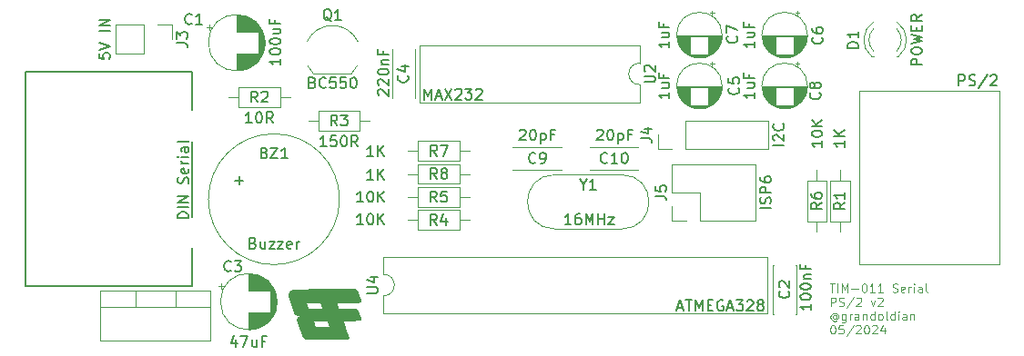
<source format=gbr>
%TF.GenerationSoftware,KiCad,Pcbnew,8.0.1*%
%TF.CreationDate,2024-05-13T00:47:24+01:00*%
%TF.ProjectId,TIMPS2Key,54494d50-5332-44b6-9579-2e6b69636164,rev?*%
%TF.SameCoordinates,Original*%
%TF.FileFunction,Legend,Top*%
%TF.FilePolarity,Positive*%
%FSLAX46Y46*%
G04 Gerber Fmt 4.6, Leading zero omitted, Abs format (unit mm)*
G04 Created by KiCad (PCBNEW 8.0.1) date 2024-05-13 00:47:24*
%MOMM*%
%LPD*%
G01*
G04 APERTURE LIST*
%ADD10C,0.100000*%
%ADD11C,0.150000*%
%ADD12C,0.120000*%
%ADD13C,0.000000*%
%ADD14C,0.127000*%
G04 APERTURE END LIST*
D10*
X155541979Y-72728030D02*
X155999122Y-72728030D01*
X155770550Y-73528030D02*
X155770550Y-72728030D01*
X156265789Y-73528030D02*
X156265789Y-72728030D01*
X156646741Y-73528030D02*
X156646741Y-72728030D01*
X156646741Y-72728030D02*
X156913407Y-73299458D01*
X156913407Y-73299458D02*
X157180074Y-72728030D01*
X157180074Y-72728030D02*
X157180074Y-73528030D01*
X157561027Y-73223268D02*
X158170551Y-73223268D01*
X158703884Y-72728030D02*
X158780074Y-72728030D01*
X158780074Y-72728030D02*
X158856265Y-72766125D01*
X158856265Y-72766125D02*
X158894360Y-72804220D01*
X158894360Y-72804220D02*
X158932455Y-72880411D01*
X158932455Y-72880411D02*
X158970550Y-73032792D01*
X158970550Y-73032792D02*
X158970550Y-73223268D01*
X158970550Y-73223268D02*
X158932455Y-73375649D01*
X158932455Y-73375649D02*
X158894360Y-73451839D01*
X158894360Y-73451839D02*
X158856265Y-73489935D01*
X158856265Y-73489935D02*
X158780074Y-73528030D01*
X158780074Y-73528030D02*
X158703884Y-73528030D01*
X158703884Y-73528030D02*
X158627693Y-73489935D01*
X158627693Y-73489935D02*
X158589598Y-73451839D01*
X158589598Y-73451839D02*
X158551503Y-73375649D01*
X158551503Y-73375649D02*
X158513407Y-73223268D01*
X158513407Y-73223268D02*
X158513407Y-73032792D01*
X158513407Y-73032792D02*
X158551503Y-72880411D01*
X158551503Y-72880411D02*
X158589598Y-72804220D01*
X158589598Y-72804220D02*
X158627693Y-72766125D01*
X158627693Y-72766125D02*
X158703884Y-72728030D01*
X159732455Y-73528030D02*
X159275312Y-73528030D01*
X159503884Y-73528030D02*
X159503884Y-72728030D01*
X159503884Y-72728030D02*
X159427693Y-72842315D01*
X159427693Y-72842315D02*
X159351503Y-72918506D01*
X159351503Y-72918506D02*
X159275312Y-72956601D01*
X160494360Y-73528030D02*
X160037217Y-73528030D01*
X160265789Y-73528030D02*
X160265789Y-72728030D01*
X160265789Y-72728030D02*
X160189598Y-72842315D01*
X160189598Y-72842315D02*
X160113408Y-72918506D01*
X160113408Y-72918506D02*
X160037217Y-72956601D01*
X161408646Y-73489935D02*
X161522932Y-73528030D01*
X161522932Y-73528030D02*
X161713408Y-73528030D01*
X161713408Y-73528030D02*
X161789599Y-73489935D01*
X161789599Y-73489935D02*
X161827694Y-73451839D01*
X161827694Y-73451839D02*
X161865789Y-73375649D01*
X161865789Y-73375649D02*
X161865789Y-73299458D01*
X161865789Y-73299458D02*
X161827694Y-73223268D01*
X161827694Y-73223268D02*
X161789599Y-73185173D01*
X161789599Y-73185173D02*
X161713408Y-73147077D01*
X161713408Y-73147077D02*
X161561027Y-73108982D01*
X161561027Y-73108982D02*
X161484837Y-73070887D01*
X161484837Y-73070887D02*
X161446742Y-73032792D01*
X161446742Y-73032792D02*
X161408646Y-72956601D01*
X161408646Y-72956601D02*
X161408646Y-72880411D01*
X161408646Y-72880411D02*
X161446742Y-72804220D01*
X161446742Y-72804220D02*
X161484837Y-72766125D01*
X161484837Y-72766125D02*
X161561027Y-72728030D01*
X161561027Y-72728030D02*
X161751504Y-72728030D01*
X161751504Y-72728030D02*
X161865789Y-72766125D01*
X162513409Y-73489935D02*
X162437218Y-73528030D01*
X162437218Y-73528030D02*
X162284837Y-73528030D01*
X162284837Y-73528030D02*
X162208647Y-73489935D01*
X162208647Y-73489935D02*
X162170551Y-73413744D01*
X162170551Y-73413744D02*
X162170551Y-73108982D01*
X162170551Y-73108982D02*
X162208647Y-73032792D01*
X162208647Y-73032792D02*
X162284837Y-72994696D01*
X162284837Y-72994696D02*
X162437218Y-72994696D01*
X162437218Y-72994696D02*
X162513409Y-73032792D01*
X162513409Y-73032792D02*
X162551504Y-73108982D01*
X162551504Y-73108982D02*
X162551504Y-73185173D01*
X162551504Y-73185173D02*
X162170551Y-73261363D01*
X162894361Y-73528030D02*
X162894361Y-72994696D01*
X162894361Y-73147077D02*
X162932456Y-73070887D01*
X162932456Y-73070887D02*
X162970551Y-73032792D01*
X162970551Y-73032792D02*
X163046742Y-72994696D01*
X163046742Y-72994696D02*
X163122932Y-72994696D01*
X163389599Y-73528030D02*
X163389599Y-72994696D01*
X163389599Y-72728030D02*
X163351503Y-72766125D01*
X163351503Y-72766125D02*
X163389599Y-72804220D01*
X163389599Y-72804220D02*
X163427694Y-72766125D01*
X163427694Y-72766125D02*
X163389599Y-72728030D01*
X163389599Y-72728030D02*
X163389599Y-72804220D01*
X164113408Y-73528030D02*
X164113408Y-73108982D01*
X164113408Y-73108982D02*
X164075313Y-73032792D01*
X164075313Y-73032792D02*
X163999122Y-72994696D01*
X163999122Y-72994696D02*
X163846741Y-72994696D01*
X163846741Y-72994696D02*
X163770551Y-73032792D01*
X164113408Y-73489935D02*
X164037217Y-73528030D01*
X164037217Y-73528030D02*
X163846741Y-73528030D01*
X163846741Y-73528030D02*
X163770551Y-73489935D01*
X163770551Y-73489935D02*
X163732455Y-73413744D01*
X163732455Y-73413744D02*
X163732455Y-73337554D01*
X163732455Y-73337554D02*
X163770551Y-73261363D01*
X163770551Y-73261363D02*
X163846741Y-73223268D01*
X163846741Y-73223268D02*
X164037217Y-73223268D01*
X164037217Y-73223268D02*
X164113408Y-73185173D01*
X164608646Y-73528030D02*
X164532456Y-73489935D01*
X164532456Y-73489935D02*
X164494361Y-73413744D01*
X164494361Y-73413744D02*
X164494361Y-72728030D01*
X155656265Y-74815985D02*
X155656265Y-74015985D01*
X155656265Y-74015985D02*
X155961027Y-74015985D01*
X155961027Y-74015985D02*
X156037217Y-74054080D01*
X156037217Y-74054080D02*
X156075312Y-74092175D01*
X156075312Y-74092175D02*
X156113408Y-74168366D01*
X156113408Y-74168366D02*
X156113408Y-74282651D01*
X156113408Y-74282651D02*
X156075312Y-74358842D01*
X156075312Y-74358842D02*
X156037217Y-74396937D01*
X156037217Y-74396937D02*
X155961027Y-74435032D01*
X155961027Y-74435032D02*
X155656265Y-74435032D01*
X156418169Y-74777890D02*
X156532455Y-74815985D01*
X156532455Y-74815985D02*
X156722931Y-74815985D01*
X156722931Y-74815985D02*
X156799122Y-74777890D01*
X156799122Y-74777890D02*
X156837217Y-74739794D01*
X156837217Y-74739794D02*
X156875312Y-74663604D01*
X156875312Y-74663604D02*
X156875312Y-74587413D01*
X156875312Y-74587413D02*
X156837217Y-74511223D01*
X156837217Y-74511223D02*
X156799122Y-74473128D01*
X156799122Y-74473128D02*
X156722931Y-74435032D01*
X156722931Y-74435032D02*
X156570550Y-74396937D01*
X156570550Y-74396937D02*
X156494360Y-74358842D01*
X156494360Y-74358842D02*
X156456265Y-74320747D01*
X156456265Y-74320747D02*
X156418169Y-74244556D01*
X156418169Y-74244556D02*
X156418169Y-74168366D01*
X156418169Y-74168366D02*
X156456265Y-74092175D01*
X156456265Y-74092175D02*
X156494360Y-74054080D01*
X156494360Y-74054080D02*
X156570550Y-74015985D01*
X156570550Y-74015985D02*
X156761027Y-74015985D01*
X156761027Y-74015985D02*
X156875312Y-74054080D01*
X157789598Y-73977890D02*
X157103884Y-75006461D01*
X158018169Y-74092175D02*
X158056265Y-74054080D01*
X158056265Y-74054080D02*
X158132455Y-74015985D01*
X158132455Y-74015985D02*
X158322931Y-74015985D01*
X158322931Y-74015985D02*
X158399122Y-74054080D01*
X158399122Y-74054080D02*
X158437217Y-74092175D01*
X158437217Y-74092175D02*
X158475312Y-74168366D01*
X158475312Y-74168366D02*
X158475312Y-74244556D01*
X158475312Y-74244556D02*
X158437217Y-74358842D01*
X158437217Y-74358842D02*
X157980074Y-74815985D01*
X157980074Y-74815985D02*
X158475312Y-74815985D01*
X159351503Y-74282651D02*
X159541979Y-74815985D01*
X159541979Y-74815985D02*
X159732456Y-74282651D01*
X159999122Y-74092175D02*
X160037218Y-74054080D01*
X160037218Y-74054080D02*
X160113408Y-74015985D01*
X160113408Y-74015985D02*
X160303884Y-74015985D01*
X160303884Y-74015985D02*
X160380075Y-74054080D01*
X160380075Y-74054080D02*
X160418170Y-74092175D01*
X160418170Y-74092175D02*
X160456265Y-74168366D01*
X160456265Y-74168366D02*
X160456265Y-74244556D01*
X160456265Y-74244556D02*
X160418170Y-74358842D01*
X160418170Y-74358842D02*
X159961027Y-74815985D01*
X159961027Y-74815985D02*
X160456265Y-74815985D01*
X156151503Y-75722987D02*
X156113408Y-75684892D01*
X156113408Y-75684892D02*
X156037217Y-75646797D01*
X156037217Y-75646797D02*
X155961027Y-75646797D01*
X155961027Y-75646797D02*
X155884836Y-75684892D01*
X155884836Y-75684892D02*
X155846741Y-75722987D01*
X155846741Y-75722987D02*
X155808646Y-75799178D01*
X155808646Y-75799178D02*
X155808646Y-75875368D01*
X155808646Y-75875368D02*
X155846741Y-75951559D01*
X155846741Y-75951559D02*
X155884836Y-75989654D01*
X155884836Y-75989654D02*
X155961027Y-76027749D01*
X155961027Y-76027749D02*
X156037217Y-76027749D01*
X156037217Y-76027749D02*
X156113408Y-75989654D01*
X156113408Y-75989654D02*
X156151503Y-75951559D01*
X156151503Y-75646797D02*
X156151503Y-75951559D01*
X156151503Y-75951559D02*
X156189598Y-75989654D01*
X156189598Y-75989654D02*
X156227693Y-75989654D01*
X156227693Y-75989654D02*
X156303884Y-75951559D01*
X156303884Y-75951559D02*
X156341979Y-75875368D01*
X156341979Y-75875368D02*
X156341979Y-75684892D01*
X156341979Y-75684892D02*
X156265789Y-75570606D01*
X156265789Y-75570606D02*
X156151503Y-75494416D01*
X156151503Y-75494416D02*
X155999122Y-75456321D01*
X155999122Y-75456321D02*
X155846741Y-75494416D01*
X155846741Y-75494416D02*
X155732455Y-75570606D01*
X155732455Y-75570606D02*
X155656265Y-75684892D01*
X155656265Y-75684892D02*
X155618169Y-75837273D01*
X155618169Y-75837273D02*
X155656265Y-75989654D01*
X155656265Y-75989654D02*
X155732455Y-76103940D01*
X155732455Y-76103940D02*
X155846741Y-76180130D01*
X155846741Y-76180130D02*
X155999122Y-76218225D01*
X155999122Y-76218225D02*
X156151503Y-76180130D01*
X156151503Y-76180130D02*
X156265789Y-76103940D01*
X157027693Y-75570606D02*
X157027693Y-76218225D01*
X157027693Y-76218225D02*
X156989598Y-76294416D01*
X156989598Y-76294416D02*
X156951502Y-76332511D01*
X156951502Y-76332511D02*
X156875312Y-76370606D01*
X156875312Y-76370606D02*
X156761026Y-76370606D01*
X156761026Y-76370606D02*
X156684836Y-76332511D01*
X157027693Y-76065845D02*
X156951502Y-76103940D01*
X156951502Y-76103940D02*
X156799121Y-76103940D01*
X156799121Y-76103940D02*
X156722931Y-76065845D01*
X156722931Y-76065845D02*
X156684836Y-76027749D01*
X156684836Y-76027749D02*
X156646740Y-75951559D01*
X156646740Y-75951559D02*
X156646740Y-75722987D01*
X156646740Y-75722987D02*
X156684836Y-75646797D01*
X156684836Y-75646797D02*
X156722931Y-75608702D01*
X156722931Y-75608702D02*
X156799121Y-75570606D01*
X156799121Y-75570606D02*
X156951502Y-75570606D01*
X156951502Y-75570606D02*
X157027693Y-75608702D01*
X157408646Y-76103940D02*
X157408646Y-75570606D01*
X157408646Y-75722987D02*
X157446741Y-75646797D01*
X157446741Y-75646797D02*
X157484836Y-75608702D01*
X157484836Y-75608702D02*
X157561027Y-75570606D01*
X157561027Y-75570606D02*
X157637217Y-75570606D01*
X158246741Y-76103940D02*
X158246741Y-75684892D01*
X158246741Y-75684892D02*
X158208646Y-75608702D01*
X158208646Y-75608702D02*
X158132455Y-75570606D01*
X158132455Y-75570606D02*
X157980074Y-75570606D01*
X157980074Y-75570606D02*
X157903884Y-75608702D01*
X158246741Y-76065845D02*
X158170550Y-76103940D01*
X158170550Y-76103940D02*
X157980074Y-76103940D01*
X157980074Y-76103940D02*
X157903884Y-76065845D01*
X157903884Y-76065845D02*
X157865788Y-75989654D01*
X157865788Y-75989654D02*
X157865788Y-75913464D01*
X157865788Y-75913464D02*
X157903884Y-75837273D01*
X157903884Y-75837273D02*
X157980074Y-75799178D01*
X157980074Y-75799178D02*
X158170550Y-75799178D01*
X158170550Y-75799178D02*
X158246741Y-75761083D01*
X158627694Y-75570606D02*
X158627694Y-76103940D01*
X158627694Y-75646797D02*
X158665789Y-75608702D01*
X158665789Y-75608702D02*
X158741979Y-75570606D01*
X158741979Y-75570606D02*
X158856265Y-75570606D01*
X158856265Y-75570606D02*
X158932456Y-75608702D01*
X158932456Y-75608702D02*
X158970551Y-75684892D01*
X158970551Y-75684892D02*
X158970551Y-76103940D01*
X159694361Y-76103940D02*
X159694361Y-75303940D01*
X159694361Y-76065845D02*
X159618170Y-76103940D01*
X159618170Y-76103940D02*
X159465789Y-76103940D01*
X159465789Y-76103940D02*
X159389599Y-76065845D01*
X159389599Y-76065845D02*
X159351504Y-76027749D01*
X159351504Y-76027749D02*
X159313408Y-75951559D01*
X159313408Y-75951559D02*
X159313408Y-75722987D01*
X159313408Y-75722987D02*
X159351504Y-75646797D01*
X159351504Y-75646797D02*
X159389599Y-75608702D01*
X159389599Y-75608702D02*
X159465789Y-75570606D01*
X159465789Y-75570606D02*
X159618170Y-75570606D01*
X159618170Y-75570606D02*
X159694361Y-75608702D01*
X160189599Y-76103940D02*
X160113409Y-76065845D01*
X160113409Y-76065845D02*
X160075314Y-76027749D01*
X160075314Y-76027749D02*
X160037218Y-75951559D01*
X160037218Y-75951559D02*
X160037218Y-75722987D01*
X160037218Y-75722987D02*
X160075314Y-75646797D01*
X160075314Y-75646797D02*
X160113409Y-75608702D01*
X160113409Y-75608702D02*
X160189599Y-75570606D01*
X160189599Y-75570606D02*
X160303885Y-75570606D01*
X160303885Y-75570606D02*
X160380076Y-75608702D01*
X160380076Y-75608702D02*
X160418171Y-75646797D01*
X160418171Y-75646797D02*
X160456266Y-75722987D01*
X160456266Y-75722987D02*
X160456266Y-75951559D01*
X160456266Y-75951559D02*
X160418171Y-76027749D01*
X160418171Y-76027749D02*
X160380076Y-76065845D01*
X160380076Y-76065845D02*
X160303885Y-76103940D01*
X160303885Y-76103940D02*
X160189599Y-76103940D01*
X160913409Y-76103940D02*
X160837219Y-76065845D01*
X160837219Y-76065845D02*
X160799124Y-75989654D01*
X160799124Y-75989654D02*
X160799124Y-75303940D01*
X161561029Y-76103940D02*
X161561029Y-75303940D01*
X161561029Y-76065845D02*
X161484838Y-76103940D01*
X161484838Y-76103940D02*
X161332457Y-76103940D01*
X161332457Y-76103940D02*
X161256267Y-76065845D01*
X161256267Y-76065845D02*
X161218172Y-76027749D01*
X161218172Y-76027749D02*
X161180076Y-75951559D01*
X161180076Y-75951559D02*
X161180076Y-75722987D01*
X161180076Y-75722987D02*
X161218172Y-75646797D01*
X161218172Y-75646797D02*
X161256267Y-75608702D01*
X161256267Y-75608702D02*
X161332457Y-75570606D01*
X161332457Y-75570606D02*
X161484838Y-75570606D01*
X161484838Y-75570606D02*
X161561029Y-75608702D01*
X161941982Y-76103940D02*
X161941982Y-75570606D01*
X161941982Y-75303940D02*
X161903886Y-75342035D01*
X161903886Y-75342035D02*
X161941982Y-75380130D01*
X161941982Y-75380130D02*
X161980077Y-75342035D01*
X161980077Y-75342035D02*
X161941982Y-75303940D01*
X161941982Y-75303940D02*
X161941982Y-75380130D01*
X162665791Y-76103940D02*
X162665791Y-75684892D01*
X162665791Y-75684892D02*
X162627696Y-75608702D01*
X162627696Y-75608702D02*
X162551505Y-75570606D01*
X162551505Y-75570606D02*
X162399124Y-75570606D01*
X162399124Y-75570606D02*
X162322934Y-75608702D01*
X162665791Y-76065845D02*
X162589600Y-76103940D01*
X162589600Y-76103940D02*
X162399124Y-76103940D01*
X162399124Y-76103940D02*
X162322934Y-76065845D01*
X162322934Y-76065845D02*
X162284838Y-75989654D01*
X162284838Y-75989654D02*
X162284838Y-75913464D01*
X162284838Y-75913464D02*
X162322934Y-75837273D01*
X162322934Y-75837273D02*
X162399124Y-75799178D01*
X162399124Y-75799178D02*
X162589600Y-75799178D01*
X162589600Y-75799178D02*
X162665791Y-75761083D01*
X163046744Y-75570606D02*
X163046744Y-76103940D01*
X163046744Y-75646797D02*
X163084839Y-75608702D01*
X163084839Y-75608702D02*
X163161029Y-75570606D01*
X163161029Y-75570606D02*
X163275315Y-75570606D01*
X163275315Y-75570606D02*
X163351506Y-75608702D01*
X163351506Y-75608702D02*
X163389601Y-75684892D01*
X163389601Y-75684892D02*
X163389601Y-76103940D01*
X155808646Y-76591895D02*
X155884836Y-76591895D01*
X155884836Y-76591895D02*
X155961027Y-76629990D01*
X155961027Y-76629990D02*
X155999122Y-76668085D01*
X155999122Y-76668085D02*
X156037217Y-76744276D01*
X156037217Y-76744276D02*
X156075312Y-76896657D01*
X156075312Y-76896657D02*
X156075312Y-77087133D01*
X156075312Y-77087133D02*
X156037217Y-77239514D01*
X156037217Y-77239514D02*
X155999122Y-77315704D01*
X155999122Y-77315704D02*
X155961027Y-77353800D01*
X155961027Y-77353800D02*
X155884836Y-77391895D01*
X155884836Y-77391895D02*
X155808646Y-77391895D01*
X155808646Y-77391895D02*
X155732455Y-77353800D01*
X155732455Y-77353800D02*
X155694360Y-77315704D01*
X155694360Y-77315704D02*
X155656265Y-77239514D01*
X155656265Y-77239514D02*
X155618169Y-77087133D01*
X155618169Y-77087133D02*
X155618169Y-76896657D01*
X155618169Y-76896657D02*
X155656265Y-76744276D01*
X155656265Y-76744276D02*
X155694360Y-76668085D01*
X155694360Y-76668085D02*
X155732455Y-76629990D01*
X155732455Y-76629990D02*
X155808646Y-76591895D01*
X156799122Y-76591895D02*
X156418170Y-76591895D01*
X156418170Y-76591895D02*
X156380074Y-76972847D01*
X156380074Y-76972847D02*
X156418170Y-76934752D01*
X156418170Y-76934752D02*
X156494360Y-76896657D01*
X156494360Y-76896657D02*
X156684836Y-76896657D01*
X156684836Y-76896657D02*
X156761027Y-76934752D01*
X156761027Y-76934752D02*
X156799122Y-76972847D01*
X156799122Y-76972847D02*
X156837217Y-77049038D01*
X156837217Y-77049038D02*
X156837217Y-77239514D01*
X156837217Y-77239514D02*
X156799122Y-77315704D01*
X156799122Y-77315704D02*
X156761027Y-77353800D01*
X156761027Y-77353800D02*
X156684836Y-77391895D01*
X156684836Y-77391895D02*
X156494360Y-77391895D01*
X156494360Y-77391895D02*
X156418170Y-77353800D01*
X156418170Y-77353800D02*
X156380074Y-77315704D01*
X157751503Y-76553800D02*
X157065789Y-77582371D01*
X157980074Y-76668085D02*
X158018170Y-76629990D01*
X158018170Y-76629990D02*
X158094360Y-76591895D01*
X158094360Y-76591895D02*
X158284836Y-76591895D01*
X158284836Y-76591895D02*
X158361027Y-76629990D01*
X158361027Y-76629990D02*
X158399122Y-76668085D01*
X158399122Y-76668085D02*
X158437217Y-76744276D01*
X158437217Y-76744276D02*
X158437217Y-76820466D01*
X158437217Y-76820466D02*
X158399122Y-76934752D01*
X158399122Y-76934752D02*
X157941979Y-77391895D01*
X157941979Y-77391895D02*
X158437217Y-77391895D01*
X158932456Y-76591895D02*
X159008646Y-76591895D01*
X159008646Y-76591895D02*
X159084837Y-76629990D01*
X159084837Y-76629990D02*
X159122932Y-76668085D01*
X159122932Y-76668085D02*
X159161027Y-76744276D01*
X159161027Y-76744276D02*
X159199122Y-76896657D01*
X159199122Y-76896657D02*
X159199122Y-77087133D01*
X159199122Y-77087133D02*
X159161027Y-77239514D01*
X159161027Y-77239514D02*
X159122932Y-77315704D01*
X159122932Y-77315704D02*
X159084837Y-77353800D01*
X159084837Y-77353800D02*
X159008646Y-77391895D01*
X159008646Y-77391895D02*
X158932456Y-77391895D01*
X158932456Y-77391895D02*
X158856265Y-77353800D01*
X158856265Y-77353800D02*
X158818170Y-77315704D01*
X158818170Y-77315704D02*
X158780075Y-77239514D01*
X158780075Y-77239514D02*
X158741979Y-77087133D01*
X158741979Y-77087133D02*
X158741979Y-76896657D01*
X158741979Y-76896657D02*
X158780075Y-76744276D01*
X158780075Y-76744276D02*
X158818170Y-76668085D01*
X158818170Y-76668085D02*
X158856265Y-76629990D01*
X158856265Y-76629990D02*
X158932456Y-76591895D01*
X159503884Y-76668085D02*
X159541980Y-76629990D01*
X159541980Y-76629990D02*
X159618170Y-76591895D01*
X159618170Y-76591895D02*
X159808646Y-76591895D01*
X159808646Y-76591895D02*
X159884837Y-76629990D01*
X159884837Y-76629990D02*
X159922932Y-76668085D01*
X159922932Y-76668085D02*
X159961027Y-76744276D01*
X159961027Y-76744276D02*
X159961027Y-76820466D01*
X159961027Y-76820466D02*
X159922932Y-76934752D01*
X159922932Y-76934752D02*
X159465789Y-77391895D01*
X159465789Y-77391895D02*
X159961027Y-77391895D01*
X160646742Y-76858561D02*
X160646742Y-77391895D01*
X160456266Y-76553800D02*
X160265789Y-77125228D01*
X160265789Y-77125228D02*
X160761028Y-77125228D01*
D11*
X154609580Y-54916666D02*
X154657200Y-54964285D01*
X154657200Y-54964285D02*
X154704819Y-55107142D01*
X154704819Y-55107142D02*
X154704819Y-55202380D01*
X154704819Y-55202380D02*
X154657200Y-55345237D01*
X154657200Y-55345237D02*
X154561961Y-55440475D01*
X154561961Y-55440475D02*
X154466723Y-55488094D01*
X154466723Y-55488094D02*
X154276247Y-55535713D01*
X154276247Y-55535713D02*
X154133390Y-55535713D01*
X154133390Y-55535713D02*
X153942914Y-55488094D01*
X153942914Y-55488094D02*
X153847676Y-55440475D01*
X153847676Y-55440475D02*
X153752438Y-55345237D01*
X153752438Y-55345237D02*
X153704819Y-55202380D01*
X153704819Y-55202380D02*
X153704819Y-55107142D01*
X153704819Y-55107142D02*
X153752438Y-54964285D01*
X153752438Y-54964285D02*
X153800057Y-54916666D01*
X154133390Y-54345237D02*
X154085771Y-54440475D01*
X154085771Y-54440475D02*
X154038152Y-54488094D01*
X154038152Y-54488094D02*
X153942914Y-54535713D01*
X153942914Y-54535713D02*
X153895295Y-54535713D01*
X153895295Y-54535713D02*
X153800057Y-54488094D01*
X153800057Y-54488094D02*
X153752438Y-54440475D01*
X153752438Y-54440475D02*
X153704819Y-54345237D01*
X153704819Y-54345237D02*
X153704819Y-54154761D01*
X153704819Y-54154761D02*
X153752438Y-54059523D01*
X153752438Y-54059523D02*
X153800057Y-54011904D01*
X153800057Y-54011904D02*
X153895295Y-53964285D01*
X153895295Y-53964285D02*
X153942914Y-53964285D01*
X153942914Y-53964285D02*
X154038152Y-54011904D01*
X154038152Y-54011904D02*
X154085771Y-54059523D01*
X154085771Y-54059523D02*
X154133390Y-54154761D01*
X154133390Y-54154761D02*
X154133390Y-54345237D01*
X154133390Y-54345237D02*
X154181009Y-54440475D01*
X154181009Y-54440475D02*
X154228628Y-54488094D01*
X154228628Y-54488094D02*
X154323866Y-54535713D01*
X154323866Y-54535713D02*
X154514342Y-54535713D01*
X154514342Y-54535713D02*
X154609580Y-54488094D01*
X154609580Y-54488094D02*
X154657200Y-54440475D01*
X154657200Y-54440475D02*
X154704819Y-54345237D01*
X154704819Y-54345237D02*
X154704819Y-54154761D01*
X154704819Y-54154761D02*
X154657200Y-54059523D01*
X154657200Y-54059523D02*
X154609580Y-54011904D01*
X154609580Y-54011904D02*
X154514342Y-53964285D01*
X154514342Y-53964285D02*
X154323866Y-53964285D01*
X154323866Y-53964285D02*
X154228628Y-54011904D01*
X154228628Y-54011904D02*
X154181009Y-54059523D01*
X154181009Y-54059523D02*
X154133390Y-54154761D01*
X148554819Y-54885238D02*
X148554819Y-55456666D01*
X148554819Y-55170952D02*
X147554819Y-55170952D01*
X147554819Y-55170952D02*
X147697676Y-55266190D01*
X147697676Y-55266190D02*
X147792914Y-55361428D01*
X147792914Y-55361428D02*
X147840533Y-55456666D01*
X147888152Y-54028095D02*
X148554819Y-54028095D01*
X147888152Y-54456666D02*
X148411961Y-54456666D01*
X148411961Y-54456666D02*
X148507200Y-54409047D01*
X148507200Y-54409047D02*
X148554819Y-54313809D01*
X148554819Y-54313809D02*
X148554819Y-54170952D01*
X148554819Y-54170952D02*
X148507200Y-54075714D01*
X148507200Y-54075714D02*
X148459580Y-54028095D01*
X148031009Y-53218571D02*
X148031009Y-53551904D01*
X148554819Y-53551904D02*
X147554819Y-53551904D01*
X147554819Y-53551904D02*
X147554819Y-53075714D01*
X95904819Y-66621428D02*
X94904819Y-66621428D01*
X94904819Y-66621428D02*
X94904819Y-66383333D01*
X94904819Y-66383333D02*
X94952438Y-66240476D01*
X94952438Y-66240476D02*
X95047676Y-66145238D01*
X95047676Y-66145238D02*
X95142914Y-66097619D01*
X95142914Y-66097619D02*
X95333390Y-66050000D01*
X95333390Y-66050000D02*
X95476247Y-66050000D01*
X95476247Y-66050000D02*
X95666723Y-66097619D01*
X95666723Y-66097619D02*
X95761961Y-66145238D01*
X95761961Y-66145238D02*
X95857200Y-66240476D01*
X95857200Y-66240476D02*
X95904819Y-66383333D01*
X95904819Y-66383333D02*
X95904819Y-66621428D01*
X95904819Y-65621428D02*
X94904819Y-65621428D01*
X95904819Y-65145238D02*
X94904819Y-65145238D01*
X94904819Y-65145238D02*
X95904819Y-64573810D01*
X95904819Y-64573810D02*
X94904819Y-64573810D01*
X95857200Y-63383333D02*
X95904819Y-63240476D01*
X95904819Y-63240476D02*
X95904819Y-63002381D01*
X95904819Y-63002381D02*
X95857200Y-62907143D01*
X95857200Y-62907143D02*
X95809580Y-62859524D01*
X95809580Y-62859524D02*
X95714342Y-62811905D01*
X95714342Y-62811905D02*
X95619104Y-62811905D01*
X95619104Y-62811905D02*
X95523866Y-62859524D01*
X95523866Y-62859524D02*
X95476247Y-62907143D01*
X95476247Y-62907143D02*
X95428628Y-63002381D01*
X95428628Y-63002381D02*
X95381009Y-63192857D01*
X95381009Y-63192857D02*
X95333390Y-63288095D01*
X95333390Y-63288095D02*
X95285771Y-63335714D01*
X95285771Y-63335714D02*
X95190533Y-63383333D01*
X95190533Y-63383333D02*
X95095295Y-63383333D01*
X95095295Y-63383333D02*
X95000057Y-63335714D01*
X95000057Y-63335714D02*
X94952438Y-63288095D01*
X94952438Y-63288095D02*
X94904819Y-63192857D01*
X94904819Y-63192857D02*
X94904819Y-62954762D01*
X94904819Y-62954762D02*
X94952438Y-62811905D01*
X95857200Y-62002381D02*
X95904819Y-62097619D01*
X95904819Y-62097619D02*
X95904819Y-62288095D01*
X95904819Y-62288095D02*
X95857200Y-62383333D01*
X95857200Y-62383333D02*
X95761961Y-62430952D01*
X95761961Y-62430952D02*
X95381009Y-62430952D01*
X95381009Y-62430952D02*
X95285771Y-62383333D01*
X95285771Y-62383333D02*
X95238152Y-62288095D01*
X95238152Y-62288095D02*
X95238152Y-62097619D01*
X95238152Y-62097619D02*
X95285771Y-62002381D01*
X95285771Y-62002381D02*
X95381009Y-61954762D01*
X95381009Y-61954762D02*
X95476247Y-61954762D01*
X95476247Y-61954762D02*
X95571485Y-62430952D01*
X95904819Y-61526190D02*
X95238152Y-61526190D01*
X95428628Y-61526190D02*
X95333390Y-61478571D01*
X95333390Y-61478571D02*
X95285771Y-61430952D01*
X95285771Y-61430952D02*
X95238152Y-61335714D01*
X95238152Y-61335714D02*
X95238152Y-61240476D01*
X95904819Y-60907142D02*
X95238152Y-60907142D01*
X94904819Y-60907142D02*
X94952438Y-60954761D01*
X94952438Y-60954761D02*
X95000057Y-60907142D01*
X95000057Y-60907142D02*
X94952438Y-60859523D01*
X94952438Y-60859523D02*
X94904819Y-60907142D01*
X94904819Y-60907142D02*
X95000057Y-60907142D01*
X95904819Y-60002381D02*
X95381009Y-60002381D01*
X95381009Y-60002381D02*
X95285771Y-60050000D01*
X95285771Y-60050000D02*
X95238152Y-60145238D01*
X95238152Y-60145238D02*
X95238152Y-60335714D01*
X95238152Y-60335714D02*
X95285771Y-60430952D01*
X95857200Y-60002381D02*
X95904819Y-60097619D01*
X95904819Y-60097619D02*
X95904819Y-60335714D01*
X95904819Y-60335714D02*
X95857200Y-60430952D01*
X95857200Y-60430952D02*
X95761961Y-60478571D01*
X95761961Y-60478571D02*
X95666723Y-60478571D01*
X95666723Y-60478571D02*
X95571485Y-60430952D01*
X95571485Y-60430952D02*
X95523866Y-60335714D01*
X95523866Y-60335714D02*
X95523866Y-60097619D01*
X95523866Y-60097619D02*
X95476247Y-60002381D01*
X95904819Y-59383333D02*
X95857200Y-59478571D01*
X95857200Y-59478571D02*
X95761961Y-59526190D01*
X95761961Y-59526190D02*
X94904819Y-59526190D01*
X167561905Y-54259819D02*
X167561905Y-53259819D01*
X167561905Y-53259819D02*
X167942857Y-53259819D01*
X167942857Y-53259819D02*
X168038095Y-53307438D01*
X168038095Y-53307438D02*
X168085714Y-53355057D01*
X168085714Y-53355057D02*
X168133333Y-53450295D01*
X168133333Y-53450295D02*
X168133333Y-53593152D01*
X168133333Y-53593152D02*
X168085714Y-53688390D01*
X168085714Y-53688390D02*
X168038095Y-53736009D01*
X168038095Y-53736009D02*
X167942857Y-53783628D01*
X167942857Y-53783628D02*
X167561905Y-53783628D01*
X168514286Y-54212200D02*
X168657143Y-54259819D01*
X168657143Y-54259819D02*
X168895238Y-54259819D01*
X168895238Y-54259819D02*
X168990476Y-54212200D01*
X168990476Y-54212200D02*
X169038095Y-54164580D01*
X169038095Y-54164580D02*
X169085714Y-54069342D01*
X169085714Y-54069342D02*
X169085714Y-53974104D01*
X169085714Y-53974104D02*
X169038095Y-53878866D01*
X169038095Y-53878866D02*
X168990476Y-53831247D01*
X168990476Y-53831247D02*
X168895238Y-53783628D01*
X168895238Y-53783628D02*
X168704762Y-53736009D01*
X168704762Y-53736009D02*
X168609524Y-53688390D01*
X168609524Y-53688390D02*
X168561905Y-53640771D01*
X168561905Y-53640771D02*
X168514286Y-53545533D01*
X168514286Y-53545533D02*
X168514286Y-53450295D01*
X168514286Y-53450295D02*
X168561905Y-53355057D01*
X168561905Y-53355057D02*
X168609524Y-53307438D01*
X168609524Y-53307438D02*
X168704762Y-53259819D01*
X168704762Y-53259819D02*
X168942857Y-53259819D01*
X168942857Y-53259819D02*
X169085714Y-53307438D01*
X170228571Y-53212200D02*
X169371429Y-54497914D01*
X170514286Y-53355057D02*
X170561905Y-53307438D01*
X170561905Y-53307438D02*
X170657143Y-53259819D01*
X170657143Y-53259819D02*
X170895238Y-53259819D01*
X170895238Y-53259819D02*
X170990476Y-53307438D01*
X170990476Y-53307438D02*
X171038095Y-53355057D01*
X171038095Y-53355057D02*
X171085714Y-53450295D01*
X171085714Y-53450295D02*
X171085714Y-53545533D01*
X171085714Y-53545533D02*
X171038095Y-53688390D01*
X171038095Y-53688390D02*
X170466667Y-54259819D01*
X170466667Y-54259819D02*
X171085714Y-54259819D01*
X102323333Y-55804819D02*
X101990000Y-55328628D01*
X101751905Y-55804819D02*
X101751905Y-54804819D01*
X101751905Y-54804819D02*
X102132857Y-54804819D01*
X102132857Y-54804819D02*
X102228095Y-54852438D01*
X102228095Y-54852438D02*
X102275714Y-54900057D01*
X102275714Y-54900057D02*
X102323333Y-54995295D01*
X102323333Y-54995295D02*
X102323333Y-55138152D01*
X102323333Y-55138152D02*
X102275714Y-55233390D01*
X102275714Y-55233390D02*
X102228095Y-55281009D01*
X102228095Y-55281009D02*
X102132857Y-55328628D01*
X102132857Y-55328628D02*
X101751905Y-55328628D01*
X102704286Y-54900057D02*
X102751905Y-54852438D01*
X102751905Y-54852438D02*
X102847143Y-54804819D01*
X102847143Y-54804819D02*
X103085238Y-54804819D01*
X103085238Y-54804819D02*
X103180476Y-54852438D01*
X103180476Y-54852438D02*
X103228095Y-54900057D01*
X103228095Y-54900057D02*
X103275714Y-54995295D01*
X103275714Y-54995295D02*
X103275714Y-55090533D01*
X103275714Y-55090533D02*
X103228095Y-55233390D01*
X103228095Y-55233390D02*
X102656667Y-55804819D01*
X102656667Y-55804819D02*
X103275714Y-55804819D01*
X101799523Y-57724819D02*
X101228095Y-57724819D01*
X101513809Y-57724819D02*
X101513809Y-56724819D01*
X101513809Y-56724819D02*
X101418571Y-56867676D01*
X101418571Y-56867676D02*
X101323333Y-56962914D01*
X101323333Y-56962914D02*
X101228095Y-57010533D01*
X102418571Y-56724819D02*
X102513809Y-56724819D01*
X102513809Y-56724819D02*
X102609047Y-56772438D01*
X102609047Y-56772438D02*
X102656666Y-56820057D01*
X102656666Y-56820057D02*
X102704285Y-56915295D01*
X102704285Y-56915295D02*
X102751904Y-57105771D01*
X102751904Y-57105771D02*
X102751904Y-57343866D01*
X102751904Y-57343866D02*
X102704285Y-57534342D01*
X102704285Y-57534342D02*
X102656666Y-57629580D01*
X102656666Y-57629580D02*
X102609047Y-57677200D01*
X102609047Y-57677200D02*
X102513809Y-57724819D01*
X102513809Y-57724819D02*
X102418571Y-57724819D01*
X102418571Y-57724819D02*
X102323333Y-57677200D01*
X102323333Y-57677200D02*
X102275714Y-57629580D01*
X102275714Y-57629580D02*
X102228095Y-57534342D01*
X102228095Y-57534342D02*
X102180476Y-57343866D01*
X102180476Y-57343866D02*
X102180476Y-57105771D01*
X102180476Y-57105771D02*
X102228095Y-56915295D01*
X102228095Y-56915295D02*
X102275714Y-56820057D01*
X102275714Y-56820057D02*
X102323333Y-56772438D01*
X102323333Y-56772438D02*
X102418571Y-56724819D01*
X103751904Y-57724819D02*
X103418571Y-57248628D01*
X103180476Y-57724819D02*
X103180476Y-56724819D01*
X103180476Y-56724819D02*
X103561428Y-56724819D01*
X103561428Y-56724819D02*
X103656666Y-56772438D01*
X103656666Y-56772438D02*
X103704285Y-56820057D01*
X103704285Y-56820057D02*
X103751904Y-56915295D01*
X103751904Y-56915295D02*
X103751904Y-57058152D01*
X103751904Y-57058152D02*
X103704285Y-57153390D01*
X103704285Y-57153390D02*
X103656666Y-57201009D01*
X103656666Y-57201009D02*
X103561428Y-57248628D01*
X103561428Y-57248628D02*
X103180476Y-57248628D01*
X151709580Y-73436666D02*
X151757200Y-73484285D01*
X151757200Y-73484285D02*
X151804819Y-73627142D01*
X151804819Y-73627142D02*
X151804819Y-73722380D01*
X151804819Y-73722380D02*
X151757200Y-73865237D01*
X151757200Y-73865237D02*
X151661961Y-73960475D01*
X151661961Y-73960475D02*
X151566723Y-74008094D01*
X151566723Y-74008094D02*
X151376247Y-74055713D01*
X151376247Y-74055713D02*
X151233390Y-74055713D01*
X151233390Y-74055713D02*
X151042914Y-74008094D01*
X151042914Y-74008094D02*
X150947676Y-73960475D01*
X150947676Y-73960475D02*
X150852438Y-73865237D01*
X150852438Y-73865237D02*
X150804819Y-73722380D01*
X150804819Y-73722380D02*
X150804819Y-73627142D01*
X150804819Y-73627142D02*
X150852438Y-73484285D01*
X150852438Y-73484285D02*
X150900057Y-73436666D01*
X150900057Y-73055713D02*
X150852438Y-73008094D01*
X150852438Y-73008094D02*
X150804819Y-72912856D01*
X150804819Y-72912856D02*
X150804819Y-72674761D01*
X150804819Y-72674761D02*
X150852438Y-72579523D01*
X150852438Y-72579523D02*
X150900057Y-72531904D01*
X150900057Y-72531904D02*
X150995295Y-72484285D01*
X150995295Y-72484285D02*
X151090533Y-72484285D01*
X151090533Y-72484285D02*
X151233390Y-72531904D01*
X151233390Y-72531904D02*
X151804819Y-73103332D01*
X151804819Y-73103332D02*
X151804819Y-72484285D01*
X153804819Y-74617619D02*
X153804819Y-75189047D01*
X153804819Y-74903333D02*
X152804819Y-74903333D01*
X152804819Y-74903333D02*
X152947676Y-74998571D01*
X152947676Y-74998571D02*
X153042914Y-75093809D01*
X153042914Y-75093809D02*
X153090533Y-75189047D01*
X152804819Y-73998571D02*
X152804819Y-73903333D01*
X152804819Y-73903333D02*
X152852438Y-73808095D01*
X152852438Y-73808095D02*
X152900057Y-73760476D01*
X152900057Y-73760476D02*
X152995295Y-73712857D01*
X152995295Y-73712857D02*
X153185771Y-73665238D01*
X153185771Y-73665238D02*
X153423866Y-73665238D01*
X153423866Y-73665238D02*
X153614342Y-73712857D01*
X153614342Y-73712857D02*
X153709580Y-73760476D01*
X153709580Y-73760476D02*
X153757200Y-73808095D01*
X153757200Y-73808095D02*
X153804819Y-73903333D01*
X153804819Y-73903333D02*
X153804819Y-73998571D01*
X153804819Y-73998571D02*
X153757200Y-74093809D01*
X153757200Y-74093809D02*
X153709580Y-74141428D01*
X153709580Y-74141428D02*
X153614342Y-74189047D01*
X153614342Y-74189047D02*
X153423866Y-74236666D01*
X153423866Y-74236666D02*
X153185771Y-74236666D01*
X153185771Y-74236666D02*
X152995295Y-74189047D01*
X152995295Y-74189047D02*
X152900057Y-74141428D01*
X152900057Y-74141428D02*
X152852438Y-74093809D01*
X152852438Y-74093809D02*
X152804819Y-73998571D01*
X152804819Y-73046190D02*
X152804819Y-72950952D01*
X152804819Y-72950952D02*
X152852438Y-72855714D01*
X152852438Y-72855714D02*
X152900057Y-72808095D01*
X152900057Y-72808095D02*
X152995295Y-72760476D01*
X152995295Y-72760476D02*
X153185771Y-72712857D01*
X153185771Y-72712857D02*
X153423866Y-72712857D01*
X153423866Y-72712857D02*
X153614342Y-72760476D01*
X153614342Y-72760476D02*
X153709580Y-72808095D01*
X153709580Y-72808095D02*
X153757200Y-72855714D01*
X153757200Y-72855714D02*
X153804819Y-72950952D01*
X153804819Y-72950952D02*
X153804819Y-73046190D01*
X153804819Y-73046190D02*
X153757200Y-73141428D01*
X153757200Y-73141428D02*
X153709580Y-73189047D01*
X153709580Y-73189047D02*
X153614342Y-73236666D01*
X153614342Y-73236666D02*
X153423866Y-73284285D01*
X153423866Y-73284285D02*
X153185771Y-73284285D01*
X153185771Y-73284285D02*
X152995295Y-73236666D01*
X152995295Y-73236666D02*
X152900057Y-73189047D01*
X152900057Y-73189047D02*
X152852438Y-73141428D01*
X152852438Y-73141428D02*
X152804819Y-73046190D01*
X153138152Y-72284285D02*
X153804819Y-72284285D01*
X153233390Y-72284285D02*
X153185771Y-72236666D01*
X153185771Y-72236666D02*
X153138152Y-72141428D01*
X153138152Y-72141428D02*
X153138152Y-71998571D01*
X153138152Y-71998571D02*
X153185771Y-71903333D01*
X153185771Y-71903333D02*
X153281009Y-71855714D01*
X153281009Y-71855714D02*
X153804819Y-71855714D01*
X153281009Y-71046190D02*
X153281009Y-71379523D01*
X153804819Y-71379523D02*
X152804819Y-71379523D01*
X152804819Y-71379523D02*
X152804819Y-70903333D01*
X119003333Y-67254819D02*
X118670000Y-66778628D01*
X118431905Y-67254819D02*
X118431905Y-66254819D01*
X118431905Y-66254819D02*
X118812857Y-66254819D01*
X118812857Y-66254819D02*
X118908095Y-66302438D01*
X118908095Y-66302438D02*
X118955714Y-66350057D01*
X118955714Y-66350057D02*
X119003333Y-66445295D01*
X119003333Y-66445295D02*
X119003333Y-66588152D01*
X119003333Y-66588152D02*
X118955714Y-66683390D01*
X118955714Y-66683390D02*
X118908095Y-66731009D01*
X118908095Y-66731009D02*
X118812857Y-66778628D01*
X118812857Y-66778628D02*
X118431905Y-66778628D01*
X119860476Y-66588152D02*
X119860476Y-67254819D01*
X119622381Y-66207200D02*
X119384286Y-66921485D01*
X119384286Y-66921485D02*
X120003333Y-66921485D01*
X112149523Y-67204819D02*
X111578095Y-67204819D01*
X111863809Y-67204819D02*
X111863809Y-66204819D01*
X111863809Y-66204819D02*
X111768571Y-66347676D01*
X111768571Y-66347676D02*
X111673333Y-66442914D01*
X111673333Y-66442914D02*
X111578095Y-66490533D01*
X112768571Y-66204819D02*
X112863809Y-66204819D01*
X112863809Y-66204819D02*
X112959047Y-66252438D01*
X112959047Y-66252438D02*
X113006666Y-66300057D01*
X113006666Y-66300057D02*
X113054285Y-66395295D01*
X113054285Y-66395295D02*
X113101904Y-66585771D01*
X113101904Y-66585771D02*
X113101904Y-66823866D01*
X113101904Y-66823866D02*
X113054285Y-67014342D01*
X113054285Y-67014342D02*
X113006666Y-67109580D01*
X113006666Y-67109580D02*
X112959047Y-67157200D01*
X112959047Y-67157200D02*
X112863809Y-67204819D01*
X112863809Y-67204819D02*
X112768571Y-67204819D01*
X112768571Y-67204819D02*
X112673333Y-67157200D01*
X112673333Y-67157200D02*
X112625714Y-67109580D01*
X112625714Y-67109580D02*
X112578095Y-67014342D01*
X112578095Y-67014342D02*
X112530476Y-66823866D01*
X112530476Y-66823866D02*
X112530476Y-66585771D01*
X112530476Y-66585771D02*
X112578095Y-66395295D01*
X112578095Y-66395295D02*
X112625714Y-66300057D01*
X112625714Y-66300057D02*
X112673333Y-66252438D01*
X112673333Y-66252438D02*
X112768571Y-66204819D01*
X113530476Y-67204819D02*
X113530476Y-66204819D01*
X114101904Y-67204819D02*
X113673333Y-66633390D01*
X114101904Y-66204819D02*
X113530476Y-66776247D01*
X146869580Y-49656666D02*
X146917200Y-49704285D01*
X146917200Y-49704285D02*
X146964819Y-49847142D01*
X146964819Y-49847142D02*
X146964819Y-49942380D01*
X146964819Y-49942380D02*
X146917200Y-50085237D01*
X146917200Y-50085237D02*
X146821961Y-50180475D01*
X146821961Y-50180475D02*
X146726723Y-50228094D01*
X146726723Y-50228094D02*
X146536247Y-50275713D01*
X146536247Y-50275713D02*
X146393390Y-50275713D01*
X146393390Y-50275713D02*
X146202914Y-50228094D01*
X146202914Y-50228094D02*
X146107676Y-50180475D01*
X146107676Y-50180475D02*
X146012438Y-50085237D01*
X146012438Y-50085237D02*
X145964819Y-49942380D01*
X145964819Y-49942380D02*
X145964819Y-49847142D01*
X145964819Y-49847142D02*
X146012438Y-49704285D01*
X146012438Y-49704285D02*
X146060057Y-49656666D01*
X145964819Y-49323332D02*
X145964819Y-48656666D01*
X145964819Y-48656666D02*
X146964819Y-49085237D01*
X140624819Y-50145238D02*
X140624819Y-50716666D01*
X140624819Y-50430952D02*
X139624819Y-50430952D01*
X139624819Y-50430952D02*
X139767676Y-50526190D01*
X139767676Y-50526190D02*
X139862914Y-50621428D01*
X139862914Y-50621428D02*
X139910533Y-50716666D01*
X139958152Y-49288095D02*
X140624819Y-49288095D01*
X139958152Y-49716666D02*
X140481961Y-49716666D01*
X140481961Y-49716666D02*
X140577200Y-49669047D01*
X140577200Y-49669047D02*
X140624819Y-49573809D01*
X140624819Y-49573809D02*
X140624819Y-49430952D01*
X140624819Y-49430952D02*
X140577200Y-49335714D01*
X140577200Y-49335714D02*
X140529580Y-49288095D01*
X140101009Y-48478571D02*
X140101009Y-48811904D01*
X140624819Y-48811904D02*
X139624819Y-48811904D01*
X139624819Y-48811904D02*
X139624819Y-48335714D01*
X132603809Y-63478628D02*
X132603809Y-63954819D01*
X132270476Y-62954819D02*
X132603809Y-63478628D01*
X132603809Y-63478628D02*
X132937142Y-62954819D01*
X133794285Y-63954819D02*
X133222857Y-63954819D01*
X133508571Y-63954819D02*
X133508571Y-62954819D01*
X133508571Y-62954819D02*
X133413333Y-63097676D01*
X133413333Y-63097676D02*
X133318095Y-63192914D01*
X133318095Y-63192914D02*
X133222857Y-63240533D01*
X131479523Y-67204819D02*
X130908095Y-67204819D01*
X131193809Y-67204819D02*
X131193809Y-66204819D01*
X131193809Y-66204819D02*
X131098571Y-66347676D01*
X131098571Y-66347676D02*
X131003333Y-66442914D01*
X131003333Y-66442914D02*
X130908095Y-66490533D01*
X132336666Y-66204819D02*
X132146190Y-66204819D01*
X132146190Y-66204819D02*
X132050952Y-66252438D01*
X132050952Y-66252438D02*
X132003333Y-66300057D01*
X132003333Y-66300057D02*
X131908095Y-66442914D01*
X131908095Y-66442914D02*
X131860476Y-66633390D01*
X131860476Y-66633390D02*
X131860476Y-67014342D01*
X131860476Y-67014342D02*
X131908095Y-67109580D01*
X131908095Y-67109580D02*
X131955714Y-67157200D01*
X131955714Y-67157200D02*
X132050952Y-67204819D01*
X132050952Y-67204819D02*
X132241428Y-67204819D01*
X132241428Y-67204819D02*
X132336666Y-67157200D01*
X132336666Y-67157200D02*
X132384285Y-67109580D01*
X132384285Y-67109580D02*
X132431904Y-67014342D01*
X132431904Y-67014342D02*
X132431904Y-66776247D01*
X132431904Y-66776247D02*
X132384285Y-66681009D01*
X132384285Y-66681009D02*
X132336666Y-66633390D01*
X132336666Y-66633390D02*
X132241428Y-66585771D01*
X132241428Y-66585771D02*
X132050952Y-66585771D01*
X132050952Y-66585771D02*
X131955714Y-66633390D01*
X131955714Y-66633390D02*
X131908095Y-66681009D01*
X131908095Y-66681009D02*
X131860476Y-66776247D01*
X132860476Y-67204819D02*
X132860476Y-66204819D01*
X132860476Y-66204819D02*
X133193809Y-66919104D01*
X133193809Y-66919104D02*
X133527142Y-66204819D01*
X133527142Y-66204819D02*
X133527142Y-67204819D01*
X134003333Y-67204819D02*
X134003333Y-66204819D01*
X134003333Y-66681009D02*
X134574761Y-66681009D01*
X134574761Y-67204819D02*
X134574761Y-66204819D01*
X134955714Y-66538152D02*
X135479523Y-66538152D01*
X135479523Y-66538152D02*
X134955714Y-67204819D01*
X134955714Y-67204819D02*
X135479523Y-67204819D01*
X119003333Y-65104819D02*
X118670000Y-64628628D01*
X118431905Y-65104819D02*
X118431905Y-64104819D01*
X118431905Y-64104819D02*
X118812857Y-64104819D01*
X118812857Y-64104819D02*
X118908095Y-64152438D01*
X118908095Y-64152438D02*
X118955714Y-64200057D01*
X118955714Y-64200057D02*
X119003333Y-64295295D01*
X119003333Y-64295295D02*
X119003333Y-64438152D01*
X119003333Y-64438152D02*
X118955714Y-64533390D01*
X118955714Y-64533390D02*
X118908095Y-64581009D01*
X118908095Y-64581009D02*
X118812857Y-64628628D01*
X118812857Y-64628628D02*
X118431905Y-64628628D01*
X119908095Y-64104819D02*
X119431905Y-64104819D01*
X119431905Y-64104819D02*
X119384286Y-64581009D01*
X119384286Y-64581009D02*
X119431905Y-64533390D01*
X119431905Y-64533390D02*
X119527143Y-64485771D01*
X119527143Y-64485771D02*
X119765238Y-64485771D01*
X119765238Y-64485771D02*
X119860476Y-64533390D01*
X119860476Y-64533390D02*
X119908095Y-64581009D01*
X119908095Y-64581009D02*
X119955714Y-64676247D01*
X119955714Y-64676247D02*
X119955714Y-64914342D01*
X119955714Y-64914342D02*
X119908095Y-65009580D01*
X119908095Y-65009580D02*
X119860476Y-65057200D01*
X119860476Y-65057200D02*
X119765238Y-65104819D01*
X119765238Y-65104819D02*
X119527143Y-65104819D01*
X119527143Y-65104819D02*
X119431905Y-65057200D01*
X119431905Y-65057200D02*
X119384286Y-65009580D01*
X112149523Y-65104819D02*
X111578095Y-65104819D01*
X111863809Y-65104819D02*
X111863809Y-64104819D01*
X111863809Y-64104819D02*
X111768571Y-64247676D01*
X111768571Y-64247676D02*
X111673333Y-64342914D01*
X111673333Y-64342914D02*
X111578095Y-64390533D01*
X112768571Y-64104819D02*
X112863809Y-64104819D01*
X112863809Y-64104819D02*
X112959047Y-64152438D01*
X112959047Y-64152438D02*
X113006666Y-64200057D01*
X113006666Y-64200057D02*
X113054285Y-64295295D01*
X113054285Y-64295295D02*
X113101904Y-64485771D01*
X113101904Y-64485771D02*
X113101904Y-64723866D01*
X113101904Y-64723866D02*
X113054285Y-64914342D01*
X113054285Y-64914342D02*
X113006666Y-65009580D01*
X113006666Y-65009580D02*
X112959047Y-65057200D01*
X112959047Y-65057200D02*
X112863809Y-65104819D01*
X112863809Y-65104819D02*
X112768571Y-65104819D01*
X112768571Y-65104819D02*
X112673333Y-65057200D01*
X112673333Y-65057200D02*
X112625714Y-65009580D01*
X112625714Y-65009580D02*
X112578095Y-64914342D01*
X112578095Y-64914342D02*
X112530476Y-64723866D01*
X112530476Y-64723866D02*
X112530476Y-64485771D01*
X112530476Y-64485771D02*
X112578095Y-64295295D01*
X112578095Y-64295295D02*
X112625714Y-64200057D01*
X112625714Y-64200057D02*
X112673333Y-64152438D01*
X112673333Y-64152438D02*
X112768571Y-64104819D01*
X113530476Y-65104819D02*
X113530476Y-64104819D01*
X114101904Y-65104819D02*
X113673333Y-64533390D01*
X114101904Y-64104819D02*
X113530476Y-64676247D01*
X112504819Y-73621904D02*
X113314342Y-73621904D01*
X113314342Y-73621904D02*
X113409580Y-73574285D01*
X113409580Y-73574285D02*
X113457200Y-73526666D01*
X113457200Y-73526666D02*
X113504819Y-73431428D01*
X113504819Y-73431428D02*
X113504819Y-73240952D01*
X113504819Y-73240952D02*
X113457200Y-73145714D01*
X113457200Y-73145714D02*
X113409580Y-73098095D01*
X113409580Y-73098095D02*
X113314342Y-73050476D01*
X113314342Y-73050476D02*
X112504819Y-73050476D01*
X112838152Y-72145714D02*
X113504819Y-72145714D01*
X112457200Y-72383809D02*
X113171485Y-72621904D01*
X113171485Y-72621904D02*
X113171485Y-72002857D01*
X141390000Y-74969104D02*
X141866190Y-74969104D01*
X141294762Y-75254819D02*
X141628095Y-74254819D01*
X141628095Y-74254819D02*
X141961428Y-75254819D01*
X142151905Y-74254819D02*
X142723333Y-74254819D01*
X142437619Y-75254819D02*
X142437619Y-74254819D01*
X143056667Y-75254819D02*
X143056667Y-74254819D01*
X143056667Y-74254819D02*
X143390000Y-74969104D01*
X143390000Y-74969104D02*
X143723333Y-74254819D01*
X143723333Y-74254819D02*
X143723333Y-75254819D01*
X144199524Y-74731009D02*
X144532857Y-74731009D01*
X144675714Y-75254819D02*
X144199524Y-75254819D01*
X144199524Y-75254819D02*
X144199524Y-74254819D01*
X144199524Y-74254819D02*
X144675714Y-74254819D01*
X145628095Y-74302438D02*
X145532857Y-74254819D01*
X145532857Y-74254819D02*
X145390000Y-74254819D01*
X145390000Y-74254819D02*
X145247143Y-74302438D01*
X145247143Y-74302438D02*
X145151905Y-74397676D01*
X145151905Y-74397676D02*
X145104286Y-74492914D01*
X145104286Y-74492914D02*
X145056667Y-74683390D01*
X145056667Y-74683390D02*
X145056667Y-74826247D01*
X145056667Y-74826247D02*
X145104286Y-75016723D01*
X145104286Y-75016723D02*
X145151905Y-75111961D01*
X145151905Y-75111961D02*
X145247143Y-75207200D01*
X145247143Y-75207200D02*
X145390000Y-75254819D01*
X145390000Y-75254819D02*
X145485238Y-75254819D01*
X145485238Y-75254819D02*
X145628095Y-75207200D01*
X145628095Y-75207200D02*
X145675714Y-75159580D01*
X145675714Y-75159580D02*
X145675714Y-74826247D01*
X145675714Y-74826247D02*
X145485238Y-74826247D01*
X146056667Y-74969104D02*
X146532857Y-74969104D01*
X145961429Y-75254819D02*
X146294762Y-74254819D01*
X146294762Y-74254819D02*
X146628095Y-75254819D01*
X146866191Y-74254819D02*
X147485238Y-74254819D01*
X147485238Y-74254819D02*
X147151905Y-74635771D01*
X147151905Y-74635771D02*
X147294762Y-74635771D01*
X147294762Y-74635771D02*
X147390000Y-74683390D01*
X147390000Y-74683390D02*
X147437619Y-74731009D01*
X147437619Y-74731009D02*
X147485238Y-74826247D01*
X147485238Y-74826247D02*
X147485238Y-75064342D01*
X147485238Y-75064342D02*
X147437619Y-75159580D01*
X147437619Y-75159580D02*
X147390000Y-75207200D01*
X147390000Y-75207200D02*
X147294762Y-75254819D01*
X147294762Y-75254819D02*
X147009048Y-75254819D01*
X147009048Y-75254819D02*
X146913810Y-75207200D01*
X146913810Y-75207200D02*
X146866191Y-75159580D01*
X147866191Y-74350057D02*
X147913810Y-74302438D01*
X147913810Y-74302438D02*
X148009048Y-74254819D01*
X148009048Y-74254819D02*
X148247143Y-74254819D01*
X148247143Y-74254819D02*
X148342381Y-74302438D01*
X148342381Y-74302438D02*
X148390000Y-74350057D01*
X148390000Y-74350057D02*
X148437619Y-74445295D01*
X148437619Y-74445295D02*
X148437619Y-74540533D01*
X148437619Y-74540533D02*
X148390000Y-74683390D01*
X148390000Y-74683390D02*
X147818572Y-75254819D01*
X147818572Y-75254819D02*
X148437619Y-75254819D01*
X149009048Y-74683390D02*
X148913810Y-74635771D01*
X148913810Y-74635771D02*
X148866191Y-74588152D01*
X148866191Y-74588152D02*
X148818572Y-74492914D01*
X148818572Y-74492914D02*
X148818572Y-74445295D01*
X148818572Y-74445295D02*
X148866191Y-74350057D01*
X148866191Y-74350057D02*
X148913810Y-74302438D01*
X148913810Y-74302438D02*
X149009048Y-74254819D01*
X149009048Y-74254819D02*
X149199524Y-74254819D01*
X149199524Y-74254819D02*
X149294762Y-74302438D01*
X149294762Y-74302438D02*
X149342381Y-74350057D01*
X149342381Y-74350057D02*
X149390000Y-74445295D01*
X149390000Y-74445295D02*
X149390000Y-74492914D01*
X149390000Y-74492914D02*
X149342381Y-74588152D01*
X149342381Y-74588152D02*
X149294762Y-74635771D01*
X149294762Y-74635771D02*
X149199524Y-74683390D01*
X149199524Y-74683390D02*
X149009048Y-74683390D01*
X149009048Y-74683390D02*
X148913810Y-74731009D01*
X148913810Y-74731009D02*
X148866191Y-74778628D01*
X148866191Y-74778628D02*
X148818572Y-74873866D01*
X148818572Y-74873866D02*
X148818572Y-75064342D01*
X148818572Y-75064342D02*
X148866191Y-75159580D01*
X148866191Y-75159580D02*
X148913810Y-75207200D01*
X148913810Y-75207200D02*
X149009048Y-75254819D01*
X149009048Y-75254819D02*
X149199524Y-75254819D01*
X149199524Y-75254819D02*
X149294762Y-75207200D01*
X149294762Y-75207200D02*
X149342381Y-75159580D01*
X149342381Y-75159580D02*
X149390000Y-75064342D01*
X149390000Y-75064342D02*
X149390000Y-74873866D01*
X149390000Y-74873866D02*
X149342381Y-74778628D01*
X149342381Y-74778628D02*
X149294762Y-74731009D01*
X149294762Y-74731009D02*
X149199524Y-74683390D01*
X128173333Y-61409580D02*
X128125714Y-61457200D01*
X128125714Y-61457200D02*
X127982857Y-61504819D01*
X127982857Y-61504819D02*
X127887619Y-61504819D01*
X127887619Y-61504819D02*
X127744762Y-61457200D01*
X127744762Y-61457200D02*
X127649524Y-61361961D01*
X127649524Y-61361961D02*
X127601905Y-61266723D01*
X127601905Y-61266723D02*
X127554286Y-61076247D01*
X127554286Y-61076247D02*
X127554286Y-60933390D01*
X127554286Y-60933390D02*
X127601905Y-60742914D01*
X127601905Y-60742914D02*
X127649524Y-60647676D01*
X127649524Y-60647676D02*
X127744762Y-60552438D01*
X127744762Y-60552438D02*
X127887619Y-60504819D01*
X127887619Y-60504819D02*
X127982857Y-60504819D01*
X127982857Y-60504819D02*
X128125714Y-60552438D01*
X128125714Y-60552438D02*
X128173333Y-60600057D01*
X128649524Y-61504819D02*
X128840000Y-61504819D01*
X128840000Y-61504819D02*
X128935238Y-61457200D01*
X128935238Y-61457200D02*
X128982857Y-61409580D01*
X128982857Y-61409580D02*
X129078095Y-61266723D01*
X129078095Y-61266723D02*
X129125714Y-61076247D01*
X129125714Y-61076247D02*
X129125714Y-60695295D01*
X129125714Y-60695295D02*
X129078095Y-60600057D01*
X129078095Y-60600057D02*
X129030476Y-60552438D01*
X129030476Y-60552438D02*
X128935238Y-60504819D01*
X128935238Y-60504819D02*
X128744762Y-60504819D01*
X128744762Y-60504819D02*
X128649524Y-60552438D01*
X128649524Y-60552438D02*
X128601905Y-60600057D01*
X128601905Y-60600057D02*
X128554286Y-60695295D01*
X128554286Y-60695295D02*
X128554286Y-60933390D01*
X128554286Y-60933390D02*
X128601905Y-61028628D01*
X128601905Y-61028628D02*
X128649524Y-61076247D01*
X128649524Y-61076247D02*
X128744762Y-61123866D01*
X128744762Y-61123866D02*
X128935238Y-61123866D01*
X128935238Y-61123866D02*
X129030476Y-61076247D01*
X129030476Y-61076247D02*
X129078095Y-61028628D01*
X129078095Y-61028628D02*
X129125714Y-60933390D01*
X126697143Y-58450057D02*
X126744762Y-58402438D01*
X126744762Y-58402438D02*
X126840000Y-58354819D01*
X126840000Y-58354819D02*
X127078095Y-58354819D01*
X127078095Y-58354819D02*
X127173333Y-58402438D01*
X127173333Y-58402438D02*
X127220952Y-58450057D01*
X127220952Y-58450057D02*
X127268571Y-58545295D01*
X127268571Y-58545295D02*
X127268571Y-58640533D01*
X127268571Y-58640533D02*
X127220952Y-58783390D01*
X127220952Y-58783390D02*
X126649524Y-59354819D01*
X126649524Y-59354819D02*
X127268571Y-59354819D01*
X127887619Y-58354819D02*
X127982857Y-58354819D01*
X127982857Y-58354819D02*
X128078095Y-58402438D01*
X128078095Y-58402438D02*
X128125714Y-58450057D01*
X128125714Y-58450057D02*
X128173333Y-58545295D01*
X128173333Y-58545295D02*
X128220952Y-58735771D01*
X128220952Y-58735771D02*
X128220952Y-58973866D01*
X128220952Y-58973866D02*
X128173333Y-59164342D01*
X128173333Y-59164342D02*
X128125714Y-59259580D01*
X128125714Y-59259580D02*
X128078095Y-59307200D01*
X128078095Y-59307200D02*
X127982857Y-59354819D01*
X127982857Y-59354819D02*
X127887619Y-59354819D01*
X127887619Y-59354819D02*
X127792381Y-59307200D01*
X127792381Y-59307200D02*
X127744762Y-59259580D01*
X127744762Y-59259580D02*
X127697143Y-59164342D01*
X127697143Y-59164342D02*
X127649524Y-58973866D01*
X127649524Y-58973866D02*
X127649524Y-58735771D01*
X127649524Y-58735771D02*
X127697143Y-58545295D01*
X127697143Y-58545295D02*
X127744762Y-58450057D01*
X127744762Y-58450057D02*
X127792381Y-58402438D01*
X127792381Y-58402438D02*
X127887619Y-58354819D01*
X128649524Y-58688152D02*
X128649524Y-59688152D01*
X128649524Y-58735771D02*
X128744762Y-58688152D01*
X128744762Y-58688152D02*
X128935238Y-58688152D01*
X128935238Y-58688152D02*
X129030476Y-58735771D01*
X129030476Y-58735771D02*
X129078095Y-58783390D01*
X129078095Y-58783390D02*
X129125714Y-58878628D01*
X129125714Y-58878628D02*
X129125714Y-59164342D01*
X129125714Y-59164342D02*
X129078095Y-59259580D01*
X129078095Y-59259580D02*
X129030476Y-59307200D01*
X129030476Y-59307200D02*
X128935238Y-59354819D01*
X128935238Y-59354819D02*
X128744762Y-59354819D01*
X128744762Y-59354819D02*
X128649524Y-59307200D01*
X129887619Y-58831009D02*
X129554286Y-58831009D01*
X129554286Y-59354819D02*
X129554286Y-58354819D01*
X129554286Y-58354819D02*
X130030476Y-58354819D01*
X138004819Y-59183333D02*
X138719104Y-59183333D01*
X138719104Y-59183333D02*
X138861961Y-59230952D01*
X138861961Y-59230952D02*
X138957200Y-59326190D01*
X138957200Y-59326190D02*
X139004819Y-59469047D01*
X139004819Y-59469047D02*
X139004819Y-59564285D01*
X138338152Y-58278571D02*
X139004819Y-58278571D01*
X137957200Y-58516666D02*
X138671485Y-58754761D01*
X138671485Y-58754761D02*
X138671485Y-58135714D01*
X151284819Y-59826189D02*
X150284819Y-59826189D01*
X150380057Y-59397618D02*
X150332438Y-59349999D01*
X150332438Y-59349999D02*
X150284819Y-59254761D01*
X150284819Y-59254761D02*
X150284819Y-59016666D01*
X150284819Y-59016666D02*
X150332438Y-58921428D01*
X150332438Y-58921428D02*
X150380057Y-58873809D01*
X150380057Y-58873809D02*
X150475295Y-58826190D01*
X150475295Y-58826190D02*
X150570533Y-58826190D01*
X150570533Y-58826190D02*
X150713390Y-58873809D01*
X150713390Y-58873809D02*
X151284819Y-59445237D01*
X151284819Y-59445237D02*
X151284819Y-58826190D01*
X151189580Y-57826190D02*
X151237200Y-57873809D01*
X151237200Y-57873809D02*
X151284819Y-58016666D01*
X151284819Y-58016666D02*
X151284819Y-58111904D01*
X151284819Y-58111904D02*
X151237200Y-58254761D01*
X151237200Y-58254761D02*
X151141961Y-58349999D01*
X151141961Y-58349999D02*
X151046723Y-58397618D01*
X151046723Y-58397618D02*
X150856247Y-58445237D01*
X150856247Y-58445237D02*
X150713390Y-58445237D01*
X150713390Y-58445237D02*
X150522914Y-58397618D01*
X150522914Y-58397618D02*
X150427676Y-58349999D01*
X150427676Y-58349999D02*
X150332438Y-58254761D01*
X150332438Y-58254761D02*
X150284819Y-58111904D01*
X150284819Y-58111904D02*
X150284819Y-58016666D01*
X150284819Y-58016666D02*
X150332438Y-57873809D01*
X150332438Y-57873809D02*
X150380057Y-57826190D01*
X154804819Y-65176666D02*
X154328628Y-65509999D01*
X154804819Y-65748094D02*
X153804819Y-65748094D01*
X153804819Y-65748094D02*
X153804819Y-65367142D01*
X153804819Y-65367142D02*
X153852438Y-65271904D01*
X153852438Y-65271904D02*
X153900057Y-65224285D01*
X153900057Y-65224285D02*
X153995295Y-65176666D01*
X153995295Y-65176666D02*
X154138152Y-65176666D01*
X154138152Y-65176666D02*
X154233390Y-65224285D01*
X154233390Y-65224285D02*
X154281009Y-65271904D01*
X154281009Y-65271904D02*
X154328628Y-65367142D01*
X154328628Y-65367142D02*
X154328628Y-65748094D01*
X153804819Y-64319523D02*
X153804819Y-64509999D01*
X153804819Y-64509999D02*
X153852438Y-64605237D01*
X153852438Y-64605237D02*
X153900057Y-64652856D01*
X153900057Y-64652856D02*
X154042914Y-64748094D01*
X154042914Y-64748094D02*
X154233390Y-64795713D01*
X154233390Y-64795713D02*
X154614342Y-64795713D01*
X154614342Y-64795713D02*
X154709580Y-64748094D01*
X154709580Y-64748094D02*
X154757200Y-64700475D01*
X154757200Y-64700475D02*
X154804819Y-64605237D01*
X154804819Y-64605237D02*
X154804819Y-64414761D01*
X154804819Y-64414761D02*
X154757200Y-64319523D01*
X154757200Y-64319523D02*
X154709580Y-64271904D01*
X154709580Y-64271904D02*
X154614342Y-64224285D01*
X154614342Y-64224285D02*
X154376247Y-64224285D01*
X154376247Y-64224285D02*
X154281009Y-64271904D01*
X154281009Y-64271904D02*
X154233390Y-64319523D01*
X154233390Y-64319523D02*
X154185771Y-64414761D01*
X154185771Y-64414761D02*
X154185771Y-64605237D01*
X154185771Y-64605237D02*
X154233390Y-64700475D01*
X154233390Y-64700475D02*
X154281009Y-64748094D01*
X154281009Y-64748094D02*
X154376247Y-64795713D01*
X154854819Y-59410476D02*
X154854819Y-59981904D01*
X154854819Y-59696190D02*
X153854819Y-59696190D01*
X153854819Y-59696190D02*
X153997676Y-59791428D01*
X153997676Y-59791428D02*
X154092914Y-59886666D01*
X154092914Y-59886666D02*
X154140533Y-59981904D01*
X153854819Y-58791428D02*
X153854819Y-58696190D01*
X153854819Y-58696190D02*
X153902438Y-58600952D01*
X153902438Y-58600952D02*
X153950057Y-58553333D01*
X153950057Y-58553333D02*
X154045295Y-58505714D01*
X154045295Y-58505714D02*
X154235771Y-58458095D01*
X154235771Y-58458095D02*
X154473866Y-58458095D01*
X154473866Y-58458095D02*
X154664342Y-58505714D01*
X154664342Y-58505714D02*
X154759580Y-58553333D01*
X154759580Y-58553333D02*
X154807200Y-58600952D01*
X154807200Y-58600952D02*
X154854819Y-58696190D01*
X154854819Y-58696190D02*
X154854819Y-58791428D01*
X154854819Y-58791428D02*
X154807200Y-58886666D01*
X154807200Y-58886666D02*
X154759580Y-58934285D01*
X154759580Y-58934285D02*
X154664342Y-58981904D01*
X154664342Y-58981904D02*
X154473866Y-59029523D01*
X154473866Y-59029523D02*
X154235771Y-59029523D01*
X154235771Y-59029523D02*
X154045295Y-58981904D01*
X154045295Y-58981904D02*
X153950057Y-58934285D01*
X153950057Y-58934285D02*
X153902438Y-58886666D01*
X153902438Y-58886666D02*
X153854819Y-58791428D01*
X154854819Y-58029523D02*
X153854819Y-58029523D01*
X154854819Y-57458095D02*
X154283390Y-57886666D01*
X153854819Y-57458095D02*
X154426247Y-58029523D01*
X158194819Y-50743094D02*
X157194819Y-50743094D01*
X157194819Y-50743094D02*
X157194819Y-50504999D01*
X157194819Y-50504999D02*
X157242438Y-50362142D01*
X157242438Y-50362142D02*
X157337676Y-50266904D01*
X157337676Y-50266904D02*
X157432914Y-50219285D01*
X157432914Y-50219285D02*
X157623390Y-50171666D01*
X157623390Y-50171666D02*
X157766247Y-50171666D01*
X157766247Y-50171666D02*
X157956723Y-50219285D01*
X157956723Y-50219285D02*
X158051961Y-50266904D01*
X158051961Y-50266904D02*
X158147200Y-50362142D01*
X158147200Y-50362142D02*
X158194819Y-50504999D01*
X158194819Y-50504999D02*
X158194819Y-50743094D01*
X158194819Y-49219285D02*
X158194819Y-49790713D01*
X158194819Y-49504999D02*
X157194819Y-49504999D01*
X157194819Y-49504999D02*
X157337676Y-49600237D01*
X157337676Y-49600237D02*
X157432914Y-49695475D01*
X157432914Y-49695475D02*
X157480533Y-49790713D01*
X164114819Y-52314523D02*
X163114819Y-52314523D01*
X163114819Y-52314523D02*
X163114819Y-51933571D01*
X163114819Y-51933571D02*
X163162438Y-51838333D01*
X163162438Y-51838333D02*
X163210057Y-51790714D01*
X163210057Y-51790714D02*
X163305295Y-51743095D01*
X163305295Y-51743095D02*
X163448152Y-51743095D01*
X163448152Y-51743095D02*
X163543390Y-51790714D01*
X163543390Y-51790714D02*
X163591009Y-51838333D01*
X163591009Y-51838333D02*
X163638628Y-51933571D01*
X163638628Y-51933571D02*
X163638628Y-52314523D01*
X163114819Y-51124047D02*
X163114819Y-50933571D01*
X163114819Y-50933571D02*
X163162438Y-50838333D01*
X163162438Y-50838333D02*
X163257676Y-50743095D01*
X163257676Y-50743095D02*
X163448152Y-50695476D01*
X163448152Y-50695476D02*
X163781485Y-50695476D01*
X163781485Y-50695476D02*
X163971961Y-50743095D01*
X163971961Y-50743095D02*
X164067200Y-50838333D01*
X164067200Y-50838333D02*
X164114819Y-50933571D01*
X164114819Y-50933571D02*
X164114819Y-51124047D01*
X164114819Y-51124047D02*
X164067200Y-51219285D01*
X164067200Y-51219285D02*
X163971961Y-51314523D01*
X163971961Y-51314523D02*
X163781485Y-51362142D01*
X163781485Y-51362142D02*
X163448152Y-51362142D01*
X163448152Y-51362142D02*
X163257676Y-51314523D01*
X163257676Y-51314523D02*
X163162438Y-51219285D01*
X163162438Y-51219285D02*
X163114819Y-51124047D01*
X163114819Y-50362142D02*
X164114819Y-50124047D01*
X164114819Y-50124047D02*
X163400533Y-49933571D01*
X163400533Y-49933571D02*
X164114819Y-49743095D01*
X164114819Y-49743095D02*
X163114819Y-49505000D01*
X163591009Y-49124047D02*
X163591009Y-48790714D01*
X164114819Y-48647857D02*
X164114819Y-49124047D01*
X164114819Y-49124047D02*
X163114819Y-49124047D01*
X163114819Y-49124047D02*
X163114819Y-48647857D01*
X164114819Y-47647857D02*
X163638628Y-47981190D01*
X164114819Y-48219285D02*
X163114819Y-48219285D01*
X163114819Y-48219285D02*
X163114819Y-47838333D01*
X163114819Y-47838333D02*
X163162438Y-47743095D01*
X163162438Y-47743095D02*
X163210057Y-47695476D01*
X163210057Y-47695476D02*
X163305295Y-47647857D01*
X163305295Y-47647857D02*
X163448152Y-47647857D01*
X163448152Y-47647857D02*
X163543390Y-47695476D01*
X163543390Y-47695476D02*
X163591009Y-47743095D01*
X163591009Y-47743095D02*
X163638628Y-47838333D01*
X163638628Y-47838333D02*
X163638628Y-48219285D01*
X116259580Y-53326666D02*
X116307200Y-53374285D01*
X116307200Y-53374285D02*
X116354819Y-53517142D01*
X116354819Y-53517142D02*
X116354819Y-53612380D01*
X116354819Y-53612380D02*
X116307200Y-53755237D01*
X116307200Y-53755237D02*
X116211961Y-53850475D01*
X116211961Y-53850475D02*
X116116723Y-53898094D01*
X116116723Y-53898094D02*
X115926247Y-53945713D01*
X115926247Y-53945713D02*
X115783390Y-53945713D01*
X115783390Y-53945713D02*
X115592914Y-53898094D01*
X115592914Y-53898094D02*
X115497676Y-53850475D01*
X115497676Y-53850475D02*
X115402438Y-53755237D01*
X115402438Y-53755237D02*
X115354819Y-53612380D01*
X115354819Y-53612380D02*
X115354819Y-53517142D01*
X115354819Y-53517142D02*
X115402438Y-53374285D01*
X115402438Y-53374285D02*
X115450057Y-53326666D01*
X115688152Y-52469523D02*
X116354819Y-52469523D01*
X115307200Y-52707618D02*
X116021485Y-52945713D01*
X116021485Y-52945713D02*
X116021485Y-52326666D01*
X113600057Y-55169047D02*
X113552438Y-55121428D01*
X113552438Y-55121428D02*
X113504819Y-55026190D01*
X113504819Y-55026190D02*
X113504819Y-54788095D01*
X113504819Y-54788095D02*
X113552438Y-54692857D01*
X113552438Y-54692857D02*
X113600057Y-54645238D01*
X113600057Y-54645238D02*
X113695295Y-54597619D01*
X113695295Y-54597619D02*
X113790533Y-54597619D01*
X113790533Y-54597619D02*
X113933390Y-54645238D01*
X113933390Y-54645238D02*
X114504819Y-55216666D01*
X114504819Y-55216666D02*
X114504819Y-54597619D01*
X113600057Y-54216666D02*
X113552438Y-54169047D01*
X113552438Y-54169047D02*
X113504819Y-54073809D01*
X113504819Y-54073809D02*
X113504819Y-53835714D01*
X113504819Y-53835714D02*
X113552438Y-53740476D01*
X113552438Y-53740476D02*
X113600057Y-53692857D01*
X113600057Y-53692857D02*
X113695295Y-53645238D01*
X113695295Y-53645238D02*
X113790533Y-53645238D01*
X113790533Y-53645238D02*
X113933390Y-53692857D01*
X113933390Y-53692857D02*
X114504819Y-54264285D01*
X114504819Y-54264285D02*
X114504819Y-53645238D01*
X113504819Y-53026190D02*
X113504819Y-52930952D01*
X113504819Y-52930952D02*
X113552438Y-52835714D01*
X113552438Y-52835714D02*
X113600057Y-52788095D01*
X113600057Y-52788095D02*
X113695295Y-52740476D01*
X113695295Y-52740476D02*
X113885771Y-52692857D01*
X113885771Y-52692857D02*
X114123866Y-52692857D01*
X114123866Y-52692857D02*
X114314342Y-52740476D01*
X114314342Y-52740476D02*
X114409580Y-52788095D01*
X114409580Y-52788095D02*
X114457200Y-52835714D01*
X114457200Y-52835714D02*
X114504819Y-52930952D01*
X114504819Y-52930952D02*
X114504819Y-53026190D01*
X114504819Y-53026190D02*
X114457200Y-53121428D01*
X114457200Y-53121428D02*
X114409580Y-53169047D01*
X114409580Y-53169047D02*
X114314342Y-53216666D01*
X114314342Y-53216666D02*
X114123866Y-53264285D01*
X114123866Y-53264285D02*
X113885771Y-53264285D01*
X113885771Y-53264285D02*
X113695295Y-53216666D01*
X113695295Y-53216666D02*
X113600057Y-53169047D01*
X113600057Y-53169047D02*
X113552438Y-53121428D01*
X113552438Y-53121428D02*
X113504819Y-53026190D01*
X113838152Y-52264285D02*
X114504819Y-52264285D01*
X113933390Y-52264285D02*
X113885771Y-52216666D01*
X113885771Y-52216666D02*
X113838152Y-52121428D01*
X113838152Y-52121428D02*
X113838152Y-51978571D01*
X113838152Y-51978571D02*
X113885771Y-51883333D01*
X113885771Y-51883333D02*
X113981009Y-51835714D01*
X113981009Y-51835714D02*
X114504819Y-51835714D01*
X113981009Y-51026190D02*
X113981009Y-51359523D01*
X114504819Y-51359523D02*
X113504819Y-51359523D01*
X113504819Y-51359523D02*
X113504819Y-50883333D01*
X109733333Y-58004819D02*
X109400000Y-57528628D01*
X109161905Y-58004819D02*
X109161905Y-57004819D01*
X109161905Y-57004819D02*
X109542857Y-57004819D01*
X109542857Y-57004819D02*
X109638095Y-57052438D01*
X109638095Y-57052438D02*
X109685714Y-57100057D01*
X109685714Y-57100057D02*
X109733333Y-57195295D01*
X109733333Y-57195295D02*
X109733333Y-57338152D01*
X109733333Y-57338152D02*
X109685714Y-57433390D01*
X109685714Y-57433390D02*
X109638095Y-57481009D01*
X109638095Y-57481009D02*
X109542857Y-57528628D01*
X109542857Y-57528628D02*
X109161905Y-57528628D01*
X110066667Y-57004819D02*
X110685714Y-57004819D01*
X110685714Y-57004819D02*
X110352381Y-57385771D01*
X110352381Y-57385771D02*
X110495238Y-57385771D01*
X110495238Y-57385771D02*
X110590476Y-57433390D01*
X110590476Y-57433390D02*
X110638095Y-57481009D01*
X110638095Y-57481009D02*
X110685714Y-57576247D01*
X110685714Y-57576247D02*
X110685714Y-57814342D01*
X110685714Y-57814342D02*
X110638095Y-57909580D01*
X110638095Y-57909580D02*
X110590476Y-57957200D01*
X110590476Y-57957200D02*
X110495238Y-58004819D01*
X110495238Y-58004819D02*
X110209524Y-58004819D01*
X110209524Y-58004819D02*
X110114286Y-57957200D01*
X110114286Y-57957200D02*
X110066667Y-57909580D01*
X108733333Y-59924819D02*
X108161905Y-59924819D01*
X108447619Y-59924819D02*
X108447619Y-58924819D01*
X108447619Y-58924819D02*
X108352381Y-59067676D01*
X108352381Y-59067676D02*
X108257143Y-59162914D01*
X108257143Y-59162914D02*
X108161905Y-59210533D01*
X109638095Y-58924819D02*
X109161905Y-58924819D01*
X109161905Y-58924819D02*
X109114286Y-59401009D01*
X109114286Y-59401009D02*
X109161905Y-59353390D01*
X109161905Y-59353390D02*
X109257143Y-59305771D01*
X109257143Y-59305771D02*
X109495238Y-59305771D01*
X109495238Y-59305771D02*
X109590476Y-59353390D01*
X109590476Y-59353390D02*
X109638095Y-59401009D01*
X109638095Y-59401009D02*
X109685714Y-59496247D01*
X109685714Y-59496247D02*
X109685714Y-59734342D01*
X109685714Y-59734342D02*
X109638095Y-59829580D01*
X109638095Y-59829580D02*
X109590476Y-59877200D01*
X109590476Y-59877200D02*
X109495238Y-59924819D01*
X109495238Y-59924819D02*
X109257143Y-59924819D01*
X109257143Y-59924819D02*
X109161905Y-59877200D01*
X109161905Y-59877200D02*
X109114286Y-59829580D01*
X110304762Y-58924819D02*
X110400000Y-58924819D01*
X110400000Y-58924819D02*
X110495238Y-58972438D01*
X110495238Y-58972438D02*
X110542857Y-59020057D01*
X110542857Y-59020057D02*
X110590476Y-59115295D01*
X110590476Y-59115295D02*
X110638095Y-59305771D01*
X110638095Y-59305771D02*
X110638095Y-59543866D01*
X110638095Y-59543866D02*
X110590476Y-59734342D01*
X110590476Y-59734342D02*
X110542857Y-59829580D01*
X110542857Y-59829580D02*
X110495238Y-59877200D01*
X110495238Y-59877200D02*
X110400000Y-59924819D01*
X110400000Y-59924819D02*
X110304762Y-59924819D01*
X110304762Y-59924819D02*
X110209524Y-59877200D01*
X110209524Y-59877200D02*
X110161905Y-59829580D01*
X110161905Y-59829580D02*
X110114286Y-59734342D01*
X110114286Y-59734342D02*
X110066667Y-59543866D01*
X110066667Y-59543866D02*
X110066667Y-59305771D01*
X110066667Y-59305771D02*
X110114286Y-59115295D01*
X110114286Y-59115295D02*
X110161905Y-59020057D01*
X110161905Y-59020057D02*
X110209524Y-58972438D01*
X110209524Y-58972438D02*
X110304762Y-58924819D01*
X111638095Y-59924819D02*
X111304762Y-59448628D01*
X111066667Y-59924819D02*
X111066667Y-58924819D01*
X111066667Y-58924819D02*
X111447619Y-58924819D01*
X111447619Y-58924819D02*
X111542857Y-58972438D01*
X111542857Y-58972438D02*
X111590476Y-59020057D01*
X111590476Y-59020057D02*
X111638095Y-59115295D01*
X111638095Y-59115295D02*
X111638095Y-59258152D01*
X111638095Y-59258152D02*
X111590476Y-59353390D01*
X111590476Y-59353390D02*
X111542857Y-59401009D01*
X111542857Y-59401009D02*
X111447619Y-59448628D01*
X111447619Y-59448628D02*
X111066667Y-59448628D01*
X139344819Y-64563333D02*
X140059104Y-64563333D01*
X140059104Y-64563333D02*
X140201961Y-64610952D01*
X140201961Y-64610952D02*
X140297200Y-64706190D01*
X140297200Y-64706190D02*
X140344819Y-64849047D01*
X140344819Y-64849047D02*
X140344819Y-64944285D01*
X139344819Y-63610952D02*
X139344819Y-64087142D01*
X139344819Y-64087142D02*
X139821009Y-64134761D01*
X139821009Y-64134761D02*
X139773390Y-64087142D01*
X139773390Y-64087142D02*
X139725771Y-63991904D01*
X139725771Y-63991904D02*
X139725771Y-63753809D01*
X139725771Y-63753809D02*
X139773390Y-63658571D01*
X139773390Y-63658571D02*
X139821009Y-63610952D01*
X139821009Y-63610952D02*
X139916247Y-63563333D01*
X139916247Y-63563333D02*
X140154342Y-63563333D01*
X140154342Y-63563333D02*
X140249580Y-63610952D01*
X140249580Y-63610952D02*
X140297200Y-63658571D01*
X140297200Y-63658571D02*
X140344819Y-63753809D01*
X140344819Y-63753809D02*
X140344819Y-63991904D01*
X140344819Y-63991904D02*
X140297200Y-64087142D01*
X140297200Y-64087142D02*
X140249580Y-64134761D01*
X150084819Y-65682380D02*
X149084819Y-65682380D01*
X150037200Y-65253809D02*
X150084819Y-65110952D01*
X150084819Y-65110952D02*
X150084819Y-64872857D01*
X150084819Y-64872857D02*
X150037200Y-64777619D01*
X150037200Y-64777619D02*
X149989580Y-64730000D01*
X149989580Y-64730000D02*
X149894342Y-64682381D01*
X149894342Y-64682381D02*
X149799104Y-64682381D01*
X149799104Y-64682381D02*
X149703866Y-64730000D01*
X149703866Y-64730000D02*
X149656247Y-64777619D01*
X149656247Y-64777619D02*
X149608628Y-64872857D01*
X149608628Y-64872857D02*
X149561009Y-65063333D01*
X149561009Y-65063333D02*
X149513390Y-65158571D01*
X149513390Y-65158571D02*
X149465771Y-65206190D01*
X149465771Y-65206190D02*
X149370533Y-65253809D01*
X149370533Y-65253809D02*
X149275295Y-65253809D01*
X149275295Y-65253809D02*
X149180057Y-65206190D01*
X149180057Y-65206190D02*
X149132438Y-65158571D01*
X149132438Y-65158571D02*
X149084819Y-65063333D01*
X149084819Y-65063333D02*
X149084819Y-64825238D01*
X149084819Y-64825238D02*
X149132438Y-64682381D01*
X150084819Y-64253809D02*
X149084819Y-64253809D01*
X149084819Y-64253809D02*
X149084819Y-63872857D01*
X149084819Y-63872857D02*
X149132438Y-63777619D01*
X149132438Y-63777619D02*
X149180057Y-63730000D01*
X149180057Y-63730000D02*
X149275295Y-63682381D01*
X149275295Y-63682381D02*
X149418152Y-63682381D01*
X149418152Y-63682381D02*
X149513390Y-63730000D01*
X149513390Y-63730000D02*
X149561009Y-63777619D01*
X149561009Y-63777619D02*
X149608628Y-63872857D01*
X149608628Y-63872857D02*
X149608628Y-64253809D01*
X149084819Y-62825238D02*
X149084819Y-63015714D01*
X149084819Y-63015714D02*
X149132438Y-63110952D01*
X149132438Y-63110952D02*
X149180057Y-63158571D01*
X149180057Y-63158571D02*
X149322914Y-63253809D01*
X149322914Y-63253809D02*
X149513390Y-63301428D01*
X149513390Y-63301428D02*
X149894342Y-63301428D01*
X149894342Y-63301428D02*
X149989580Y-63253809D01*
X149989580Y-63253809D02*
X150037200Y-63206190D01*
X150037200Y-63206190D02*
X150084819Y-63110952D01*
X150084819Y-63110952D02*
X150084819Y-62920476D01*
X150084819Y-62920476D02*
X150037200Y-62825238D01*
X150037200Y-62825238D02*
X149989580Y-62777619D01*
X149989580Y-62777619D02*
X149894342Y-62730000D01*
X149894342Y-62730000D02*
X149656247Y-62730000D01*
X149656247Y-62730000D02*
X149561009Y-62777619D01*
X149561009Y-62777619D02*
X149513390Y-62825238D01*
X149513390Y-62825238D02*
X149465771Y-62920476D01*
X149465771Y-62920476D02*
X149465771Y-63110952D01*
X149465771Y-63110952D02*
X149513390Y-63206190D01*
X149513390Y-63206190D02*
X149561009Y-63253809D01*
X149561009Y-63253809D02*
X149656247Y-63301428D01*
X109194761Y-48240057D02*
X109099523Y-48192438D01*
X109099523Y-48192438D02*
X109004285Y-48097200D01*
X109004285Y-48097200D02*
X108861428Y-47954342D01*
X108861428Y-47954342D02*
X108766190Y-47906723D01*
X108766190Y-47906723D02*
X108670952Y-47906723D01*
X108718571Y-48144819D02*
X108623333Y-48097200D01*
X108623333Y-48097200D02*
X108528095Y-48001961D01*
X108528095Y-48001961D02*
X108480476Y-47811485D01*
X108480476Y-47811485D02*
X108480476Y-47478152D01*
X108480476Y-47478152D02*
X108528095Y-47287676D01*
X108528095Y-47287676D02*
X108623333Y-47192438D01*
X108623333Y-47192438D02*
X108718571Y-47144819D01*
X108718571Y-47144819D02*
X108909047Y-47144819D01*
X108909047Y-47144819D02*
X109004285Y-47192438D01*
X109004285Y-47192438D02*
X109099523Y-47287676D01*
X109099523Y-47287676D02*
X109147142Y-47478152D01*
X109147142Y-47478152D02*
X109147142Y-47811485D01*
X109147142Y-47811485D02*
X109099523Y-48001961D01*
X109099523Y-48001961D02*
X109004285Y-48097200D01*
X109004285Y-48097200D02*
X108909047Y-48144819D01*
X108909047Y-48144819D02*
X108718571Y-48144819D01*
X110099523Y-48144819D02*
X109528095Y-48144819D01*
X109813809Y-48144819D02*
X109813809Y-47144819D01*
X109813809Y-47144819D02*
X109718571Y-47287676D01*
X109718571Y-47287676D02*
X109623333Y-47382914D01*
X109623333Y-47382914D02*
X109528095Y-47430533D01*
X107432857Y-53971009D02*
X107575714Y-54018628D01*
X107575714Y-54018628D02*
X107623333Y-54066247D01*
X107623333Y-54066247D02*
X107670952Y-54161485D01*
X107670952Y-54161485D02*
X107670952Y-54304342D01*
X107670952Y-54304342D02*
X107623333Y-54399580D01*
X107623333Y-54399580D02*
X107575714Y-54447200D01*
X107575714Y-54447200D02*
X107480476Y-54494819D01*
X107480476Y-54494819D02*
X107099524Y-54494819D01*
X107099524Y-54494819D02*
X107099524Y-53494819D01*
X107099524Y-53494819D02*
X107432857Y-53494819D01*
X107432857Y-53494819D02*
X107528095Y-53542438D01*
X107528095Y-53542438D02*
X107575714Y-53590057D01*
X107575714Y-53590057D02*
X107623333Y-53685295D01*
X107623333Y-53685295D02*
X107623333Y-53780533D01*
X107623333Y-53780533D02*
X107575714Y-53875771D01*
X107575714Y-53875771D02*
X107528095Y-53923390D01*
X107528095Y-53923390D02*
X107432857Y-53971009D01*
X107432857Y-53971009D02*
X107099524Y-53971009D01*
X108670952Y-54399580D02*
X108623333Y-54447200D01*
X108623333Y-54447200D02*
X108480476Y-54494819D01*
X108480476Y-54494819D02*
X108385238Y-54494819D01*
X108385238Y-54494819D02*
X108242381Y-54447200D01*
X108242381Y-54447200D02*
X108147143Y-54351961D01*
X108147143Y-54351961D02*
X108099524Y-54256723D01*
X108099524Y-54256723D02*
X108051905Y-54066247D01*
X108051905Y-54066247D02*
X108051905Y-53923390D01*
X108051905Y-53923390D02*
X108099524Y-53732914D01*
X108099524Y-53732914D02*
X108147143Y-53637676D01*
X108147143Y-53637676D02*
X108242381Y-53542438D01*
X108242381Y-53542438D02*
X108385238Y-53494819D01*
X108385238Y-53494819D02*
X108480476Y-53494819D01*
X108480476Y-53494819D02*
X108623333Y-53542438D01*
X108623333Y-53542438D02*
X108670952Y-53590057D01*
X109575714Y-53494819D02*
X109099524Y-53494819D01*
X109099524Y-53494819D02*
X109051905Y-53971009D01*
X109051905Y-53971009D02*
X109099524Y-53923390D01*
X109099524Y-53923390D02*
X109194762Y-53875771D01*
X109194762Y-53875771D02*
X109432857Y-53875771D01*
X109432857Y-53875771D02*
X109528095Y-53923390D01*
X109528095Y-53923390D02*
X109575714Y-53971009D01*
X109575714Y-53971009D02*
X109623333Y-54066247D01*
X109623333Y-54066247D02*
X109623333Y-54304342D01*
X109623333Y-54304342D02*
X109575714Y-54399580D01*
X109575714Y-54399580D02*
X109528095Y-54447200D01*
X109528095Y-54447200D02*
X109432857Y-54494819D01*
X109432857Y-54494819D02*
X109194762Y-54494819D01*
X109194762Y-54494819D02*
X109099524Y-54447200D01*
X109099524Y-54447200D02*
X109051905Y-54399580D01*
X110528095Y-53494819D02*
X110051905Y-53494819D01*
X110051905Y-53494819D02*
X110004286Y-53971009D01*
X110004286Y-53971009D02*
X110051905Y-53923390D01*
X110051905Y-53923390D02*
X110147143Y-53875771D01*
X110147143Y-53875771D02*
X110385238Y-53875771D01*
X110385238Y-53875771D02*
X110480476Y-53923390D01*
X110480476Y-53923390D02*
X110528095Y-53971009D01*
X110528095Y-53971009D02*
X110575714Y-54066247D01*
X110575714Y-54066247D02*
X110575714Y-54304342D01*
X110575714Y-54304342D02*
X110528095Y-54399580D01*
X110528095Y-54399580D02*
X110480476Y-54447200D01*
X110480476Y-54447200D02*
X110385238Y-54494819D01*
X110385238Y-54494819D02*
X110147143Y-54494819D01*
X110147143Y-54494819D02*
X110051905Y-54447200D01*
X110051905Y-54447200D02*
X110004286Y-54399580D01*
X111194762Y-53494819D02*
X111290000Y-53494819D01*
X111290000Y-53494819D02*
X111385238Y-53542438D01*
X111385238Y-53542438D02*
X111432857Y-53590057D01*
X111432857Y-53590057D02*
X111480476Y-53685295D01*
X111480476Y-53685295D02*
X111528095Y-53875771D01*
X111528095Y-53875771D02*
X111528095Y-54113866D01*
X111528095Y-54113866D02*
X111480476Y-54304342D01*
X111480476Y-54304342D02*
X111432857Y-54399580D01*
X111432857Y-54399580D02*
X111385238Y-54447200D01*
X111385238Y-54447200D02*
X111290000Y-54494819D01*
X111290000Y-54494819D02*
X111194762Y-54494819D01*
X111194762Y-54494819D02*
X111099524Y-54447200D01*
X111099524Y-54447200D02*
X111051905Y-54399580D01*
X111051905Y-54399580D02*
X111004286Y-54304342D01*
X111004286Y-54304342D02*
X110956667Y-54113866D01*
X110956667Y-54113866D02*
X110956667Y-53875771D01*
X110956667Y-53875771D02*
X111004286Y-53685295D01*
X111004286Y-53685295D02*
X111051905Y-53590057D01*
X111051905Y-53590057D02*
X111099524Y-53542438D01*
X111099524Y-53542438D02*
X111194762Y-53494819D01*
X94784819Y-50263333D02*
X95499104Y-50263333D01*
X95499104Y-50263333D02*
X95641961Y-50310952D01*
X95641961Y-50310952D02*
X95737200Y-50406190D01*
X95737200Y-50406190D02*
X95784819Y-50549047D01*
X95784819Y-50549047D02*
X95784819Y-50644285D01*
X94784819Y-49882380D02*
X94784819Y-49263333D01*
X94784819Y-49263333D02*
X95165771Y-49596666D01*
X95165771Y-49596666D02*
X95165771Y-49453809D01*
X95165771Y-49453809D02*
X95213390Y-49358571D01*
X95213390Y-49358571D02*
X95261009Y-49310952D01*
X95261009Y-49310952D02*
X95356247Y-49263333D01*
X95356247Y-49263333D02*
X95594342Y-49263333D01*
X95594342Y-49263333D02*
X95689580Y-49310952D01*
X95689580Y-49310952D02*
X95737200Y-49358571D01*
X95737200Y-49358571D02*
X95784819Y-49453809D01*
X95784819Y-49453809D02*
X95784819Y-49739523D01*
X95784819Y-49739523D02*
X95737200Y-49834761D01*
X95737200Y-49834761D02*
X95689580Y-49882380D01*
X87584819Y-51263333D02*
X87584819Y-51739523D01*
X87584819Y-51739523D02*
X88061009Y-51787142D01*
X88061009Y-51787142D02*
X88013390Y-51739523D01*
X88013390Y-51739523D02*
X87965771Y-51644285D01*
X87965771Y-51644285D02*
X87965771Y-51406190D01*
X87965771Y-51406190D02*
X88013390Y-51310952D01*
X88013390Y-51310952D02*
X88061009Y-51263333D01*
X88061009Y-51263333D02*
X88156247Y-51215714D01*
X88156247Y-51215714D02*
X88394342Y-51215714D01*
X88394342Y-51215714D02*
X88489580Y-51263333D01*
X88489580Y-51263333D02*
X88537200Y-51310952D01*
X88537200Y-51310952D02*
X88584819Y-51406190D01*
X88584819Y-51406190D02*
X88584819Y-51644285D01*
X88584819Y-51644285D02*
X88537200Y-51739523D01*
X88537200Y-51739523D02*
X88489580Y-51787142D01*
X87584819Y-50929999D02*
X88584819Y-50596666D01*
X88584819Y-50596666D02*
X87584819Y-50263333D01*
X88584819Y-49168094D02*
X87584819Y-49168094D01*
X88584819Y-48691904D02*
X87584819Y-48691904D01*
X87584819Y-48691904D02*
X88584819Y-48120476D01*
X88584819Y-48120476D02*
X87584819Y-48120476D01*
X102969047Y-60531009D02*
X103111904Y-60578628D01*
X103111904Y-60578628D02*
X103159523Y-60626247D01*
X103159523Y-60626247D02*
X103207142Y-60721485D01*
X103207142Y-60721485D02*
X103207142Y-60864342D01*
X103207142Y-60864342D02*
X103159523Y-60959580D01*
X103159523Y-60959580D02*
X103111904Y-61007200D01*
X103111904Y-61007200D02*
X103016666Y-61054819D01*
X103016666Y-61054819D02*
X102635714Y-61054819D01*
X102635714Y-61054819D02*
X102635714Y-60054819D01*
X102635714Y-60054819D02*
X102969047Y-60054819D01*
X102969047Y-60054819D02*
X103064285Y-60102438D01*
X103064285Y-60102438D02*
X103111904Y-60150057D01*
X103111904Y-60150057D02*
X103159523Y-60245295D01*
X103159523Y-60245295D02*
X103159523Y-60340533D01*
X103159523Y-60340533D02*
X103111904Y-60435771D01*
X103111904Y-60435771D02*
X103064285Y-60483390D01*
X103064285Y-60483390D02*
X102969047Y-60531009D01*
X102969047Y-60531009D02*
X102635714Y-60531009D01*
X103540476Y-60054819D02*
X104207142Y-60054819D01*
X104207142Y-60054819D02*
X103540476Y-61054819D01*
X103540476Y-61054819D02*
X104207142Y-61054819D01*
X105111904Y-61054819D02*
X104540476Y-61054819D01*
X104826190Y-61054819D02*
X104826190Y-60054819D01*
X104826190Y-60054819D02*
X104730952Y-60197676D01*
X104730952Y-60197676D02*
X104635714Y-60292914D01*
X104635714Y-60292914D02*
X104540476Y-60340533D01*
X101921428Y-68931009D02*
X102064285Y-68978628D01*
X102064285Y-68978628D02*
X102111904Y-69026247D01*
X102111904Y-69026247D02*
X102159523Y-69121485D01*
X102159523Y-69121485D02*
X102159523Y-69264342D01*
X102159523Y-69264342D02*
X102111904Y-69359580D01*
X102111904Y-69359580D02*
X102064285Y-69407200D01*
X102064285Y-69407200D02*
X101969047Y-69454819D01*
X101969047Y-69454819D02*
X101588095Y-69454819D01*
X101588095Y-69454819D02*
X101588095Y-68454819D01*
X101588095Y-68454819D02*
X101921428Y-68454819D01*
X101921428Y-68454819D02*
X102016666Y-68502438D01*
X102016666Y-68502438D02*
X102064285Y-68550057D01*
X102064285Y-68550057D02*
X102111904Y-68645295D01*
X102111904Y-68645295D02*
X102111904Y-68740533D01*
X102111904Y-68740533D02*
X102064285Y-68835771D01*
X102064285Y-68835771D02*
X102016666Y-68883390D01*
X102016666Y-68883390D02*
X101921428Y-68931009D01*
X101921428Y-68931009D02*
X101588095Y-68931009D01*
X103016666Y-68788152D02*
X103016666Y-69454819D01*
X102588095Y-68788152D02*
X102588095Y-69311961D01*
X102588095Y-69311961D02*
X102635714Y-69407200D01*
X102635714Y-69407200D02*
X102730952Y-69454819D01*
X102730952Y-69454819D02*
X102873809Y-69454819D01*
X102873809Y-69454819D02*
X102969047Y-69407200D01*
X102969047Y-69407200D02*
X103016666Y-69359580D01*
X103397619Y-68788152D02*
X103921428Y-68788152D01*
X103921428Y-68788152D02*
X103397619Y-69454819D01*
X103397619Y-69454819D02*
X103921428Y-69454819D01*
X104207143Y-68788152D02*
X104730952Y-68788152D01*
X104730952Y-68788152D02*
X104207143Y-69454819D01*
X104207143Y-69454819D02*
X104730952Y-69454819D01*
X105492857Y-69407200D02*
X105397619Y-69454819D01*
X105397619Y-69454819D02*
X105207143Y-69454819D01*
X105207143Y-69454819D02*
X105111905Y-69407200D01*
X105111905Y-69407200D02*
X105064286Y-69311961D01*
X105064286Y-69311961D02*
X105064286Y-68931009D01*
X105064286Y-68931009D02*
X105111905Y-68835771D01*
X105111905Y-68835771D02*
X105207143Y-68788152D01*
X105207143Y-68788152D02*
X105397619Y-68788152D01*
X105397619Y-68788152D02*
X105492857Y-68835771D01*
X105492857Y-68835771D02*
X105540476Y-68931009D01*
X105540476Y-68931009D02*
X105540476Y-69026247D01*
X105540476Y-69026247D02*
X105064286Y-69121485D01*
X105969048Y-69454819D02*
X105969048Y-68788152D01*
X105969048Y-68978628D02*
X106016667Y-68883390D01*
X106016667Y-68883390D02*
X106064286Y-68835771D01*
X106064286Y-68835771D02*
X106159524Y-68788152D01*
X106159524Y-68788152D02*
X106254762Y-68788152D01*
X100219048Y-63123866D02*
X100980953Y-63123866D01*
X100600000Y-63504819D02*
X100600000Y-62742914D01*
X96203333Y-48459580D02*
X96155714Y-48507200D01*
X96155714Y-48507200D02*
X96012857Y-48554819D01*
X96012857Y-48554819D02*
X95917619Y-48554819D01*
X95917619Y-48554819D02*
X95774762Y-48507200D01*
X95774762Y-48507200D02*
X95679524Y-48411961D01*
X95679524Y-48411961D02*
X95631905Y-48316723D01*
X95631905Y-48316723D02*
X95584286Y-48126247D01*
X95584286Y-48126247D02*
X95584286Y-47983390D01*
X95584286Y-47983390D02*
X95631905Y-47792914D01*
X95631905Y-47792914D02*
X95679524Y-47697676D01*
X95679524Y-47697676D02*
X95774762Y-47602438D01*
X95774762Y-47602438D02*
X95917619Y-47554819D01*
X95917619Y-47554819D02*
X96012857Y-47554819D01*
X96012857Y-47554819D02*
X96155714Y-47602438D01*
X96155714Y-47602438D02*
X96203333Y-47650057D01*
X97155714Y-48554819D02*
X96584286Y-48554819D01*
X96870000Y-48554819D02*
X96870000Y-47554819D01*
X96870000Y-47554819D02*
X96774762Y-47697676D01*
X96774762Y-47697676D02*
X96679524Y-47792914D01*
X96679524Y-47792914D02*
X96584286Y-47840533D01*
X104454819Y-51747619D02*
X104454819Y-52319047D01*
X104454819Y-52033333D02*
X103454819Y-52033333D01*
X103454819Y-52033333D02*
X103597676Y-52128571D01*
X103597676Y-52128571D02*
X103692914Y-52223809D01*
X103692914Y-52223809D02*
X103740533Y-52319047D01*
X103454819Y-51128571D02*
X103454819Y-51033333D01*
X103454819Y-51033333D02*
X103502438Y-50938095D01*
X103502438Y-50938095D02*
X103550057Y-50890476D01*
X103550057Y-50890476D02*
X103645295Y-50842857D01*
X103645295Y-50842857D02*
X103835771Y-50795238D01*
X103835771Y-50795238D02*
X104073866Y-50795238D01*
X104073866Y-50795238D02*
X104264342Y-50842857D01*
X104264342Y-50842857D02*
X104359580Y-50890476D01*
X104359580Y-50890476D02*
X104407200Y-50938095D01*
X104407200Y-50938095D02*
X104454819Y-51033333D01*
X104454819Y-51033333D02*
X104454819Y-51128571D01*
X104454819Y-51128571D02*
X104407200Y-51223809D01*
X104407200Y-51223809D02*
X104359580Y-51271428D01*
X104359580Y-51271428D02*
X104264342Y-51319047D01*
X104264342Y-51319047D02*
X104073866Y-51366666D01*
X104073866Y-51366666D02*
X103835771Y-51366666D01*
X103835771Y-51366666D02*
X103645295Y-51319047D01*
X103645295Y-51319047D02*
X103550057Y-51271428D01*
X103550057Y-51271428D02*
X103502438Y-51223809D01*
X103502438Y-51223809D02*
X103454819Y-51128571D01*
X103454819Y-50176190D02*
X103454819Y-50080952D01*
X103454819Y-50080952D02*
X103502438Y-49985714D01*
X103502438Y-49985714D02*
X103550057Y-49938095D01*
X103550057Y-49938095D02*
X103645295Y-49890476D01*
X103645295Y-49890476D02*
X103835771Y-49842857D01*
X103835771Y-49842857D02*
X104073866Y-49842857D01*
X104073866Y-49842857D02*
X104264342Y-49890476D01*
X104264342Y-49890476D02*
X104359580Y-49938095D01*
X104359580Y-49938095D02*
X104407200Y-49985714D01*
X104407200Y-49985714D02*
X104454819Y-50080952D01*
X104454819Y-50080952D02*
X104454819Y-50176190D01*
X104454819Y-50176190D02*
X104407200Y-50271428D01*
X104407200Y-50271428D02*
X104359580Y-50319047D01*
X104359580Y-50319047D02*
X104264342Y-50366666D01*
X104264342Y-50366666D02*
X104073866Y-50414285D01*
X104073866Y-50414285D02*
X103835771Y-50414285D01*
X103835771Y-50414285D02*
X103645295Y-50366666D01*
X103645295Y-50366666D02*
X103550057Y-50319047D01*
X103550057Y-50319047D02*
X103502438Y-50271428D01*
X103502438Y-50271428D02*
X103454819Y-50176190D01*
X103788152Y-48985714D02*
X104454819Y-48985714D01*
X103788152Y-49414285D02*
X104311961Y-49414285D01*
X104311961Y-49414285D02*
X104407200Y-49366666D01*
X104407200Y-49366666D02*
X104454819Y-49271428D01*
X104454819Y-49271428D02*
X104454819Y-49128571D01*
X104454819Y-49128571D02*
X104407200Y-49033333D01*
X104407200Y-49033333D02*
X104359580Y-48985714D01*
X103931009Y-48176190D02*
X103931009Y-48509523D01*
X104454819Y-48509523D02*
X103454819Y-48509523D01*
X103454819Y-48509523D02*
X103454819Y-48033333D01*
X147029580Y-54456666D02*
X147077200Y-54504285D01*
X147077200Y-54504285D02*
X147124819Y-54647142D01*
X147124819Y-54647142D02*
X147124819Y-54742380D01*
X147124819Y-54742380D02*
X147077200Y-54885237D01*
X147077200Y-54885237D02*
X146981961Y-54980475D01*
X146981961Y-54980475D02*
X146886723Y-55028094D01*
X146886723Y-55028094D02*
X146696247Y-55075713D01*
X146696247Y-55075713D02*
X146553390Y-55075713D01*
X146553390Y-55075713D02*
X146362914Y-55028094D01*
X146362914Y-55028094D02*
X146267676Y-54980475D01*
X146267676Y-54980475D02*
X146172438Y-54885237D01*
X146172438Y-54885237D02*
X146124819Y-54742380D01*
X146124819Y-54742380D02*
X146124819Y-54647142D01*
X146124819Y-54647142D02*
X146172438Y-54504285D01*
X146172438Y-54504285D02*
X146220057Y-54456666D01*
X146124819Y-53551904D02*
X146124819Y-54028094D01*
X146124819Y-54028094D02*
X146601009Y-54075713D01*
X146601009Y-54075713D02*
X146553390Y-54028094D01*
X146553390Y-54028094D02*
X146505771Y-53932856D01*
X146505771Y-53932856D02*
X146505771Y-53694761D01*
X146505771Y-53694761D02*
X146553390Y-53599523D01*
X146553390Y-53599523D02*
X146601009Y-53551904D01*
X146601009Y-53551904D02*
X146696247Y-53504285D01*
X146696247Y-53504285D02*
X146934342Y-53504285D01*
X146934342Y-53504285D02*
X147029580Y-53551904D01*
X147029580Y-53551904D02*
X147077200Y-53599523D01*
X147077200Y-53599523D02*
X147124819Y-53694761D01*
X147124819Y-53694761D02*
X147124819Y-53932856D01*
X147124819Y-53932856D02*
X147077200Y-54028094D01*
X147077200Y-54028094D02*
X147029580Y-54075713D01*
X140624819Y-54885238D02*
X140624819Y-55456666D01*
X140624819Y-55170952D02*
X139624819Y-55170952D01*
X139624819Y-55170952D02*
X139767676Y-55266190D01*
X139767676Y-55266190D02*
X139862914Y-55361428D01*
X139862914Y-55361428D02*
X139910533Y-55456666D01*
X139958152Y-54028095D02*
X140624819Y-54028095D01*
X139958152Y-54456666D02*
X140481961Y-54456666D01*
X140481961Y-54456666D02*
X140577200Y-54409047D01*
X140577200Y-54409047D02*
X140624819Y-54313809D01*
X140624819Y-54313809D02*
X140624819Y-54170952D01*
X140624819Y-54170952D02*
X140577200Y-54075714D01*
X140577200Y-54075714D02*
X140529580Y-54028095D01*
X140101009Y-53218571D02*
X140101009Y-53551904D01*
X140624819Y-53551904D02*
X139624819Y-53551904D01*
X139624819Y-53551904D02*
X139624819Y-53075714D01*
X99843333Y-71489580D02*
X99795714Y-71537200D01*
X99795714Y-71537200D02*
X99652857Y-71584819D01*
X99652857Y-71584819D02*
X99557619Y-71584819D01*
X99557619Y-71584819D02*
X99414762Y-71537200D01*
X99414762Y-71537200D02*
X99319524Y-71441961D01*
X99319524Y-71441961D02*
X99271905Y-71346723D01*
X99271905Y-71346723D02*
X99224286Y-71156247D01*
X99224286Y-71156247D02*
X99224286Y-71013390D01*
X99224286Y-71013390D02*
X99271905Y-70822914D01*
X99271905Y-70822914D02*
X99319524Y-70727676D01*
X99319524Y-70727676D02*
X99414762Y-70632438D01*
X99414762Y-70632438D02*
X99557619Y-70584819D01*
X99557619Y-70584819D02*
X99652857Y-70584819D01*
X99652857Y-70584819D02*
X99795714Y-70632438D01*
X99795714Y-70632438D02*
X99843333Y-70680057D01*
X100176667Y-70584819D02*
X100795714Y-70584819D01*
X100795714Y-70584819D02*
X100462381Y-70965771D01*
X100462381Y-70965771D02*
X100605238Y-70965771D01*
X100605238Y-70965771D02*
X100700476Y-71013390D01*
X100700476Y-71013390D02*
X100748095Y-71061009D01*
X100748095Y-71061009D02*
X100795714Y-71156247D01*
X100795714Y-71156247D02*
X100795714Y-71394342D01*
X100795714Y-71394342D02*
X100748095Y-71489580D01*
X100748095Y-71489580D02*
X100700476Y-71537200D01*
X100700476Y-71537200D02*
X100605238Y-71584819D01*
X100605238Y-71584819D02*
X100319524Y-71584819D01*
X100319524Y-71584819D02*
X100224286Y-71537200D01*
X100224286Y-71537200D02*
X100176667Y-71489580D01*
X100333333Y-77938152D02*
X100333333Y-78604819D01*
X100095238Y-77557200D02*
X99857143Y-78271485D01*
X99857143Y-78271485D02*
X100476190Y-78271485D01*
X100761905Y-77604819D02*
X101428571Y-77604819D01*
X101428571Y-77604819D02*
X101000000Y-78604819D01*
X102238095Y-77938152D02*
X102238095Y-78604819D01*
X101809524Y-77938152D02*
X101809524Y-78461961D01*
X101809524Y-78461961D02*
X101857143Y-78557200D01*
X101857143Y-78557200D02*
X101952381Y-78604819D01*
X101952381Y-78604819D02*
X102095238Y-78604819D01*
X102095238Y-78604819D02*
X102190476Y-78557200D01*
X102190476Y-78557200D02*
X102238095Y-78509580D01*
X103047619Y-78081009D02*
X102714286Y-78081009D01*
X102714286Y-78604819D02*
X102714286Y-77604819D01*
X102714286Y-77604819D02*
X103190476Y-77604819D01*
X119013333Y-60804819D02*
X118680000Y-60328628D01*
X118441905Y-60804819D02*
X118441905Y-59804819D01*
X118441905Y-59804819D02*
X118822857Y-59804819D01*
X118822857Y-59804819D02*
X118918095Y-59852438D01*
X118918095Y-59852438D02*
X118965714Y-59900057D01*
X118965714Y-59900057D02*
X119013333Y-59995295D01*
X119013333Y-59995295D02*
X119013333Y-60138152D01*
X119013333Y-60138152D02*
X118965714Y-60233390D01*
X118965714Y-60233390D02*
X118918095Y-60281009D01*
X118918095Y-60281009D02*
X118822857Y-60328628D01*
X118822857Y-60328628D02*
X118441905Y-60328628D01*
X119346667Y-59804819D02*
X120013333Y-59804819D01*
X120013333Y-59804819D02*
X119584762Y-60804819D01*
X113101904Y-60854819D02*
X112530476Y-60854819D01*
X112816190Y-60854819D02*
X112816190Y-59854819D01*
X112816190Y-59854819D02*
X112720952Y-59997676D01*
X112720952Y-59997676D02*
X112625714Y-60092914D01*
X112625714Y-60092914D02*
X112530476Y-60140533D01*
X113530476Y-60854819D02*
X113530476Y-59854819D01*
X114101904Y-60854819D02*
X113673333Y-60283390D01*
X114101904Y-59854819D02*
X113530476Y-60426247D01*
X138304819Y-53931904D02*
X139114342Y-53931904D01*
X139114342Y-53931904D02*
X139209580Y-53884285D01*
X139209580Y-53884285D02*
X139257200Y-53836666D01*
X139257200Y-53836666D02*
X139304819Y-53741428D01*
X139304819Y-53741428D02*
X139304819Y-53550952D01*
X139304819Y-53550952D02*
X139257200Y-53455714D01*
X139257200Y-53455714D02*
X139209580Y-53408095D01*
X139209580Y-53408095D02*
X139114342Y-53360476D01*
X139114342Y-53360476D02*
X138304819Y-53360476D01*
X138400057Y-52931904D02*
X138352438Y-52884285D01*
X138352438Y-52884285D02*
X138304819Y-52789047D01*
X138304819Y-52789047D02*
X138304819Y-52550952D01*
X138304819Y-52550952D02*
X138352438Y-52455714D01*
X138352438Y-52455714D02*
X138400057Y-52408095D01*
X138400057Y-52408095D02*
X138495295Y-52360476D01*
X138495295Y-52360476D02*
X138590533Y-52360476D01*
X138590533Y-52360476D02*
X138733390Y-52408095D01*
X138733390Y-52408095D02*
X139304819Y-52979523D01*
X139304819Y-52979523D02*
X139304819Y-52360476D01*
X117823333Y-55554819D02*
X117823333Y-54554819D01*
X117823333Y-54554819D02*
X118156666Y-55269104D01*
X118156666Y-55269104D02*
X118489999Y-54554819D01*
X118489999Y-54554819D02*
X118489999Y-55554819D01*
X118918571Y-55269104D02*
X119394761Y-55269104D01*
X118823333Y-55554819D02*
X119156666Y-54554819D01*
X119156666Y-54554819D02*
X119489999Y-55554819D01*
X119728095Y-54554819D02*
X120394761Y-55554819D01*
X120394761Y-54554819D02*
X119728095Y-55554819D01*
X120728095Y-54650057D02*
X120775714Y-54602438D01*
X120775714Y-54602438D02*
X120870952Y-54554819D01*
X120870952Y-54554819D02*
X121109047Y-54554819D01*
X121109047Y-54554819D02*
X121204285Y-54602438D01*
X121204285Y-54602438D02*
X121251904Y-54650057D01*
X121251904Y-54650057D02*
X121299523Y-54745295D01*
X121299523Y-54745295D02*
X121299523Y-54840533D01*
X121299523Y-54840533D02*
X121251904Y-54983390D01*
X121251904Y-54983390D02*
X120680476Y-55554819D01*
X120680476Y-55554819D02*
X121299523Y-55554819D01*
X121632857Y-54554819D02*
X122251904Y-54554819D01*
X122251904Y-54554819D02*
X121918571Y-54935771D01*
X121918571Y-54935771D02*
X122061428Y-54935771D01*
X122061428Y-54935771D02*
X122156666Y-54983390D01*
X122156666Y-54983390D02*
X122204285Y-55031009D01*
X122204285Y-55031009D02*
X122251904Y-55126247D01*
X122251904Y-55126247D02*
X122251904Y-55364342D01*
X122251904Y-55364342D02*
X122204285Y-55459580D01*
X122204285Y-55459580D02*
X122156666Y-55507200D01*
X122156666Y-55507200D02*
X122061428Y-55554819D01*
X122061428Y-55554819D02*
X121775714Y-55554819D01*
X121775714Y-55554819D02*
X121680476Y-55507200D01*
X121680476Y-55507200D02*
X121632857Y-55459580D01*
X122632857Y-54650057D02*
X122680476Y-54602438D01*
X122680476Y-54602438D02*
X122775714Y-54554819D01*
X122775714Y-54554819D02*
X123013809Y-54554819D01*
X123013809Y-54554819D02*
X123109047Y-54602438D01*
X123109047Y-54602438D02*
X123156666Y-54650057D01*
X123156666Y-54650057D02*
X123204285Y-54745295D01*
X123204285Y-54745295D02*
X123204285Y-54840533D01*
X123204285Y-54840533D02*
X123156666Y-54983390D01*
X123156666Y-54983390D02*
X122585238Y-55554819D01*
X122585238Y-55554819D02*
X123204285Y-55554819D01*
X154809580Y-49766666D02*
X154857200Y-49814285D01*
X154857200Y-49814285D02*
X154904819Y-49957142D01*
X154904819Y-49957142D02*
X154904819Y-50052380D01*
X154904819Y-50052380D02*
X154857200Y-50195237D01*
X154857200Y-50195237D02*
X154761961Y-50290475D01*
X154761961Y-50290475D02*
X154666723Y-50338094D01*
X154666723Y-50338094D02*
X154476247Y-50385713D01*
X154476247Y-50385713D02*
X154333390Y-50385713D01*
X154333390Y-50385713D02*
X154142914Y-50338094D01*
X154142914Y-50338094D02*
X154047676Y-50290475D01*
X154047676Y-50290475D02*
X153952438Y-50195237D01*
X153952438Y-50195237D02*
X153904819Y-50052380D01*
X153904819Y-50052380D02*
X153904819Y-49957142D01*
X153904819Y-49957142D02*
X153952438Y-49814285D01*
X153952438Y-49814285D02*
X154000057Y-49766666D01*
X153904819Y-48909523D02*
X153904819Y-49099999D01*
X153904819Y-49099999D02*
X153952438Y-49195237D01*
X153952438Y-49195237D02*
X154000057Y-49242856D01*
X154000057Y-49242856D02*
X154142914Y-49338094D01*
X154142914Y-49338094D02*
X154333390Y-49385713D01*
X154333390Y-49385713D02*
X154714342Y-49385713D01*
X154714342Y-49385713D02*
X154809580Y-49338094D01*
X154809580Y-49338094D02*
X154857200Y-49290475D01*
X154857200Y-49290475D02*
X154904819Y-49195237D01*
X154904819Y-49195237D02*
X154904819Y-49004761D01*
X154904819Y-49004761D02*
X154857200Y-48909523D01*
X154857200Y-48909523D02*
X154809580Y-48861904D01*
X154809580Y-48861904D02*
X154714342Y-48814285D01*
X154714342Y-48814285D02*
X154476247Y-48814285D01*
X154476247Y-48814285D02*
X154381009Y-48861904D01*
X154381009Y-48861904D02*
X154333390Y-48909523D01*
X154333390Y-48909523D02*
X154285771Y-49004761D01*
X154285771Y-49004761D02*
X154285771Y-49195237D01*
X154285771Y-49195237D02*
X154333390Y-49290475D01*
X154333390Y-49290475D02*
X154381009Y-49338094D01*
X154381009Y-49338094D02*
X154476247Y-49385713D01*
X148554819Y-50145238D02*
X148554819Y-50716666D01*
X148554819Y-50430952D02*
X147554819Y-50430952D01*
X147554819Y-50430952D02*
X147697676Y-50526190D01*
X147697676Y-50526190D02*
X147792914Y-50621428D01*
X147792914Y-50621428D02*
X147840533Y-50716666D01*
X147888152Y-49288095D02*
X148554819Y-49288095D01*
X147888152Y-49716666D02*
X148411961Y-49716666D01*
X148411961Y-49716666D02*
X148507200Y-49669047D01*
X148507200Y-49669047D02*
X148554819Y-49573809D01*
X148554819Y-49573809D02*
X148554819Y-49430952D01*
X148554819Y-49430952D02*
X148507200Y-49335714D01*
X148507200Y-49335714D02*
X148459580Y-49288095D01*
X148031009Y-48478571D02*
X148031009Y-48811904D01*
X148554819Y-48811904D02*
X147554819Y-48811904D01*
X147554819Y-48811904D02*
X147554819Y-48335714D01*
X134847142Y-61409580D02*
X134799523Y-61457200D01*
X134799523Y-61457200D02*
X134656666Y-61504819D01*
X134656666Y-61504819D02*
X134561428Y-61504819D01*
X134561428Y-61504819D02*
X134418571Y-61457200D01*
X134418571Y-61457200D02*
X134323333Y-61361961D01*
X134323333Y-61361961D02*
X134275714Y-61266723D01*
X134275714Y-61266723D02*
X134228095Y-61076247D01*
X134228095Y-61076247D02*
X134228095Y-60933390D01*
X134228095Y-60933390D02*
X134275714Y-60742914D01*
X134275714Y-60742914D02*
X134323333Y-60647676D01*
X134323333Y-60647676D02*
X134418571Y-60552438D01*
X134418571Y-60552438D02*
X134561428Y-60504819D01*
X134561428Y-60504819D02*
X134656666Y-60504819D01*
X134656666Y-60504819D02*
X134799523Y-60552438D01*
X134799523Y-60552438D02*
X134847142Y-60600057D01*
X135799523Y-61504819D02*
X135228095Y-61504819D01*
X135513809Y-61504819D02*
X135513809Y-60504819D01*
X135513809Y-60504819D02*
X135418571Y-60647676D01*
X135418571Y-60647676D02*
X135323333Y-60742914D01*
X135323333Y-60742914D02*
X135228095Y-60790533D01*
X136418571Y-60504819D02*
X136513809Y-60504819D01*
X136513809Y-60504819D02*
X136609047Y-60552438D01*
X136609047Y-60552438D02*
X136656666Y-60600057D01*
X136656666Y-60600057D02*
X136704285Y-60695295D01*
X136704285Y-60695295D02*
X136751904Y-60885771D01*
X136751904Y-60885771D02*
X136751904Y-61123866D01*
X136751904Y-61123866D02*
X136704285Y-61314342D01*
X136704285Y-61314342D02*
X136656666Y-61409580D01*
X136656666Y-61409580D02*
X136609047Y-61457200D01*
X136609047Y-61457200D02*
X136513809Y-61504819D01*
X136513809Y-61504819D02*
X136418571Y-61504819D01*
X136418571Y-61504819D02*
X136323333Y-61457200D01*
X136323333Y-61457200D02*
X136275714Y-61409580D01*
X136275714Y-61409580D02*
X136228095Y-61314342D01*
X136228095Y-61314342D02*
X136180476Y-61123866D01*
X136180476Y-61123866D02*
X136180476Y-60885771D01*
X136180476Y-60885771D02*
X136228095Y-60695295D01*
X136228095Y-60695295D02*
X136275714Y-60600057D01*
X136275714Y-60600057D02*
X136323333Y-60552438D01*
X136323333Y-60552438D02*
X136418571Y-60504819D01*
X133897143Y-58450057D02*
X133944762Y-58402438D01*
X133944762Y-58402438D02*
X134040000Y-58354819D01*
X134040000Y-58354819D02*
X134278095Y-58354819D01*
X134278095Y-58354819D02*
X134373333Y-58402438D01*
X134373333Y-58402438D02*
X134420952Y-58450057D01*
X134420952Y-58450057D02*
X134468571Y-58545295D01*
X134468571Y-58545295D02*
X134468571Y-58640533D01*
X134468571Y-58640533D02*
X134420952Y-58783390D01*
X134420952Y-58783390D02*
X133849524Y-59354819D01*
X133849524Y-59354819D02*
X134468571Y-59354819D01*
X135087619Y-58354819D02*
X135182857Y-58354819D01*
X135182857Y-58354819D02*
X135278095Y-58402438D01*
X135278095Y-58402438D02*
X135325714Y-58450057D01*
X135325714Y-58450057D02*
X135373333Y-58545295D01*
X135373333Y-58545295D02*
X135420952Y-58735771D01*
X135420952Y-58735771D02*
X135420952Y-58973866D01*
X135420952Y-58973866D02*
X135373333Y-59164342D01*
X135373333Y-59164342D02*
X135325714Y-59259580D01*
X135325714Y-59259580D02*
X135278095Y-59307200D01*
X135278095Y-59307200D02*
X135182857Y-59354819D01*
X135182857Y-59354819D02*
X135087619Y-59354819D01*
X135087619Y-59354819D02*
X134992381Y-59307200D01*
X134992381Y-59307200D02*
X134944762Y-59259580D01*
X134944762Y-59259580D02*
X134897143Y-59164342D01*
X134897143Y-59164342D02*
X134849524Y-58973866D01*
X134849524Y-58973866D02*
X134849524Y-58735771D01*
X134849524Y-58735771D02*
X134897143Y-58545295D01*
X134897143Y-58545295D02*
X134944762Y-58450057D01*
X134944762Y-58450057D02*
X134992381Y-58402438D01*
X134992381Y-58402438D02*
X135087619Y-58354819D01*
X135849524Y-58688152D02*
X135849524Y-59688152D01*
X135849524Y-58735771D02*
X135944762Y-58688152D01*
X135944762Y-58688152D02*
X136135238Y-58688152D01*
X136135238Y-58688152D02*
X136230476Y-58735771D01*
X136230476Y-58735771D02*
X136278095Y-58783390D01*
X136278095Y-58783390D02*
X136325714Y-58878628D01*
X136325714Y-58878628D02*
X136325714Y-59164342D01*
X136325714Y-59164342D02*
X136278095Y-59259580D01*
X136278095Y-59259580D02*
X136230476Y-59307200D01*
X136230476Y-59307200D02*
X136135238Y-59354819D01*
X136135238Y-59354819D02*
X135944762Y-59354819D01*
X135944762Y-59354819D02*
X135849524Y-59307200D01*
X137087619Y-58831009D02*
X136754286Y-58831009D01*
X136754286Y-59354819D02*
X136754286Y-58354819D01*
X136754286Y-58354819D02*
X137230476Y-58354819D01*
X156954819Y-65176666D02*
X156478628Y-65509999D01*
X156954819Y-65748094D02*
X155954819Y-65748094D01*
X155954819Y-65748094D02*
X155954819Y-65367142D01*
X155954819Y-65367142D02*
X156002438Y-65271904D01*
X156002438Y-65271904D02*
X156050057Y-65224285D01*
X156050057Y-65224285D02*
X156145295Y-65176666D01*
X156145295Y-65176666D02*
X156288152Y-65176666D01*
X156288152Y-65176666D02*
X156383390Y-65224285D01*
X156383390Y-65224285D02*
X156431009Y-65271904D01*
X156431009Y-65271904D02*
X156478628Y-65367142D01*
X156478628Y-65367142D02*
X156478628Y-65748094D01*
X156954819Y-64224285D02*
X156954819Y-64795713D01*
X156954819Y-64509999D02*
X155954819Y-64509999D01*
X155954819Y-64509999D02*
X156097676Y-64605237D01*
X156097676Y-64605237D02*
X156192914Y-64700475D01*
X156192914Y-64700475D02*
X156240533Y-64795713D01*
X156954819Y-59400476D02*
X156954819Y-59971904D01*
X156954819Y-59686190D02*
X155954819Y-59686190D01*
X155954819Y-59686190D02*
X156097676Y-59781428D01*
X156097676Y-59781428D02*
X156192914Y-59876666D01*
X156192914Y-59876666D02*
X156240533Y-59971904D01*
X156954819Y-58971904D02*
X155954819Y-58971904D01*
X156954819Y-58400476D02*
X156383390Y-58829047D01*
X155954819Y-58400476D02*
X156526247Y-58971904D01*
X119013333Y-62954819D02*
X118680000Y-62478628D01*
X118441905Y-62954819D02*
X118441905Y-61954819D01*
X118441905Y-61954819D02*
X118822857Y-61954819D01*
X118822857Y-61954819D02*
X118918095Y-62002438D01*
X118918095Y-62002438D02*
X118965714Y-62050057D01*
X118965714Y-62050057D02*
X119013333Y-62145295D01*
X119013333Y-62145295D02*
X119013333Y-62288152D01*
X119013333Y-62288152D02*
X118965714Y-62383390D01*
X118965714Y-62383390D02*
X118918095Y-62431009D01*
X118918095Y-62431009D02*
X118822857Y-62478628D01*
X118822857Y-62478628D02*
X118441905Y-62478628D01*
X119584762Y-62383390D02*
X119489524Y-62335771D01*
X119489524Y-62335771D02*
X119441905Y-62288152D01*
X119441905Y-62288152D02*
X119394286Y-62192914D01*
X119394286Y-62192914D02*
X119394286Y-62145295D01*
X119394286Y-62145295D02*
X119441905Y-62050057D01*
X119441905Y-62050057D02*
X119489524Y-62002438D01*
X119489524Y-62002438D02*
X119584762Y-61954819D01*
X119584762Y-61954819D02*
X119775238Y-61954819D01*
X119775238Y-61954819D02*
X119870476Y-62002438D01*
X119870476Y-62002438D02*
X119918095Y-62050057D01*
X119918095Y-62050057D02*
X119965714Y-62145295D01*
X119965714Y-62145295D02*
X119965714Y-62192914D01*
X119965714Y-62192914D02*
X119918095Y-62288152D01*
X119918095Y-62288152D02*
X119870476Y-62335771D01*
X119870476Y-62335771D02*
X119775238Y-62383390D01*
X119775238Y-62383390D02*
X119584762Y-62383390D01*
X119584762Y-62383390D02*
X119489524Y-62431009D01*
X119489524Y-62431009D02*
X119441905Y-62478628D01*
X119441905Y-62478628D02*
X119394286Y-62573866D01*
X119394286Y-62573866D02*
X119394286Y-62764342D01*
X119394286Y-62764342D02*
X119441905Y-62859580D01*
X119441905Y-62859580D02*
X119489524Y-62907200D01*
X119489524Y-62907200D02*
X119584762Y-62954819D01*
X119584762Y-62954819D02*
X119775238Y-62954819D01*
X119775238Y-62954819D02*
X119870476Y-62907200D01*
X119870476Y-62907200D02*
X119918095Y-62859580D01*
X119918095Y-62859580D02*
X119965714Y-62764342D01*
X119965714Y-62764342D02*
X119965714Y-62573866D01*
X119965714Y-62573866D02*
X119918095Y-62478628D01*
X119918095Y-62478628D02*
X119870476Y-62431009D01*
X119870476Y-62431009D02*
X119775238Y-62383390D01*
X113101904Y-63054819D02*
X112530476Y-63054819D01*
X112816190Y-63054819D02*
X112816190Y-62054819D01*
X112816190Y-62054819D02*
X112720952Y-62197676D01*
X112720952Y-62197676D02*
X112625714Y-62292914D01*
X112625714Y-62292914D02*
X112530476Y-62340533D01*
X113530476Y-63054819D02*
X113530476Y-62054819D01*
X114101904Y-63054819D02*
X113673333Y-62483390D01*
X114101904Y-62054819D02*
X113530476Y-62626247D01*
D12*
%TO.C,C8*%
X150510000Y-54490000D02*
X149279000Y-54490000D01*
X150510000Y-54530000D02*
X149283000Y-54530000D01*
X150510000Y-54570000D02*
X149288000Y-54570000D01*
X150510000Y-54610000D02*
X149294000Y-54610000D01*
X150510000Y-54650000D02*
X149300000Y-54650000D01*
X150510000Y-54690000D02*
X149308000Y-54690000D01*
X150510000Y-54730000D02*
X149316000Y-54730000D01*
X150510000Y-54770000D02*
X149325000Y-54770000D01*
X150510000Y-54810000D02*
X149334000Y-54810000D01*
X150510000Y-54850000D02*
X149345000Y-54850000D01*
X150510000Y-54890000D02*
X149356000Y-54890000D01*
X150510000Y-54930000D02*
X149368000Y-54930000D01*
X150510000Y-54970000D02*
X149382000Y-54970000D01*
X150510000Y-55011000D02*
X149396000Y-55011000D01*
X150510000Y-55051000D02*
X149410000Y-55051000D01*
X150510000Y-55091000D02*
X149426000Y-55091000D01*
X150510000Y-55131000D02*
X149443000Y-55131000D01*
X150510000Y-55171000D02*
X149461000Y-55171000D01*
X150510000Y-55211000D02*
X149480000Y-55211000D01*
X150510000Y-55251000D02*
X149499000Y-55251000D01*
X150510000Y-55291000D02*
X149520000Y-55291000D01*
X150510000Y-55331000D02*
X149542000Y-55331000D01*
X150510000Y-55371000D02*
X149565000Y-55371000D01*
X150510000Y-55411000D02*
X149590000Y-55411000D01*
X150510000Y-55451000D02*
X149615000Y-55451000D01*
X150510000Y-55491000D02*
X149642000Y-55491000D01*
X150510000Y-55531000D02*
X149670000Y-55531000D01*
X150510000Y-55571000D02*
X149700000Y-55571000D01*
X150510000Y-55611000D02*
X149731000Y-55611000D01*
X150510000Y-55651000D02*
X149763000Y-55651000D01*
X150510000Y-55691000D02*
X149798000Y-55691000D01*
X150510000Y-55731000D02*
X149834000Y-55731000D01*
X150510000Y-55771000D02*
X149872000Y-55771000D01*
X150510000Y-55811000D02*
X149912000Y-55811000D01*
X150510000Y-55851000D02*
X149954000Y-55851000D01*
X150510000Y-55891000D02*
X149999000Y-55891000D01*
X150510000Y-55931000D02*
X150046000Y-55931000D01*
X150510000Y-55971000D02*
X150096000Y-55971000D01*
X150510000Y-56011000D02*
X150150000Y-56011000D01*
X150510000Y-56051000D02*
X150208000Y-56051000D01*
X150510000Y-56091000D02*
X150270000Y-56091000D01*
X151720000Y-56371000D02*
X150980000Y-56371000D01*
X151887000Y-56331000D02*
X150813000Y-56331000D01*
X152014000Y-56291000D02*
X150686000Y-56291000D01*
X152118000Y-56251000D02*
X150582000Y-56251000D01*
X152209000Y-56211000D02*
X150491000Y-56211000D01*
X152290000Y-56171000D02*
X150410000Y-56171000D01*
X152363000Y-56131000D02*
X150337000Y-56131000D01*
X152430000Y-56091000D02*
X152190000Y-56091000D01*
X152492000Y-56051000D02*
X152190000Y-56051000D01*
X152545000Y-52020199D02*
X152545000Y-52420199D01*
X152550000Y-56011000D02*
X152190000Y-56011000D01*
X152604000Y-55971000D02*
X152190000Y-55971000D01*
X152654000Y-55931000D02*
X152190000Y-55931000D01*
X152701000Y-55891000D02*
X152190000Y-55891000D01*
X152745000Y-52220199D02*
X152345000Y-52220199D01*
X152746000Y-55851000D02*
X152190000Y-55851000D01*
X152788000Y-55811000D02*
X152190000Y-55811000D01*
X152828000Y-55771000D02*
X152190000Y-55771000D01*
X152866000Y-55731000D02*
X152190000Y-55731000D01*
X152902000Y-55691000D02*
X152190000Y-55691000D01*
X152937000Y-55651000D02*
X152190000Y-55651000D01*
X152969000Y-55611000D02*
X152190000Y-55611000D01*
X153000000Y-55571000D02*
X152190000Y-55571000D01*
X153030000Y-55531000D02*
X152190000Y-55531000D01*
X153058000Y-55491000D02*
X152190000Y-55491000D01*
X153085000Y-55451000D02*
X152190000Y-55451000D01*
X153110000Y-55411000D02*
X152190000Y-55411000D01*
X153135000Y-55371000D02*
X152190000Y-55371000D01*
X153158000Y-55331000D02*
X152190000Y-55331000D01*
X153180000Y-55291000D02*
X152190000Y-55291000D01*
X153201000Y-55251000D02*
X152190000Y-55251000D01*
X153220000Y-55211000D02*
X152190000Y-55211000D01*
X153239000Y-55171000D02*
X152190000Y-55171000D01*
X153257000Y-55131000D02*
X152190000Y-55131000D01*
X153274000Y-55091000D02*
X152190000Y-55091000D01*
X153290000Y-55051000D02*
X152190000Y-55051000D01*
X153304000Y-55011000D02*
X152190000Y-55011000D01*
X153318000Y-54970000D02*
X152190000Y-54970000D01*
X153332000Y-54930000D02*
X152190000Y-54930000D01*
X153344000Y-54890000D02*
X152190000Y-54890000D01*
X153355000Y-54850000D02*
X152190000Y-54850000D01*
X153366000Y-54810000D02*
X152190000Y-54810000D01*
X153375000Y-54770000D02*
X152190000Y-54770000D01*
X153384000Y-54730000D02*
X152190000Y-54730000D01*
X153392000Y-54690000D02*
X152190000Y-54690000D01*
X153400000Y-54650000D02*
X152190000Y-54650000D01*
X153406000Y-54610000D02*
X152190000Y-54610000D01*
X153412000Y-54570000D02*
X152190000Y-54570000D01*
X153417000Y-54530000D02*
X152190000Y-54530000D01*
X153421000Y-54490000D02*
X152190000Y-54490000D01*
X153424000Y-54450000D02*
X149276000Y-54450000D01*
X153427000Y-54410000D02*
X149273000Y-54410000D01*
X153429000Y-54370000D02*
X149271000Y-54370000D01*
X153430000Y-54290000D02*
X149270000Y-54290000D01*
X153430000Y-54330000D02*
X149270000Y-54330000D01*
X153470000Y-54290000D02*
G75*
G02*
X149230000Y-54290000I-2120000J0D01*
G01*
X149230000Y-54290000D02*
G75*
G02*
X153470000Y-54290000I2120000J0D01*
G01*
D13*
%TO.C,G1*%
G36*
X111288969Y-73226727D02*
G01*
X111299454Y-73226772D01*
X111337151Y-73227102D01*
X111367686Y-73227429D01*
X111392016Y-73227821D01*
X111411098Y-73228344D01*
X111425888Y-73229064D01*
X111437344Y-73230048D01*
X111446421Y-73231363D01*
X111454077Y-73233075D01*
X111461269Y-73235250D01*
X111468952Y-73237956D01*
X111471022Y-73238709D01*
X111499787Y-73250254D01*
X111523848Y-73262727D01*
X111546012Y-73277876D01*
X111569091Y-73297452D01*
X111576702Y-73304534D01*
X111613789Y-73342099D01*
X111644151Y-73378615D01*
X111668798Y-73415502D01*
X111688740Y-73454178D01*
X111696687Y-73473155D01*
X111702754Y-73488590D01*
X111708361Y-73502746D01*
X111711956Y-73511720D01*
X111715570Y-73520718D01*
X111717554Y-73525832D01*
X111717588Y-73525928D01*
X111719648Y-73531001D01*
X111720971Y-73534047D01*
X111722681Y-73538802D01*
X111726775Y-73550632D01*
X111733044Y-73568918D01*
X111741277Y-73593040D01*
X111751263Y-73622380D01*
X111762792Y-73656320D01*
X111775654Y-73694240D01*
X111789638Y-73735523D01*
X111804534Y-73779548D01*
X111818972Y-73822268D01*
X111835386Y-73870838D01*
X111851727Y-73919160D01*
X111867702Y-73966371D01*
X111883019Y-74011606D01*
X111897385Y-74054002D01*
X111910506Y-74092694D01*
X111922091Y-74126819D01*
X111931846Y-74155511D01*
X111939479Y-74177909D01*
X111943002Y-74188212D01*
X111956696Y-74229697D01*
X111967013Y-74264951D01*
X111974034Y-74295087D01*
X111977846Y-74321218D01*
X111978530Y-74344455D01*
X111976171Y-74365912D01*
X111970853Y-74386702D01*
X111962659Y-74407937D01*
X111959981Y-74413855D01*
X111948103Y-74432951D01*
X111930383Y-74453138D01*
X111908618Y-74472757D01*
X111884606Y-74490148D01*
X111865476Y-74501099D01*
X111855294Y-74506224D01*
X111846180Y-74510698D01*
X111837530Y-74514573D01*
X111828743Y-74517898D01*
X111819214Y-74520723D01*
X111808342Y-74523098D01*
X111795525Y-74525075D01*
X111780158Y-74526702D01*
X111761641Y-74528029D01*
X111739370Y-74529108D01*
X111712742Y-74529988D01*
X111681155Y-74530719D01*
X111644007Y-74531351D01*
X111600695Y-74531935D01*
X111550615Y-74532520D01*
X111493166Y-74533158D01*
X111478070Y-74533325D01*
X111439474Y-74533722D01*
X111393439Y-74534137D01*
X111340644Y-74534566D01*
X111281768Y-74535004D01*
X111217492Y-74535449D01*
X111148495Y-74535896D01*
X111075457Y-74536341D01*
X110999056Y-74536781D01*
X110919972Y-74537210D01*
X110838886Y-74537627D01*
X110756476Y-74538025D01*
X110673422Y-74538402D01*
X110590403Y-74538754D01*
X110508100Y-74539076D01*
X110451961Y-74539280D01*
X110356290Y-74539629D01*
X110268507Y-74539980D01*
X110188379Y-74540335D01*
X110115674Y-74540697D01*
X110050162Y-74541067D01*
X109991610Y-74541449D01*
X109939787Y-74541843D01*
X109894460Y-74542254D01*
X109855399Y-74542682D01*
X109822372Y-74543130D01*
X109795146Y-74543601D01*
X109773490Y-74544097D01*
X109757173Y-74544620D01*
X109745962Y-74545172D01*
X109739627Y-74545756D01*
X109737927Y-74546366D01*
X109739790Y-74550933D01*
X109743954Y-74562549D01*
X109750194Y-74580546D01*
X109758284Y-74604258D01*
X109767999Y-74633018D01*
X109779115Y-74666158D01*
X109791406Y-74703012D01*
X109804647Y-74742912D01*
X109818613Y-74785192D01*
X109821533Y-74794057D01*
X109901583Y-75037175D01*
X110675618Y-75035595D01*
X110768796Y-75035406D01*
X110854206Y-75035240D01*
X110932199Y-75035097D01*
X111003126Y-75034982D01*
X111067340Y-75034897D01*
X111125190Y-75034844D01*
X111177027Y-75034826D01*
X111223204Y-75034847D01*
X111264071Y-75034908D01*
X111299978Y-75035012D01*
X111331278Y-75035163D01*
X111358322Y-75035362D01*
X111381459Y-75035612D01*
X111401043Y-75035917D01*
X111417423Y-75036279D01*
X111430951Y-75036701D01*
X111441977Y-75037184D01*
X111450854Y-75037733D01*
X111457932Y-75038350D01*
X111463562Y-75039037D01*
X111468096Y-75039797D01*
X111471884Y-75040633D01*
X111475278Y-75041548D01*
X111476040Y-75041770D01*
X111512892Y-75055286D01*
X111547599Y-75073879D01*
X111581758Y-75098519D01*
X111609372Y-75122867D01*
X111627396Y-75142406D01*
X111645444Y-75167103D01*
X111663818Y-75197505D01*
X111682817Y-75234156D01*
X111702744Y-75277601D01*
X111723898Y-75328387D01*
X111727105Y-75336444D01*
X111736771Y-75360663D01*
X111746192Y-75383920D01*
X111754662Y-75404505D01*
X111761481Y-75420706D01*
X111765479Y-75429812D01*
X111771370Y-75443180D01*
X111779050Y-75461346D01*
X111787362Y-75481542D01*
X111792679Y-75494763D01*
X111799863Y-75512354D01*
X111806344Y-75527381D01*
X111811341Y-75538086D01*
X111813833Y-75542461D01*
X111816154Y-75546801D01*
X111815408Y-75547536D01*
X111815327Y-75550417D01*
X111818573Y-75556670D01*
X111821546Y-75562743D01*
X111827143Y-75575512D01*
X111835020Y-75594115D01*
X111844829Y-75617691D01*
X111856226Y-75645379D01*
X111868864Y-75676319D01*
X111882397Y-75709649D01*
X111896480Y-75744508D01*
X111910767Y-75780036D01*
X111924911Y-75815372D01*
X111938568Y-75849654D01*
X111951391Y-75882022D01*
X111963034Y-75911614D01*
X111973151Y-75937571D01*
X111981397Y-75959031D01*
X111987426Y-75975132D01*
X111990892Y-75985015D01*
X111991514Y-75987163D01*
X111995148Y-76011906D01*
X111995780Y-76039186D01*
X111993563Y-76065981D01*
X111988649Y-76089268D01*
X111985986Y-76096865D01*
X111969690Y-76126266D01*
X111946560Y-76151790D01*
X111917083Y-76173067D01*
X111881747Y-76189726D01*
X111851539Y-76199004D01*
X111841585Y-76200724D01*
X111826078Y-76202319D01*
X111804843Y-76203790D01*
X111777708Y-76205141D01*
X111744498Y-76206374D01*
X111705039Y-76207493D01*
X111659158Y-76208498D01*
X111606681Y-76209394D01*
X111547434Y-76210184D01*
X111481244Y-76210869D01*
X111407936Y-76211452D01*
X111327337Y-76211936D01*
X111239272Y-76212325D01*
X111143569Y-76212620D01*
X111040054Y-76212824D01*
X110956070Y-76212920D01*
X110894630Y-76212995D01*
X110834108Y-76213115D01*
X110775165Y-76213276D01*
X110718460Y-76213476D01*
X110664655Y-76213709D01*
X110614410Y-76213973D01*
X110568385Y-76214264D01*
X110527242Y-76214577D01*
X110491641Y-76214909D01*
X110462242Y-76215256D01*
X110439706Y-76215615D01*
X110425825Y-76215945D01*
X110340451Y-76218604D01*
X110392683Y-76375278D01*
X110404095Y-76409463D01*
X110414779Y-76441372D01*
X110424447Y-76470154D01*
X110432811Y-76494957D01*
X110439585Y-76514931D01*
X110444481Y-76529224D01*
X110447212Y-76536986D01*
X110447621Y-76538042D01*
X110450518Y-76545181D01*
X110451185Y-76547176D01*
X110453058Y-76552250D01*
X110454914Y-76557672D01*
X110455087Y-76558340D01*
X110456972Y-76565072D01*
X110457090Y-76565444D01*
X110457598Y-76571533D01*
X110460246Y-76574428D01*
X110461611Y-76574577D01*
X110464325Y-76577530D01*
X110463768Y-76580667D01*
X110463887Y-76585883D01*
X110465798Y-76586756D01*
X110468458Y-76589692D01*
X110467928Y-76592583D01*
X110467663Y-76598400D01*
X110468911Y-76599687D01*
X110470733Y-76603661D01*
X110474882Y-76614679D01*
X110481129Y-76632080D01*
X110489245Y-76655201D01*
X110499001Y-76683382D01*
X110510168Y-76715959D01*
X110522517Y-76752272D01*
X110535819Y-76791659D01*
X110549846Y-76833457D01*
X110551513Y-76838442D01*
X110575379Y-76909821D01*
X110598677Y-76979464D01*
X110621269Y-77046965D01*
X110643021Y-77111917D01*
X110663794Y-77173916D01*
X110683454Y-77232555D01*
X110701863Y-77287428D01*
X110718885Y-77338128D01*
X110734385Y-77384250D01*
X110748224Y-77425388D01*
X110760268Y-77461136D01*
X110770379Y-77491087D01*
X110778422Y-77514836D01*
X110784260Y-77531976D01*
X110787756Y-77542102D01*
X110788733Y-77544787D01*
X110791410Y-77551291D01*
X110792022Y-77552906D01*
X110793934Y-77558055D01*
X110795071Y-77561025D01*
X110797726Y-77568418D01*
X110801689Y-77579974D01*
X110803503Y-77585381D01*
X110807970Y-77598496D01*
X110813937Y-77615636D01*
X110820147Y-77633190D01*
X110820412Y-77633933D01*
X110834365Y-77678952D01*
X110844601Y-77724732D01*
X110850611Y-77768653D01*
X110852032Y-77796968D01*
X110851984Y-77817039D01*
X110851232Y-77831366D01*
X110849387Y-77842321D01*
X110846055Y-77852272D01*
X110841117Y-77863038D01*
X110833330Y-77877561D01*
X110825054Y-77890885D01*
X110820023Y-77897713D01*
X110804946Y-77911128D01*
X110783085Y-77924188D01*
X110755767Y-77936197D01*
X110730599Y-77944661D01*
X110721685Y-77947241D01*
X110713426Y-77949386D01*
X110704954Y-77951155D01*
X110695403Y-77952607D01*
X110683906Y-77953800D01*
X110669596Y-77954793D01*
X110651607Y-77955644D01*
X110629071Y-77956413D01*
X110601123Y-77957158D01*
X110566894Y-77957938D01*
X110525519Y-77958811D01*
X110520039Y-77958925D01*
X110501891Y-77959229D01*
X110475987Y-77959554D01*
X110442692Y-77959898D01*
X110402367Y-77960258D01*
X110355377Y-77960633D01*
X110302085Y-77961020D01*
X110242854Y-77961419D01*
X110178047Y-77961826D01*
X110108028Y-77962240D01*
X110033160Y-77962659D01*
X109953806Y-77963080D01*
X109870330Y-77963503D01*
X109783095Y-77963925D01*
X109692464Y-77964343D01*
X109598801Y-77964757D01*
X109502469Y-77965164D01*
X109403831Y-77965562D01*
X109303251Y-77965949D01*
X109201091Y-77966323D01*
X109097716Y-77966683D01*
X109060665Y-77966807D01*
X108954051Y-77967162D01*
X108847108Y-77967522D01*
X108740280Y-77967884D01*
X108634014Y-77968246D01*
X108528755Y-77968608D01*
X108424951Y-77968968D01*
X108323047Y-77969324D01*
X108223488Y-77969674D01*
X108126722Y-77970018D01*
X108033193Y-77970352D01*
X107943349Y-77970677D01*
X107857634Y-77970989D01*
X107776496Y-77971288D01*
X107700379Y-77971572D01*
X107629731Y-77971839D01*
X107564997Y-77972088D01*
X107506623Y-77972317D01*
X107455055Y-77972524D01*
X107410740Y-77972708D01*
X107375992Y-77972859D01*
X107316521Y-77973087D01*
X107259507Y-77973230D01*
X107205505Y-77973290D01*
X107155068Y-77973271D01*
X107108753Y-77973174D01*
X107067112Y-77973002D01*
X107030702Y-77972757D01*
X107000076Y-77972441D01*
X106975789Y-77972058D01*
X106958396Y-77971610D01*
X106948451Y-77971098D01*
X106947367Y-77970984D01*
X106901060Y-77962093D01*
X106852331Y-77947340D01*
X106803241Y-77927632D01*
X106755850Y-77903878D01*
X106712221Y-77876982D01*
X106681825Y-77854157D01*
X106639538Y-77816476D01*
X106602168Y-77777047D01*
X106567280Y-77733210D01*
X106554245Y-77714957D01*
X106541152Y-77695672D01*
X106529704Y-77677586D01*
X106519355Y-77659522D01*
X106509559Y-77640307D01*
X106499769Y-77618763D01*
X106489439Y-77593716D01*
X106478023Y-77563990D01*
X106464975Y-77528409D01*
X106456288Y-77504192D01*
X106444046Y-77469863D01*
X106430259Y-77431189D01*
X106415932Y-77390987D01*
X106402068Y-77352074D01*
X106389671Y-77317268D01*
X106386848Y-77309339D01*
X106377428Y-77282886D01*
X106368863Y-77258839D01*
X106361543Y-77238296D01*
X106355861Y-77222358D01*
X106352209Y-77212124D01*
X106351027Y-77208824D01*
X106349669Y-77203498D01*
X106349747Y-77202735D01*
X106348437Y-77198922D01*
X106344706Y-77191614D01*
X106340467Y-77183598D01*
X106338595Y-77179436D01*
X106336741Y-77174358D01*
X106335471Y-77171317D01*
X106334898Y-77169903D01*
X106333928Y-77167352D01*
X106332433Y-77163301D01*
X106330281Y-77157386D01*
X106327346Y-77149244D01*
X106323496Y-77138513D01*
X106318603Y-77124829D01*
X106312538Y-77107829D01*
X106305172Y-77087150D01*
X106296374Y-77062429D01*
X106286017Y-77033303D01*
X106273971Y-76999408D01*
X106260106Y-76960382D01*
X106244294Y-76915862D01*
X106226404Y-76865483D01*
X106206309Y-76808884D01*
X106183879Y-76745701D01*
X106158983Y-76675571D01*
X106133221Y-76602994D01*
X106116786Y-76556542D01*
X106100881Y-76511303D01*
X106085763Y-76468019D01*
X106071685Y-76427434D01*
X106058903Y-76390289D01*
X106047671Y-76357328D01*
X106038244Y-76329293D01*
X106030878Y-76306927D01*
X106025826Y-76290972D01*
X106023886Y-76284327D01*
X106016596Y-76256343D01*
X106012604Y-76239711D01*
X107579828Y-76239711D01*
X107580534Y-76243819D01*
X107583478Y-76254653D01*
X107588347Y-76271228D01*
X107594826Y-76292564D01*
X107602602Y-76317677D01*
X107611359Y-76345586D01*
X107620784Y-76375308D01*
X107630562Y-76405861D01*
X107640378Y-76436263D01*
X107649919Y-76465531D01*
X107658870Y-76492684D01*
X107666917Y-76516738D01*
X107673746Y-76536711D01*
X107679041Y-76551622D01*
X107682438Y-76560369D01*
X107685228Y-76567867D01*
X107689951Y-76581751D01*
X107696155Y-76600648D01*
X107703392Y-76623184D01*
X107711211Y-76647983D01*
X107713006Y-76653737D01*
X107738272Y-76734926D01*
X108234046Y-76733697D01*
X108299964Y-76733513D01*
X108365685Y-76733288D01*
X108430518Y-76733027D01*
X108493770Y-76732735D01*
X108554747Y-76732416D01*
X108612756Y-76732075D01*
X108667106Y-76731715D01*
X108717102Y-76731342D01*
X108762052Y-76730960D01*
X108801264Y-76730573D01*
X108834043Y-76730185D01*
X108859698Y-76729802D01*
X108868458Y-76729638D01*
X109007096Y-76726807D01*
X108929465Y-76480232D01*
X108851835Y-76233658D01*
X108216415Y-76236214D01*
X108145244Y-76236506D01*
X108076298Y-76236801D01*
X108010013Y-76237095D01*
X107946825Y-76237387D01*
X107887168Y-76237675D01*
X107831479Y-76237955D01*
X107780193Y-76238225D01*
X107733745Y-76238484D01*
X107692570Y-76238728D01*
X107657105Y-76238955D01*
X107627784Y-76239164D01*
X107605044Y-76239350D01*
X107589318Y-76239513D01*
X107581044Y-76239650D01*
X107579828Y-76239711D01*
X106012604Y-76239711D01*
X106010483Y-76230875D01*
X106005773Y-76209029D01*
X106002693Y-76191916D01*
X106001470Y-76180644D01*
X106001929Y-76176651D01*
X106001192Y-76171786D01*
X105999903Y-76170703D01*
X105998155Y-76165687D01*
X105996814Y-76153908D01*
X105995990Y-76136713D01*
X105995778Y-76120244D01*
X105997694Y-76078277D01*
X106003166Y-76037091D01*
X106011784Y-75998938D01*
X106023134Y-75966073D01*
X106024558Y-75962818D01*
X106030447Y-75948927D01*
X106034680Y-75937482D01*
X106036370Y-75930891D01*
X106036372Y-75930776D01*
X106038690Y-75925621D01*
X106040432Y-75925065D01*
X106044081Y-75921798D01*
X106044491Y-75919266D01*
X106047103Y-75911456D01*
X106049586Y-75908102D01*
X106054354Y-75902157D01*
X106061976Y-75891703D01*
X106070812Y-75878994D01*
X106070898Y-75878868D01*
X106090067Y-75855112D01*
X106115018Y-75830896D01*
X106143708Y-75807931D01*
X106174095Y-75787925D01*
X106190010Y-75779197D01*
X106199900Y-75773787D01*
X106205620Y-75769889D01*
X106206245Y-75768828D01*
X106201965Y-75767738D01*
X106191038Y-75765629D01*
X106174836Y-75762750D01*
X106154734Y-75759345D01*
X106139885Y-75756912D01*
X106115828Y-75752759D01*
X106092738Y-75748305D01*
X106072639Y-75743973D01*
X106057557Y-75740186D01*
X106052610Y-75738657D01*
X106034947Y-75732720D01*
X106015812Y-75726566D01*
X106007956Y-75724137D01*
X105977560Y-75712528D01*
X105944226Y-75695684D01*
X105909898Y-75674856D01*
X105876524Y-75651293D01*
X105846051Y-75626246D01*
X105826809Y-75607798D01*
X105809074Y-75587663D01*
X105790166Y-75563235D01*
X105771670Y-75536816D01*
X105755168Y-75510708D01*
X105742244Y-75487212D01*
X105738751Y-75479790D01*
X105734798Y-75469919D01*
X105728694Y-75453451D01*
X105720830Y-75431499D01*
X105711598Y-75405175D01*
X105701389Y-75375592D01*
X105690594Y-75343863D01*
X105683066Y-75321471D01*
X105672568Y-75290098D01*
X105662865Y-75261125D01*
X105654263Y-75235462D01*
X105647069Y-75214022D01*
X105641588Y-75197719D01*
X105638128Y-75187463D01*
X105637015Y-75184215D01*
X105635386Y-75177066D01*
X105635350Y-75176550D01*
X105632226Y-75171247D01*
X105631137Y-75170445D01*
X105629251Y-75166299D01*
X105624992Y-75155026D01*
X105618561Y-75137201D01*
X105610154Y-75113398D01*
X105599973Y-75084192D01*
X105588214Y-75050158D01*
X105575077Y-75011870D01*
X105560762Y-74969902D01*
X105545466Y-74924829D01*
X105529389Y-74877225D01*
X105520673Y-74851324D01*
X105503575Y-74800516D01*
X105486669Y-74750396D01*
X105470212Y-74701719D01*
X105454462Y-74655244D01*
X105439676Y-74611726D01*
X105426112Y-74571924D01*
X105421594Y-74558713D01*
X106925106Y-74558713D01*
X106928790Y-74564701D01*
X106929218Y-74566120D01*
X106929280Y-74566736D01*
X106929337Y-74567269D01*
X106929589Y-74568340D01*
X106930237Y-74570567D01*
X106931480Y-74574572D01*
X106933519Y-74580973D01*
X106936553Y-74590391D01*
X106940783Y-74603445D01*
X106946408Y-74620756D01*
X106953630Y-74642943D01*
X106962648Y-74670626D01*
X106973662Y-74704424D01*
X106986872Y-74744958D01*
X106995743Y-74772180D01*
X107008626Y-74811724D01*
X107021181Y-74850281D01*
X107033096Y-74886890D01*
X107044057Y-74920592D01*
X107053754Y-74950425D01*
X107061873Y-74975430D01*
X107068103Y-74994646D01*
X107072132Y-75007114D01*
X107072161Y-75007206D01*
X107085741Y-75049408D01*
X107716986Y-75046441D01*
X107787919Y-75046101D01*
X107856625Y-75045757D01*
X107922667Y-75045413D01*
X107985607Y-75045072D01*
X108045010Y-75044735D01*
X108100439Y-75044407D01*
X108151456Y-75044090D01*
X108197624Y-75043786D01*
X108238507Y-75043499D01*
X108273668Y-75043232D01*
X108302670Y-75042987D01*
X108325076Y-75042766D01*
X108340449Y-75042574D01*
X108348353Y-75042413D01*
X108349366Y-75042346D01*
X108348452Y-75038354D01*
X108345338Y-75027535D01*
X108340300Y-75010794D01*
X108333617Y-74989036D01*
X108325565Y-74963166D01*
X108316422Y-74934088D01*
X108309350Y-74911773D01*
X108297141Y-74873347D01*
X108283609Y-74830729D01*
X108269511Y-74786299D01*
X108255602Y-74742439D01*
X108242636Y-74701529D01*
X108231370Y-74665950D01*
X108231265Y-74665620D01*
X108194330Y-74548910D01*
X107938405Y-74548913D01*
X107863550Y-74548952D01*
X107788627Y-74549064D01*
X107714070Y-74549246D01*
X107640317Y-74549493D01*
X107567803Y-74549802D01*
X107496965Y-74550167D01*
X107428239Y-74550584D01*
X107362062Y-74551050D01*
X107298868Y-74551560D01*
X107239095Y-74552110D01*
X107183179Y-74552696D01*
X107131556Y-74553313D01*
X107084662Y-74553957D01*
X107042932Y-74554625D01*
X107006805Y-74555311D01*
X106976715Y-74556012D01*
X106953098Y-74556723D01*
X106936392Y-74557440D01*
X106927032Y-74558159D01*
X106925106Y-74558713D01*
X105421594Y-74558713D01*
X105414029Y-74536593D01*
X105403682Y-74506490D01*
X105395331Y-74482373D01*
X105389232Y-74464998D01*
X105388031Y-74461632D01*
X105379110Y-74436612D01*
X105368306Y-74406049D01*
X105356366Y-74372077D01*
X105344041Y-74336833D01*
X105332080Y-74302451D01*
X105325407Y-74283174D01*
X105315683Y-74255281D01*
X105306621Y-74229777D01*
X105298608Y-74207712D01*
X105292031Y-74190134D01*
X105287274Y-74178093D01*
X105284726Y-74172636D01*
X105284663Y-74172554D01*
X105282405Y-74168134D01*
X105283344Y-74167322D01*
X105283709Y-74164824D01*
X105281314Y-74161232D01*
X105278480Y-74156323D01*
X105279284Y-74155143D01*
X105279979Y-74152640D01*
X105278438Y-74150069D01*
X105275497Y-74144029D01*
X105270657Y-74131663D01*
X105264405Y-74114407D01*
X105257226Y-74093696D01*
X105249604Y-74070965D01*
X105242028Y-74047649D01*
X105234981Y-74025183D01*
X105228950Y-74005003D01*
X105226899Y-73997778D01*
X105221380Y-73974492D01*
X105216061Y-73945906D01*
X105211313Y-73914706D01*
X105207510Y-73883580D01*
X105205024Y-73855214D01*
X105204221Y-73834278D01*
X105205024Y-73815319D01*
X105207267Y-73790830D01*
X105210623Y-73763203D01*
X105214768Y-73734833D01*
X105219376Y-73708113D01*
X105224120Y-73685438D01*
X105224902Y-73682217D01*
X105241276Y-73629292D01*
X105263959Y-73575329D01*
X105291865Y-73522641D01*
X105320564Y-73478203D01*
X105359118Y-73430712D01*
X105404027Y-73387443D01*
X105454396Y-73348963D01*
X105509329Y-73315844D01*
X105567930Y-73288653D01*
X105629305Y-73267961D01*
X105664855Y-73259361D01*
X105713646Y-73249223D01*
X108435509Y-73237395D01*
X108584920Y-73236748D01*
X108732710Y-73236114D01*
X108878653Y-73235493D01*
X109022526Y-73234886D01*
X109164103Y-73234294D01*
X109303160Y-73233718D01*
X109439471Y-73233158D01*
X109572814Y-73232616D01*
X109702961Y-73232092D01*
X109829689Y-73231587D01*
X109952774Y-73231102D01*
X110071989Y-73230638D01*
X110187112Y-73230195D01*
X110297915Y-73229775D01*
X110404177Y-73229378D01*
X110505670Y-73229005D01*
X110602171Y-73228657D01*
X110693455Y-73228335D01*
X110779297Y-73228039D01*
X110859472Y-73227771D01*
X110933756Y-73227531D01*
X111001923Y-73227320D01*
X111063750Y-73227138D01*
X111119012Y-73226988D01*
X111167483Y-73226869D01*
X111208939Y-73226783D01*
X111243155Y-73226730D01*
X111269907Y-73226711D01*
X111288969Y-73226727D01*
G37*
D14*
%TO.C,J1*%
X80700000Y-52975000D02*
X96200000Y-52975000D01*
X80700000Y-72975000D02*
X80700000Y-52975000D01*
X96200000Y-52975000D02*
X96200000Y-56525000D01*
X96200000Y-59475000D02*
X96200000Y-66475000D01*
X96200000Y-69425000D02*
X96200000Y-72975000D01*
X96200000Y-72975000D02*
X80700000Y-72975000D01*
D12*
%TO.C,J2*%
X158300000Y-54730000D02*
X171300000Y-54730000D01*
X158300000Y-70930000D02*
X158300000Y-54730000D01*
X158300000Y-70930000D02*
X171300000Y-70930000D01*
X171300000Y-70930000D02*
X171300000Y-54730000D01*
%TO.C,R2*%
X99620000Y-55350000D02*
X100570000Y-55350000D01*
X100570000Y-54430000D02*
X100570000Y-56270000D01*
X100570000Y-56270000D02*
X104410000Y-56270000D01*
X104410000Y-54430000D02*
X100570000Y-54430000D01*
X104410000Y-56270000D02*
X104410000Y-54430000D01*
X105360000Y-55350000D02*
X104410000Y-55350000D01*
%TO.C,C2*%
X150280000Y-71000000D02*
X150295000Y-71000000D01*
X150280000Y-75540000D02*
X150280000Y-71000000D01*
X150280000Y-75540000D02*
X150295000Y-75540000D01*
X152405000Y-71000000D02*
X152420000Y-71000000D01*
X152405000Y-75540000D02*
X152420000Y-75540000D01*
X152420000Y-75540000D02*
X152420000Y-71000000D01*
%TO.C,R4*%
X116300000Y-66800000D02*
X117250000Y-66800000D01*
X117250000Y-65880000D02*
X117250000Y-67720000D01*
X117250000Y-67720000D02*
X121090000Y-67720000D01*
X121090000Y-65880000D02*
X117250000Y-65880000D01*
X121090000Y-67720000D02*
X121090000Y-65880000D01*
X122040000Y-66800000D02*
X121090000Y-66800000D01*
%TO.C,C7*%
X142580000Y-49750000D02*
X141349000Y-49750000D01*
X142580000Y-49790000D02*
X141353000Y-49790000D01*
X142580000Y-49830000D02*
X141358000Y-49830000D01*
X142580000Y-49870000D02*
X141364000Y-49870000D01*
X142580000Y-49910000D02*
X141370000Y-49910000D01*
X142580000Y-49950000D02*
X141378000Y-49950000D01*
X142580000Y-49990000D02*
X141386000Y-49990000D01*
X142580000Y-50030000D02*
X141395000Y-50030000D01*
X142580000Y-50070000D02*
X141404000Y-50070000D01*
X142580000Y-50110000D02*
X141415000Y-50110000D01*
X142580000Y-50150000D02*
X141426000Y-50150000D01*
X142580000Y-50190000D02*
X141438000Y-50190000D01*
X142580000Y-50230000D02*
X141452000Y-50230000D01*
X142580000Y-50271000D02*
X141466000Y-50271000D01*
X142580000Y-50311000D02*
X141480000Y-50311000D01*
X142580000Y-50351000D02*
X141496000Y-50351000D01*
X142580000Y-50391000D02*
X141513000Y-50391000D01*
X142580000Y-50431000D02*
X141531000Y-50431000D01*
X142580000Y-50471000D02*
X141550000Y-50471000D01*
X142580000Y-50511000D02*
X141569000Y-50511000D01*
X142580000Y-50551000D02*
X141590000Y-50551000D01*
X142580000Y-50591000D02*
X141612000Y-50591000D01*
X142580000Y-50631000D02*
X141635000Y-50631000D01*
X142580000Y-50671000D02*
X141660000Y-50671000D01*
X142580000Y-50711000D02*
X141685000Y-50711000D01*
X142580000Y-50751000D02*
X141712000Y-50751000D01*
X142580000Y-50791000D02*
X141740000Y-50791000D01*
X142580000Y-50831000D02*
X141770000Y-50831000D01*
X142580000Y-50871000D02*
X141801000Y-50871000D01*
X142580000Y-50911000D02*
X141833000Y-50911000D01*
X142580000Y-50951000D02*
X141868000Y-50951000D01*
X142580000Y-50991000D02*
X141904000Y-50991000D01*
X142580000Y-51031000D02*
X141942000Y-51031000D01*
X142580000Y-51071000D02*
X141982000Y-51071000D01*
X142580000Y-51111000D02*
X142024000Y-51111000D01*
X142580000Y-51151000D02*
X142069000Y-51151000D01*
X142580000Y-51191000D02*
X142116000Y-51191000D01*
X142580000Y-51231000D02*
X142166000Y-51231000D01*
X142580000Y-51271000D02*
X142220000Y-51271000D01*
X142580000Y-51311000D02*
X142278000Y-51311000D01*
X142580000Y-51351000D02*
X142340000Y-51351000D01*
X143790000Y-51631000D02*
X143050000Y-51631000D01*
X143957000Y-51591000D02*
X142883000Y-51591000D01*
X144084000Y-51551000D02*
X142756000Y-51551000D01*
X144188000Y-51511000D02*
X142652000Y-51511000D01*
X144279000Y-51471000D02*
X142561000Y-51471000D01*
X144360000Y-51431000D02*
X142480000Y-51431000D01*
X144433000Y-51391000D02*
X142407000Y-51391000D01*
X144500000Y-51351000D02*
X144260000Y-51351000D01*
X144562000Y-51311000D02*
X144260000Y-51311000D01*
X144615000Y-47280199D02*
X144615000Y-47680199D01*
X144620000Y-51271000D02*
X144260000Y-51271000D01*
X144674000Y-51231000D02*
X144260000Y-51231000D01*
X144724000Y-51191000D02*
X144260000Y-51191000D01*
X144771000Y-51151000D02*
X144260000Y-51151000D01*
X144815000Y-47480199D02*
X144415000Y-47480199D01*
X144816000Y-51111000D02*
X144260000Y-51111000D01*
X144858000Y-51071000D02*
X144260000Y-51071000D01*
X144898000Y-51031000D02*
X144260000Y-51031000D01*
X144936000Y-50991000D02*
X144260000Y-50991000D01*
X144972000Y-50951000D02*
X144260000Y-50951000D01*
X145007000Y-50911000D02*
X144260000Y-50911000D01*
X145039000Y-50871000D02*
X144260000Y-50871000D01*
X145070000Y-50831000D02*
X144260000Y-50831000D01*
X145100000Y-50791000D02*
X144260000Y-50791000D01*
X145128000Y-50751000D02*
X144260000Y-50751000D01*
X145155000Y-50711000D02*
X144260000Y-50711000D01*
X145180000Y-50671000D02*
X144260000Y-50671000D01*
X145205000Y-50631000D02*
X144260000Y-50631000D01*
X145228000Y-50591000D02*
X144260000Y-50591000D01*
X145250000Y-50551000D02*
X144260000Y-50551000D01*
X145271000Y-50511000D02*
X144260000Y-50511000D01*
X145290000Y-50471000D02*
X144260000Y-50471000D01*
X145309000Y-50431000D02*
X144260000Y-50431000D01*
X145327000Y-50391000D02*
X144260000Y-50391000D01*
X145344000Y-50351000D02*
X144260000Y-50351000D01*
X145360000Y-50311000D02*
X144260000Y-50311000D01*
X145374000Y-50271000D02*
X144260000Y-50271000D01*
X145388000Y-50230000D02*
X144260000Y-50230000D01*
X145402000Y-50190000D02*
X144260000Y-50190000D01*
X145414000Y-50150000D02*
X144260000Y-50150000D01*
X145425000Y-50110000D02*
X144260000Y-50110000D01*
X145436000Y-50070000D02*
X144260000Y-50070000D01*
X145445000Y-50030000D02*
X144260000Y-50030000D01*
X145454000Y-49990000D02*
X144260000Y-49990000D01*
X145462000Y-49950000D02*
X144260000Y-49950000D01*
X145470000Y-49910000D02*
X144260000Y-49910000D01*
X145476000Y-49870000D02*
X144260000Y-49870000D01*
X145482000Y-49830000D02*
X144260000Y-49830000D01*
X145487000Y-49790000D02*
X144260000Y-49790000D01*
X145491000Y-49750000D02*
X144260000Y-49750000D01*
X145494000Y-49710000D02*
X141346000Y-49710000D01*
X145497000Y-49670000D02*
X141343000Y-49670000D01*
X145499000Y-49630000D02*
X141341000Y-49630000D01*
X145500000Y-49550000D02*
X141340000Y-49550000D01*
X145500000Y-49590000D02*
X141340000Y-49590000D01*
X145540000Y-49550000D02*
G75*
G02*
X141300000Y-49550000I-2120000J0D01*
G01*
X141300000Y-49550000D02*
G75*
G02*
X145540000Y-49550000I2120000J0D01*
G01*
%TO.C,Y1*%
X129955000Y-62575000D02*
X136205000Y-62575000D01*
X129955000Y-67625000D02*
X136205000Y-67625000D01*
X129955000Y-67625000D02*
G75*
G02*
X129955000Y-62575000I0J2525000D01*
G01*
X136205000Y-62575000D02*
G75*
G02*
X136205000Y-67625000I0J-2525000D01*
G01*
%TO.C,R5*%
X116300000Y-64650000D02*
X117250000Y-64650000D01*
X117250000Y-63730000D02*
X117250000Y-65570000D01*
X117250000Y-65570000D02*
X121090000Y-65570000D01*
X121090000Y-63730000D02*
X117250000Y-63730000D01*
X121090000Y-65570000D02*
X121090000Y-63730000D01*
X122040000Y-64650000D02*
X121090000Y-64650000D01*
%TO.C,U4*%
X114050000Y-70210000D02*
X114050000Y-71860000D01*
X114050000Y-73860000D02*
X114050000Y-75510000D01*
X114050000Y-75510000D02*
X149730000Y-75510000D01*
X149730000Y-70210000D02*
X114050000Y-70210000D01*
X149730000Y-75510000D02*
X149730000Y-70210000D01*
X114050000Y-71860000D02*
G75*
G02*
X114050000Y-73860000I0J-1000000D01*
G01*
%TO.C,C9*%
X126070000Y-59995000D02*
X126070000Y-59980000D01*
X126070000Y-62120000D02*
X126070000Y-62105000D01*
X130610000Y-59980000D02*
X126070000Y-59980000D01*
X130610000Y-59995000D02*
X130610000Y-59980000D01*
X130610000Y-62120000D02*
X126070000Y-62120000D01*
X130610000Y-62120000D02*
X130610000Y-62105000D01*
%TO.C,J4*%
X139550000Y-60180000D02*
X139550000Y-58850000D01*
X140880000Y-60180000D02*
X139550000Y-60180000D01*
X142150000Y-57520000D02*
X149830000Y-57520000D01*
X142150000Y-60180000D02*
X142150000Y-57520000D01*
X142150000Y-60180000D02*
X149830000Y-60180000D01*
X149830000Y-60180000D02*
X149830000Y-57520000D01*
%TO.C,R6*%
X153430000Y-63090000D02*
X153430000Y-66930000D01*
X153430000Y-66930000D02*
X155270000Y-66930000D01*
X154350000Y-62140000D02*
X154350000Y-63090000D01*
X154350000Y-67880000D02*
X154350000Y-66930000D01*
X155270000Y-63090000D02*
X153430000Y-63090000D01*
X155270000Y-66930000D02*
X155270000Y-63090000D01*
%TO.C,D1*%
X159464000Y-51565000D02*
X159620000Y-51565000D01*
X161780000Y-51565000D02*
X161936000Y-51565000D01*
X159464485Y-51564999D02*
G75*
G02*
X159621392Y-48332666I1235515J1559999D01*
G01*
X159620001Y-51045960D02*
G75*
G02*
X159620164Y-48963871I1079999J1040960D01*
G01*
X161778608Y-48332666D02*
G75*
G02*
X161935515Y-51564999I-1078608J-1672334D01*
G01*
X161779836Y-48963871D02*
G75*
G02*
X161779999Y-51045960I-1079836J-1041129D01*
G01*
%TO.C,C4*%
X114830000Y-50890000D02*
X114830000Y-55430000D01*
X114845000Y-50890000D02*
X114830000Y-50890000D01*
X114845000Y-55430000D02*
X114830000Y-55430000D01*
X116970000Y-50890000D02*
X116955000Y-50890000D01*
X116970000Y-50890000D02*
X116970000Y-55430000D01*
X116970000Y-55430000D02*
X116955000Y-55430000D01*
%TO.C,R3*%
X107030000Y-57550000D02*
X107980000Y-57550000D01*
X107980000Y-56630000D02*
X107980000Y-58470000D01*
X107980000Y-58470000D02*
X111820000Y-58470000D01*
X111820000Y-56630000D02*
X107980000Y-56630000D01*
X111820000Y-58470000D02*
X111820000Y-56630000D01*
X112770000Y-57550000D02*
X111820000Y-57550000D01*
%TO.C,J5*%
X140890000Y-61630000D02*
X148630000Y-61630000D01*
X140890000Y-64230000D02*
X140890000Y-61630000D01*
X140890000Y-66830000D02*
X140890000Y-65500000D01*
X142220000Y-66830000D02*
X140890000Y-66830000D01*
X143490000Y-64230000D02*
X140890000Y-64230000D01*
X143490000Y-66830000D02*
X143490000Y-64230000D01*
X143490000Y-66830000D02*
X148630000Y-66830000D01*
X148630000Y-66830000D02*
X148630000Y-61630000D01*
%TO.C,Q1*%
X107490000Y-53100000D02*
X111090000Y-53100000D01*
X106933601Y-50151193D02*
G75*
G02*
X109290000Y-48650001I2356399J-1098807D01*
G01*
X107490001Y-53099999D02*
G75*
G02*
X106965817Y-52372795I1799999J1849999D01*
G01*
X109290000Y-48650000D02*
G75*
G02*
X111646400Y-50151193I0J-2600000D01*
G01*
X111614183Y-52372795D02*
G75*
G02*
X111089999Y-53099999I-2324183J1122795D01*
G01*
%TO.C,J3*%
X89130000Y-48600000D02*
X89130000Y-51260000D01*
X91730000Y-48600000D02*
X89130000Y-48600000D01*
X91730000Y-48600000D02*
X91730000Y-51260000D01*
X91730000Y-51260000D02*
X89130000Y-51260000D01*
X93000000Y-48600000D02*
X94330000Y-48600000D01*
X94330000Y-48600000D02*
X94330000Y-49930000D01*
%TO.C,BZ1*%
X109950000Y-64850000D02*
G75*
G02*
X97750000Y-64850000I-6100000J0D01*
G01*
X97750000Y-64850000D02*
G75*
G02*
X109950000Y-64850000I6100000J0D01*
G01*
%TO.C,C1*%
X97565225Y-48785000D02*
X98065225Y-48785000D01*
X97815225Y-48535000D02*
X97815225Y-49035000D01*
X100370000Y-47680000D02*
X100370000Y-49220000D01*
X100370000Y-51300000D02*
X100370000Y-52840000D01*
X100410000Y-47680000D02*
X100410000Y-49220000D01*
X100410000Y-51300000D02*
X100410000Y-52840000D01*
X100450000Y-47681000D02*
X100450000Y-49220000D01*
X100450000Y-51300000D02*
X100450000Y-52839000D01*
X100490000Y-47682000D02*
X100490000Y-49220000D01*
X100490000Y-51300000D02*
X100490000Y-52838000D01*
X100530000Y-47684000D02*
X100530000Y-49220000D01*
X100530000Y-51300000D02*
X100530000Y-52836000D01*
X100570000Y-47687000D02*
X100570000Y-49220000D01*
X100570000Y-51300000D02*
X100570000Y-52833000D01*
X100610000Y-47691000D02*
X100610000Y-49220000D01*
X100610000Y-51300000D02*
X100610000Y-52829000D01*
X100650000Y-47695000D02*
X100650000Y-49220000D01*
X100650000Y-51300000D02*
X100650000Y-52825000D01*
X100690000Y-47699000D02*
X100690000Y-49220000D01*
X100690000Y-51300000D02*
X100690000Y-52821000D01*
X100730000Y-47704000D02*
X100730000Y-49220000D01*
X100730000Y-51300000D02*
X100730000Y-52816000D01*
X100770000Y-47710000D02*
X100770000Y-49220000D01*
X100770000Y-51300000D02*
X100770000Y-52810000D01*
X100810000Y-47717000D02*
X100810000Y-49220000D01*
X100810000Y-51300000D02*
X100810000Y-52803000D01*
X100850000Y-47724000D02*
X100850000Y-49220000D01*
X100850000Y-51300000D02*
X100850000Y-52796000D01*
X100890000Y-47732000D02*
X100890000Y-49220000D01*
X100890000Y-51300000D02*
X100890000Y-52788000D01*
X100930000Y-47740000D02*
X100930000Y-49220000D01*
X100930000Y-51300000D02*
X100930000Y-52780000D01*
X100970000Y-47749000D02*
X100970000Y-49220000D01*
X100970000Y-51300000D02*
X100970000Y-52771000D01*
X101010000Y-47759000D02*
X101010000Y-49220000D01*
X101010000Y-51300000D02*
X101010000Y-52761000D01*
X101050000Y-47769000D02*
X101050000Y-49220000D01*
X101050000Y-51300000D02*
X101050000Y-52751000D01*
X101091000Y-47780000D02*
X101091000Y-49220000D01*
X101091000Y-51300000D02*
X101091000Y-52740000D01*
X101131000Y-47792000D02*
X101131000Y-49220000D01*
X101131000Y-51300000D02*
X101131000Y-52728000D01*
X101171000Y-47805000D02*
X101171000Y-49220000D01*
X101171000Y-51300000D02*
X101171000Y-52715000D01*
X101211000Y-47818000D02*
X101211000Y-49220000D01*
X101211000Y-51300000D02*
X101211000Y-52702000D01*
X101251000Y-47832000D02*
X101251000Y-49220000D01*
X101251000Y-51300000D02*
X101251000Y-52688000D01*
X101291000Y-47846000D02*
X101291000Y-49220000D01*
X101291000Y-51300000D02*
X101291000Y-52674000D01*
X101331000Y-47862000D02*
X101331000Y-49220000D01*
X101331000Y-51300000D02*
X101331000Y-52658000D01*
X101371000Y-47878000D02*
X101371000Y-49220000D01*
X101371000Y-51300000D02*
X101371000Y-52642000D01*
X101411000Y-47895000D02*
X101411000Y-49220000D01*
X101411000Y-51300000D02*
X101411000Y-52625000D01*
X101451000Y-47912000D02*
X101451000Y-49220000D01*
X101451000Y-51300000D02*
X101451000Y-52608000D01*
X101491000Y-47931000D02*
X101491000Y-49220000D01*
X101491000Y-51300000D02*
X101491000Y-52589000D01*
X101531000Y-47950000D02*
X101531000Y-49220000D01*
X101531000Y-51300000D02*
X101531000Y-52570000D01*
X101571000Y-47970000D02*
X101571000Y-49220000D01*
X101571000Y-51300000D02*
X101571000Y-52550000D01*
X101611000Y-47992000D02*
X101611000Y-49220000D01*
X101611000Y-51300000D02*
X101611000Y-52528000D01*
X101651000Y-48013000D02*
X101651000Y-49220000D01*
X101651000Y-51300000D02*
X101651000Y-52507000D01*
X101691000Y-48036000D02*
X101691000Y-49220000D01*
X101691000Y-51300000D02*
X101691000Y-52484000D01*
X101731000Y-48060000D02*
X101731000Y-49220000D01*
X101731000Y-51300000D02*
X101731000Y-52460000D01*
X101771000Y-48085000D02*
X101771000Y-49220000D01*
X101771000Y-51300000D02*
X101771000Y-52435000D01*
X101811000Y-48111000D02*
X101811000Y-49220000D01*
X101811000Y-51300000D02*
X101811000Y-52409000D01*
X101851000Y-48138000D02*
X101851000Y-49220000D01*
X101851000Y-51300000D02*
X101851000Y-52382000D01*
X101891000Y-48165000D02*
X101891000Y-49220000D01*
X101891000Y-51300000D02*
X101891000Y-52355000D01*
X101931000Y-48195000D02*
X101931000Y-49220000D01*
X101931000Y-51300000D02*
X101931000Y-52325000D01*
X101971000Y-48225000D02*
X101971000Y-49220000D01*
X101971000Y-51300000D02*
X101971000Y-52295000D01*
X102011000Y-48256000D02*
X102011000Y-49220000D01*
X102011000Y-51300000D02*
X102011000Y-52264000D01*
X102051000Y-48289000D02*
X102051000Y-49220000D01*
X102051000Y-51300000D02*
X102051000Y-52231000D01*
X102091000Y-48323000D02*
X102091000Y-49220000D01*
X102091000Y-51300000D02*
X102091000Y-52197000D01*
X102131000Y-48359000D02*
X102131000Y-49220000D01*
X102131000Y-51300000D02*
X102131000Y-52161000D01*
X102171000Y-48396000D02*
X102171000Y-49220000D01*
X102171000Y-51300000D02*
X102171000Y-52124000D01*
X102211000Y-48434000D02*
X102211000Y-49220000D01*
X102211000Y-51300000D02*
X102211000Y-52086000D01*
X102251000Y-48475000D02*
X102251000Y-49220000D01*
X102251000Y-51300000D02*
X102251000Y-52045000D01*
X102291000Y-48517000D02*
X102291000Y-49220000D01*
X102291000Y-51300000D02*
X102291000Y-52003000D01*
X102331000Y-48561000D02*
X102331000Y-49220000D01*
X102331000Y-51300000D02*
X102331000Y-51959000D01*
X102371000Y-48607000D02*
X102371000Y-49220000D01*
X102371000Y-51300000D02*
X102371000Y-51913000D01*
X102411000Y-48655000D02*
X102411000Y-51865000D01*
X102451000Y-48706000D02*
X102451000Y-51814000D01*
X102491000Y-48760000D02*
X102491000Y-51760000D01*
X102531000Y-48817000D02*
X102531000Y-51703000D01*
X102571000Y-48877000D02*
X102571000Y-51643000D01*
X102611000Y-48941000D02*
X102611000Y-51579000D01*
X102651000Y-49009000D02*
X102651000Y-51511000D01*
X102691000Y-49082000D02*
X102691000Y-51438000D01*
X102731000Y-49162000D02*
X102731000Y-51358000D01*
X102771000Y-49249000D02*
X102771000Y-51271000D01*
X102811000Y-49345000D02*
X102811000Y-51175000D01*
X102851000Y-49455000D02*
X102851000Y-51065000D01*
X102891000Y-49583000D02*
X102891000Y-50937000D01*
X102931000Y-49742000D02*
X102931000Y-50778000D01*
X102971000Y-49976000D02*
X102971000Y-50544000D01*
X102990000Y-50260000D02*
G75*
G02*
X97750000Y-50260000I-2620000J0D01*
G01*
X97750000Y-50260000D02*
G75*
G02*
X102990000Y-50260000I2620000J0D01*
G01*
%TO.C,U3*%
X87700000Y-73380000D02*
X87700000Y-78021000D01*
X87700000Y-73380000D02*
X97940000Y-73380000D01*
X87700000Y-74890000D02*
X97940000Y-74890000D01*
X87700000Y-78021000D02*
X97940000Y-78021000D01*
X90970000Y-73380000D02*
X90970000Y-74890000D01*
X94671000Y-73380000D02*
X94671000Y-74890000D01*
X97940000Y-73380000D02*
X97940000Y-78021000D01*
%TO.C,C5*%
X142580000Y-54490000D02*
X141349000Y-54490000D01*
X142580000Y-54530000D02*
X141353000Y-54530000D01*
X142580000Y-54570000D02*
X141358000Y-54570000D01*
X142580000Y-54610000D02*
X141364000Y-54610000D01*
X142580000Y-54650000D02*
X141370000Y-54650000D01*
X142580000Y-54690000D02*
X141378000Y-54690000D01*
X142580000Y-54730000D02*
X141386000Y-54730000D01*
X142580000Y-54770000D02*
X141395000Y-54770000D01*
X142580000Y-54810000D02*
X141404000Y-54810000D01*
X142580000Y-54850000D02*
X141415000Y-54850000D01*
X142580000Y-54890000D02*
X141426000Y-54890000D01*
X142580000Y-54930000D02*
X141438000Y-54930000D01*
X142580000Y-54970000D02*
X141452000Y-54970000D01*
X142580000Y-55011000D02*
X141466000Y-55011000D01*
X142580000Y-55051000D02*
X141480000Y-55051000D01*
X142580000Y-55091000D02*
X141496000Y-55091000D01*
X142580000Y-55131000D02*
X141513000Y-55131000D01*
X142580000Y-55171000D02*
X141531000Y-55171000D01*
X142580000Y-55211000D02*
X141550000Y-55211000D01*
X142580000Y-55251000D02*
X141569000Y-55251000D01*
X142580000Y-55291000D02*
X141590000Y-55291000D01*
X142580000Y-55331000D02*
X141612000Y-55331000D01*
X142580000Y-55371000D02*
X141635000Y-55371000D01*
X142580000Y-55411000D02*
X141660000Y-55411000D01*
X142580000Y-55451000D02*
X141685000Y-55451000D01*
X142580000Y-55491000D02*
X141712000Y-55491000D01*
X142580000Y-55531000D02*
X141740000Y-55531000D01*
X142580000Y-55571000D02*
X141770000Y-55571000D01*
X142580000Y-55611000D02*
X141801000Y-55611000D01*
X142580000Y-55651000D02*
X141833000Y-55651000D01*
X142580000Y-55691000D02*
X141868000Y-55691000D01*
X142580000Y-55731000D02*
X141904000Y-55731000D01*
X142580000Y-55771000D02*
X141942000Y-55771000D01*
X142580000Y-55811000D02*
X141982000Y-55811000D01*
X142580000Y-55851000D02*
X142024000Y-55851000D01*
X142580000Y-55891000D02*
X142069000Y-55891000D01*
X142580000Y-55931000D02*
X142116000Y-55931000D01*
X142580000Y-55971000D02*
X142166000Y-55971000D01*
X142580000Y-56011000D02*
X142220000Y-56011000D01*
X142580000Y-56051000D02*
X142278000Y-56051000D01*
X142580000Y-56091000D02*
X142340000Y-56091000D01*
X143790000Y-56371000D02*
X143050000Y-56371000D01*
X143957000Y-56331000D02*
X142883000Y-56331000D01*
X144084000Y-56291000D02*
X142756000Y-56291000D01*
X144188000Y-56251000D02*
X142652000Y-56251000D01*
X144279000Y-56211000D02*
X142561000Y-56211000D01*
X144360000Y-56171000D02*
X142480000Y-56171000D01*
X144433000Y-56131000D02*
X142407000Y-56131000D01*
X144500000Y-56091000D02*
X144260000Y-56091000D01*
X144562000Y-56051000D02*
X144260000Y-56051000D01*
X144615000Y-52020199D02*
X144615000Y-52420199D01*
X144620000Y-56011000D02*
X144260000Y-56011000D01*
X144674000Y-55971000D02*
X144260000Y-55971000D01*
X144724000Y-55931000D02*
X144260000Y-55931000D01*
X144771000Y-55891000D02*
X144260000Y-55891000D01*
X144815000Y-52220199D02*
X144415000Y-52220199D01*
X144816000Y-55851000D02*
X144260000Y-55851000D01*
X144858000Y-55811000D02*
X144260000Y-55811000D01*
X144898000Y-55771000D02*
X144260000Y-55771000D01*
X144936000Y-55731000D02*
X144260000Y-55731000D01*
X144972000Y-55691000D02*
X144260000Y-55691000D01*
X145007000Y-55651000D02*
X144260000Y-55651000D01*
X145039000Y-55611000D02*
X144260000Y-55611000D01*
X145070000Y-55571000D02*
X144260000Y-55571000D01*
X145100000Y-55531000D02*
X144260000Y-55531000D01*
X145128000Y-55491000D02*
X144260000Y-55491000D01*
X145155000Y-55451000D02*
X144260000Y-55451000D01*
X145180000Y-55411000D02*
X144260000Y-55411000D01*
X145205000Y-55371000D02*
X144260000Y-55371000D01*
X145228000Y-55331000D02*
X144260000Y-55331000D01*
X145250000Y-55291000D02*
X144260000Y-55291000D01*
X145271000Y-55251000D02*
X144260000Y-55251000D01*
X145290000Y-55211000D02*
X144260000Y-55211000D01*
X145309000Y-55171000D02*
X144260000Y-55171000D01*
X145327000Y-55131000D02*
X144260000Y-55131000D01*
X145344000Y-55091000D02*
X144260000Y-55091000D01*
X145360000Y-55051000D02*
X144260000Y-55051000D01*
X145374000Y-55011000D02*
X144260000Y-55011000D01*
X145388000Y-54970000D02*
X144260000Y-54970000D01*
X145402000Y-54930000D02*
X144260000Y-54930000D01*
X145414000Y-54890000D02*
X144260000Y-54890000D01*
X145425000Y-54850000D02*
X144260000Y-54850000D01*
X145436000Y-54810000D02*
X144260000Y-54810000D01*
X145445000Y-54770000D02*
X144260000Y-54770000D01*
X145454000Y-54730000D02*
X144260000Y-54730000D01*
X145462000Y-54690000D02*
X144260000Y-54690000D01*
X145470000Y-54650000D02*
X144260000Y-54650000D01*
X145476000Y-54610000D02*
X144260000Y-54610000D01*
X145482000Y-54570000D02*
X144260000Y-54570000D01*
X145487000Y-54530000D02*
X144260000Y-54530000D01*
X145491000Y-54490000D02*
X144260000Y-54490000D01*
X145494000Y-54450000D02*
X141346000Y-54450000D01*
X145497000Y-54410000D02*
X141343000Y-54410000D01*
X145499000Y-54370000D02*
X141341000Y-54370000D01*
X145500000Y-54290000D02*
X141340000Y-54290000D01*
X145500000Y-54330000D02*
X141340000Y-54330000D01*
X145540000Y-54290000D02*
G75*
G02*
X141300000Y-54290000I-2120000J0D01*
G01*
X141300000Y-54290000D02*
G75*
G02*
X145540000Y-54290000I2120000J0D01*
G01*
%TO.C,C3*%
X98695225Y-72925000D02*
X99195225Y-72925000D01*
X98945225Y-72675000D02*
X98945225Y-73175000D01*
X101500000Y-71820000D02*
X101500000Y-73360000D01*
X101500000Y-75440000D02*
X101500000Y-76980000D01*
X101540000Y-71820000D02*
X101540000Y-73360000D01*
X101540000Y-75440000D02*
X101540000Y-76980000D01*
X101580000Y-71821000D02*
X101580000Y-73360000D01*
X101580000Y-75440000D02*
X101580000Y-76979000D01*
X101620000Y-71822000D02*
X101620000Y-73360000D01*
X101620000Y-75440000D02*
X101620000Y-76978000D01*
X101660000Y-71824000D02*
X101660000Y-73360000D01*
X101660000Y-75440000D02*
X101660000Y-76976000D01*
X101700000Y-71827000D02*
X101700000Y-73360000D01*
X101700000Y-75440000D02*
X101700000Y-76973000D01*
X101740000Y-71831000D02*
X101740000Y-73360000D01*
X101740000Y-75440000D02*
X101740000Y-76969000D01*
X101780000Y-71835000D02*
X101780000Y-73360000D01*
X101780000Y-75440000D02*
X101780000Y-76965000D01*
X101820000Y-71839000D02*
X101820000Y-73360000D01*
X101820000Y-75440000D02*
X101820000Y-76961000D01*
X101860000Y-71844000D02*
X101860000Y-73360000D01*
X101860000Y-75440000D02*
X101860000Y-76956000D01*
X101900000Y-71850000D02*
X101900000Y-73360000D01*
X101900000Y-75440000D02*
X101900000Y-76950000D01*
X101940000Y-71857000D02*
X101940000Y-73360000D01*
X101940000Y-75440000D02*
X101940000Y-76943000D01*
X101980000Y-71864000D02*
X101980000Y-73360000D01*
X101980000Y-75440000D02*
X101980000Y-76936000D01*
X102020000Y-71872000D02*
X102020000Y-73360000D01*
X102020000Y-75440000D02*
X102020000Y-76928000D01*
X102060000Y-71880000D02*
X102060000Y-73360000D01*
X102060000Y-75440000D02*
X102060000Y-76920000D01*
X102100000Y-71889000D02*
X102100000Y-73360000D01*
X102100000Y-75440000D02*
X102100000Y-76911000D01*
X102140000Y-71899000D02*
X102140000Y-73360000D01*
X102140000Y-75440000D02*
X102140000Y-76901000D01*
X102180000Y-71909000D02*
X102180000Y-73360000D01*
X102180000Y-75440000D02*
X102180000Y-76891000D01*
X102221000Y-71920000D02*
X102221000Y-73360000D01*
X102221000Y-75440000D02*
X102221000Y-76880000D01*
X102261000Y-71932000D02*
X102261000Y-73360000D01*
X102261000Y-75440000D02*
X102261000Y-76868000D01*
X102301000Y-71945000D02*
X102301000Y-73360000D01*
X102301000Y-75440000D02*
X102301000Y-76855000D01*
X102341000Y-71958000D02*
X102341000Y-73360000D01*
X102341000Y-75440000D02*
X102341000Y-76842000D01*
X102381000Y-71972000D02*
X102381000Y-73360000D01*
X102381000Y-75440000D02*
X102381000Y-76828000D01*
X102421000Y-71986000D02*
X102421000Y-73360000D01*
X102421000Y-75440000D02*
X102421000Y-76814000D01*
X102461000Y-72002000D02*
X102461000Y-73360000D01*
X102461000Y-75440000D02*
X102461000Y-76798000D01*
X102501000Y-72018000D02*
X102501000Y-73360000D01*
X102501000Y-75440000D02*
X102501000Y-76782000D01*
X102541000Y-72035000D02*
X102541000Y-73360000D01*
X102541000Y-75440000D02*
X102541000Y-76765000D01*
X102581000Y-72052000D02*
X102581000Y-73360000D01*
X102581000Y-75440000D02*
X102581000Y-76748000D01*
X102621000Y-72071000D02*
X102621000Y-73360000D01*
X102621000Y-75440000D02*
X102621000Y-76729000D01*
X102661000Y-72090000D02*
X102661000Y-73360000D01*
X102661000Y-75440000D02*
X102661000Y-76710000D01*
X102701000Y-72110000D02*
X102701000Y-73360000D01*
X102701000Y-75440000D02*
X102701000Y-76690000D01*
X102741000Y-72132000D02*
X102741000Y-73360000D01*
X102741000Y-75440000D02*
X102741000Y-76668000D01*
X102781000Y-72153000D02*
X102781000Y-73360000D01*
X102781000Y-75440000D02*
X102781000Y-76647000D01*
X102821000Y-72176000D02*
X102821000Y-73360000D01*
X102821000Y-75440000D02*
X102821000Y-76624000D01*
X102861000Y-72200000D02*
X102861000Y-73360000D01*
X102861000Y-75440000D02*
X102861000Y-76600000D01*
X102901000Y-72225000D02*
X102901000Y-73360000D01*
X102901000Y-75440000D02*
X102901000Y-76575000D01*
X102941000Y-72251000D02*
X102941000Y-73360000D01*
X102941000Y-75440000D02*
X102941000Y-76549000D01*
X102981000Y-72278000D02*
X102981000Y-73360000D01*
X102981000Y-75440000D02*
X102981000Y-76522000D01*
X103021000Y-72305000D02*
X103021000Y-73360000D01*
X103021000Y-75440000D02*
X103021000Y-76495000D01*
X103061000Y-72335000D02*
X103061000Y-73360000D01*
X103061000Y-75440000D02*
X103061000Y-76465000D01*
X103101000Y-72365000D02*
X103101000Y-73360000D01*
X103101000Y-75440000D02*
X103101000Y-76435000D01*
X103141000Y-72396000D02*
X103141000Y-73360000D01*
X103141000Y-75440000D02*
X103141000Y-76404000D01*
X103181000Y-72429000D02*
X103181000Y-73360000D01*
X103181000Y-75440000D02*
X103181000Y-76371000D01*
X103221000Y-72463000D02*
X103221000Y-73360000D01*
X103221000Y-75440000D02*
X103221000Y-76337000D01*
X103261000Y-72499000D02*
X103261000Y-73360000D01*
X103261000Y-75440000D02*
X103261000Y-76301000D01*
X103301000Y-72536000D02*
X103301000Y-73360000D01*
X103301000Y-75440000D02*
X103301000Y-76264000D01*
X103341000Y-72574000D02*
X103341000Y-73360000D01*
X103341000Y-75440000D02*
X103341000Y-76226000D01*
X103381000Y-72615000D02*
X103381000Y-73360000D01*
X103381000Y-75440000D02*
X103381000Y-76185000D01*
X103421000Y-72657000D02*
X103421000Y-73360000D01*
X103421000Y-75440000D02*
X103421000Y-76143000D01*
X103461000Y-72701000D02*
X103461000Y-73360000D01*
X103461000Y-75440000D02*
X103461000Y-76099000D01*
X103501000Y-72747000D02*
X103501000Y-73360000D01*
X103501000Y-75440000D02*
X103501000Y-76053000D01*
X103541000Y-72795000D02*
X103541000Y-76005000D01*
X103581000Y-72846000D02*
X103581000Y-75954000D01*
X103621000Y-72900000D02*
X103621000Y-75900000D01*
X103661000Y-72957000D02*
X103661000Y-75843000D01*
X103701000Y-73017000D02*
X103701000Y-75783000D01*
X103741000Y-73081000D02*
X103741000Y-75719000D01*
X103781000Y-73149000D02*
X103781000Y-75651000D01*
X103821000Y-73222000D02*
X103821000Y-75578000D01*
X103861000Y-73302000D02*
X103861000Y-75498000D01*
X103901000Y-73389000D02*
X103901000Y-75411000D01*
X103941000Y-73485000D02*
X103941000Y-75315000D01*
X103981000Y-73595000D02*
X103981000Y-75205000D01*
X104021000Y-73723000D02*
X104021000Y-75077000D01*
X104061000Y-73882000D02*
X104061000Y-74918000D01*
X104101000Y-74116000D02*
X104101000Y-74684000D01*
X104120000Y-74400000D02*
G75*
G02*
X98880000Y-74400000I-2620000J0D01*
G01*
X98880000Y-74400000D02*
G75*
G02*
X104120000Y-74400000I2620000J0D01*
G01*
%TO.C,R7*%
X116310000Y-60350000D02*
X117260000Y-60350000D01*
X117260000Y-59430000D02*
X117260000Y-61270000D01*
X117260000Y-61270000D02*
X121100000Y-61270000D01*
X121100000Y-59430000D02*
X117260000Y-59430000D01*
X121100000Y-61270000D02*
X121100000Y-59430000D01*
X122050000Y-60350000D02*
X121100000Y-60350000D01*
%TO.C,U2*%
X117410000Y-50520000D02*
X117410000Y-55820000D01*
X117410000Y-55820000D02*
X137850000Y-55820000D01*
X137850000Y-50520000D02*
X117410000Y-50520000D01*
X137850000Y-52170000D02*
X137850000Y-50520000D01*
X137850000Y-55820000D02*
X137850000Y-54170000D01*
X137850000Y-54170000D02*
G75*
G02*
X137850000Y-52170000I0J1000000D01*
G01*
%TO.C,C6*%
X150510000Y-49750000D02*
X149279000Y-49750000D01*
X150510000Y-49790000D02*
X149283000Y-49790000D01*
X150510000Y-49830000D02*
X149288000Y-49830000D01*
X150510000Y-49870000D02*
X149294000Y-49870000D01*
X150510000Y-49910000D02*
X149300000Y-49910000D01*
X150510000Y-49950000D02*
X149308000Y-49950000D01*
X150510000Y-49990000D02*
X149316000Y-49990000D01*
X150510000Y-50030000D02*
X149325000Y-50030000D01*
X150510000Y-50070000D02*
X149334000Y-50070000D01*
X150510000Y-50110000D02*
X149345000Y-50110000D01*
X150510000Y-50150000D02*
X149356000Y-50150000D01*
X150510000Y-50190000D02*
X149368000Y-50190000D01*
X150510000Y-50230000D02*
X149382000Y-50230000D01*
X150510000Y-50271000D02*
X149396000Y-50271000D01*
X150510000Y-50311000D02*
X149410000Y-50311000D01*
X150510000Y-50351000D02*
X149426000Y-50351000D01*
X150510000Y-50391000D02*
X149443000Y-50391000D01*
X150510000Y-50431000D02*
X149461000Y-50431000D01*
X150510000Y-50471000D02*
X149480000Y-50471000D01*
X150510000Y-50511000D02*
X149499000Y-50511000D01*
X150510000Y-50551000D02*
X149520000Y-50551000D01*
X150510000Y-50591000D02*
X149542000Y-50591000D01*
X150510000Y-50631000D02*
X149565000Y-50631000D01*
X150510000Y-50671000D02*
X149590000Y-50671000D01*
X150510000Y-50711000D02*
X149615000Y-50711000D01*
X150510000Y-50751000D02*
X149642000Y-50751000D01*
X150510000Y-50791000D02*
X149670000Y-50791000D01*
X150510000Y-50831000D02*
X149700000Y-50831000D01*
X150510000Y-50871000D02*
X149731000Y-50871000D01*
X150510000Y-50911000D02*
X149763000Y-50911000D01*
X150510000Y-50951000D02*
X149798000Y-50951000D01*
X150510000Y-50991000D02*
X149834000Y-50991000D01*
X150510000Y-51031000D02*
X149872000Y-51031000D01*
X150510000Y-51071000D02*
X149912000Y-51071000D01*
X150510000Y-51111000D02*
X149954000Y-51111000D01*
X150510000Y-51151000D02*
X149999000Y-51151000D01*
X150510000Y-51191000D02*
X150046000Y-51191000D01*
X150510000Y-51231000D02*
X150096000Y-51231000D01*
X150510000Y-51271000D02*
X150150000Y-51271000D01*
X150510000Y-51311000D02*
X150208000Y-51311000D01*
X150510000Y-51351000D02*
X150270000Y-51351000D01*
X151720000Y-51631000D02*
X150980000Y-51631000D01*
X151887000Y-51591000D02*
X150813000Y-51591000D01*
X152014000Y-51551000D02*
X150686000Y-51551000D01*
X152118000Y-51511000D02*
X150582000Y-51511000D01*
X152209000Y-51471000D02*
X150491000Y-51471000D01*
X152290000Y-51431000D02*
X150410000Y-51431000D01*
X152363000Y-51391000D02*
X150337000Y-51391000D01*
X152430000Y-51351000D02*
X152190000Y-51351000D01*
X152492000Y-51311000D02*
X152190000Y-51311000D01*
X152545000Y-47280199D02*
X152545000Y-47680199D01*
X152550000Y-51271000D02*
X152190000Y-51271000D01*
X152604000Y-51231000D02*
X152190000Y-51231000D01*
X152654000Y-51191000D02*
X152190000Y-51191000D01*
X152701000Y-51151000D02*
X152190000Y-51151000D01*
X152745000Y-47480199D02*
X152345000Y-47480199D01*
X152746000Y-51111000D02*
X152190000Y-51111000D01*
X152788000Y-51071000D02*
X152190000Y-51071000D01*
X152828000Y-51031000D02*
X152190000Y-51031000D01*
X152866000Y-50991000D02*
X152190000Y-50991000D01*
X152902000Y-50951000D02*
X152190000Y-50951000D01*
X152937000Y-50911000D02*
X152190000Y-50911000D01*
X152969000Y-50871000D02*
X152190000Y-50871000D01*
X153000000Y-50831000D02*
X152190000Y-50831000D01*
X153030000Y-50791000D02*
X152190000Y-50791000D01*
X153058000Y-50751000D02*
X152190000Y-50751000D01*
X153085000Y-50711000D02*
X152190000Y-50711000D01*
X153110000Y-50671000D02*
X152190000Y-50671000D01*
X153135000Y-50631000D02*
X152190000Y-50631000D01*
X153158000Y-50591000D02*
X152190000Y-50591000D01*
X153180000Y-50551000D02*
X152190000Y-50551000D01*
X153201000Y-50511000D02*
X152190000Y-50511000D01*
X153220000Y-50471000D02*
X152190000Y-50471000D01*
X153239000Y-50431000D02*
X152190000Y-50431000D01*
X153257000Y-50391000D02*
X152190000Y-50391000D01*
X153274000Y-50351000D02*
X152190000Y-50351000D01*
X153290000Y-50311000D02*
X152190000Y-50311000D01*
X153304000Y-50271000D02*
X152190000Y-50271000D01*
X153318000Y-50230000D02*
X152190000Y-50230000D01*
X153332000Y-50190000D02*
X152190000Y-50190000D01*
X153344000Y-50150000D02*
X152190000Y-50150000D01*
X153355000Y-50110000D02*
X152190000Y-50110000D01*
X153366000Y-50070000D02*
X152190000Y-50070000D01*
X153375000Y-50030000D02*
X152190000Y-50030000D01*
X153384000Y-49990000D02*
X152190000Y-49990000D01*
X153392000Y-49950000D02*
X152190000Y-49950000D01*
X153400000Y-49910000D02*
X152190000Y-49910000D01*
X153406000Y-49870000D02*
X152190000Y-49870000D01*
X153412000Y-49830000D02*
X152190000Y-49830000D01*
X153417000Y-49790000D02*
X152190000Y-49790000D01*
X153421000Y-49750000D02*
X152190000Y-49750000D01*
X153424000Y-49710000D02*
X149276000Y-49710000D01*
X153427000Y-49670000D02*
X149273000Y-49670000D01*
X153429000Y-49630000D02*
X149271000Y-49630000D01*
X153430000Y-49550000D02*
X149270000Y-49550000D01*
X153430000Y-49590000D02*
X149270000Y-49590000D01*
X153470000Y-49550000D02*
G75*
G02*
X149230000Y-49550000I-2120000J0D01*
G01*
X149230000Y-49550000D02*
G75*
G02*
X153470000Y-49550000I2120000J0D01*
G01*
%TO.C,C10*%
X133220000Y-59980000D02*
X133220000Y-59995000D01*
X133220000Y-59980000D02*
X137760000Y-59980000D01*
X133220000Y-62105000D02*
X133220000Y-62120000D01*
X133220000Y-62120000D02*
X137760000Y-62120000D01*
X137760000Y-59980000D02*
X137760000Y-59995000D01*
X137760000Y-62105000D02*
X137760000Y-62120000D01*
%TO.C,R1*%
X155580000Y-63090000D02*
X155580000Y-66930000D01*
X155580000Y-66930000D02*
X157420000Y-66930000D01*
X156500000Y-62140000D02*
X156500000Y-63090000D01*
X156500000Y-67880000D02*
X156500000Y-66930000D01*
X157420000Y-63090000D02*
X155580000Y-63090000D01*
X157420000Y-66930000D02*
X157420000Y-63090000D01*
%TO.C,R8*%
X116310000Y-62500000D02*
X117260000Y-62500000D01*
X117260000Y-61580000D02*
X117260000Y-63420000D01*
X117260000Y-63420000D02*
X121100000Y-63420000D01*
X121100000Y-61580000D02*
X117260000Y-61580000D01*
X121100000Y-63420000D02*
X121100000Y-61580000D01*
X122050000Y-62500000D02*
X121100000Y-62500000D01*
%TD*%
M02*

</source>
